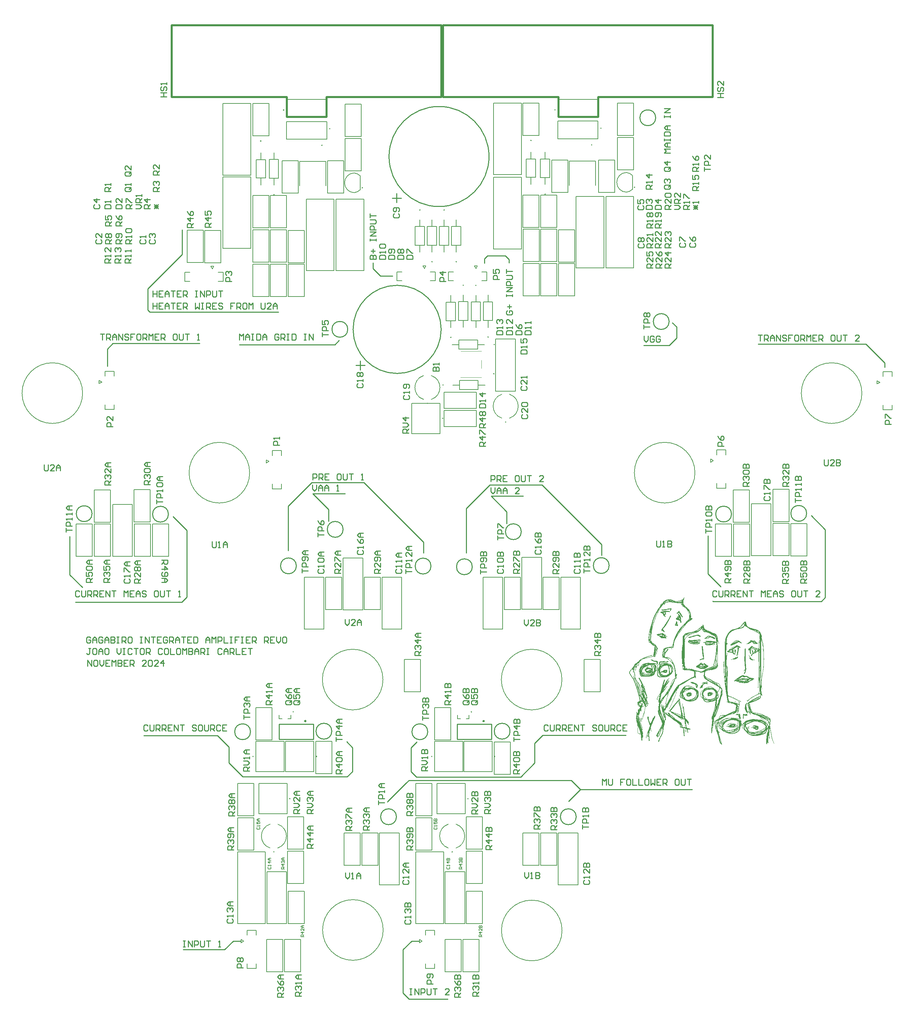
<source format=gto>
G04*
G04 #@! TF.GenerationSoftware,Altium Limited,Altium Designer,24.5.2 (23)*
G04*
G04 Layer_Color=65535*
%FSLAX44Y44*%
%MOMM*%
G71*
G04*
G04 #@! TF.SameCoordinates,D553E347-6E3C-48DD-9562-C4322221CC57*
G04*
G04*
G04 #@! TF.FilePolarity,Positive*
G04*
G01*
G75*
%ADD10C,0.1270*%
%ADD11C,0.2000*%
%ADD12C,0.2540*%
%ADD13C,0.5080*%
%ADD14C,0.1000*%
%ADD15C,0.1524*%
G36*
X2949168Y1246497D02*
X2949341Y1246394D01*
X2949409Y1246256D01*
X2949478Y1246049D01*
X2949409Y1245567D01*
X2949134Y1244947D01*
X2949065Y1244672D01*
X2948893Y1244224D01*
X2948549Y1243260D01*
X2948307Y1242674D01*
X2948583Y1242054D01*
X2948652Y1241778D01*
X2948583Y1241227D01*
X2948273Y1240849D01*
X2948101Y1240676D01*
X2948032Y1240539D01*
X2947825Y1240056D01*
X2947550Y1239574D01*
X2947412Y1239436D01*
X2947309Y1238989D01*
X2947240Y1237887D01*
X2947171Y1237473D01*
X2947102Y1237129D01*
X2947033Y1236853D01*
X2946964Y1236509D01*
X2946895Y1236233D01*
X2946826Y1235889D01*
X2946758Y1235475D01*
X2946689Y1234855D01*
X2946654Y1233925D01*
X2946723Y1233719D01*
X2946792Y1232754D01*
X2946861Y1232548D01*
X2947033Y1231824D01*
X2947240Y1230998D01*
X2947309Y1230584D01*
X2947446Y1230240D01*
X2947619Y1229999D01*
X2947756Y1229861D01*
X2947894Y1229517D01*
X2948170Y1229035D01*
X2948307Y1228897D01*
X2948376Y1228759D01*
X2948514Y1228621D01*
X2948859Y1228001D01*
X2949203Y1227657D01*
X2949272Y1227519D01*
X2949513Y1227209D01*
X2949651Y1227140D01*
X2949961Y1226830D01*
X2950030Y1226693D01*
X2950271Y1226451D01*
X2950409Y1226383D01*
X2950512Y1226279D01*
X2950581Y1226141D01*
X2950959Y1225762D01*
X2951097Y1225694D01*
X2951201Y1225590D01*
X2951270Y1225452D01*
X2951580Y1225143D01*
X2951717Y1225074D01*
X2951890Y1224901D01*
X2951958Y1224764D01*
X2952200Y1224523D01*
X2952337Y1224454D01*
X2952957Y1223834D01*
X2953095Y1223765D01*
X2953336Y1223524D01*
X2953405Y1223386D01*
X2953818Y1223110D01*
X2954335Y1222594D01*
X2954473Y1222525D01*
X2954679Y1222318D01*
X2954817Y1222249D01*
X2955299Y1221767D01*
X2955437Y1221698D01*
X2955919Y1221216D01*
X2956057Y1221147D01*
X2956436Y1220837D01*
X2956608Y1220596D01*
X2956746Y1220527D01*
X2957125Y1220217D01*
X2957435Y1219907D01*
X2957573Y1219838D01*
X2958193Y1219218D01*
X2958330Y1219149D01*
X2958882Y1218598D01*
X2959019Y1218530D01*
X2959570Y1217978D01*
X2959708Y1217909D01*
X2960500Y1217117D01*
X2960569Y1216980D01*
X2960879Y1216601D01*
X2961120Y1216360D01*
X2961189Y1216222D01*
X2961499Y1215843D01*
X2961740Y1215602D01*
X2961809Y1215326D01*
X2962085Y1214844D01*
X2962222Y1214706D01*
X2962291Y1214568D01*
X2962429Y1214224D01*
X2962532Y1213776D01*
X2962946Y1213087D01*
X2963187Y1212295D01*
X2963359Y1211848D01*
X2963531Y1211675D01*
X2963738Y1211193D01*
X2963910Y1210470D01*
X2964289Y1209746D01*
X2964427Y1209195D01*
X2964599Y1208472D01*
X2964702Y1208369D01*
X2965047Y1207611D01*
X2965219Y1206543D01*
X2965288Y1206268D01*
X2965426Y1205923D01*
X2965598Y1205338D01*
X2965735Y1204373D01*
X2965839Y1202548D01*
X2965908Y1201721D01*
X2965977Y1201377D01*
X2966149Y1200791D01*
X2966183Y1198208D01*
X2966115Y1197037D01*
X2966046Y1196761D01*
X2965942Y1196451D01*
X2965873Y1195969D01*
X2965804Y1195005D01*
X2965667Y1194660D01*
X2965735Y1194178D01*
X2966046Y1194075D01*
X2966390Y1194144D01*
X2966562Y1194316D01*
X2966803Y1194764D01*
X2966941Y1194833D01*
X2967561Y1195108D01*
X2967837Y1195039D01*
X2967940Y1194936D01*
X2968078Y1194592D01*
X2968250Y1194282D01*
X2968594Y1194144D01*
X2969421Y1194075D01*
X2969662Y1193903D01*
X2969800Y1193558D01*
X2969731Y1192594D01*
X2969525Y1192249D01*
X2969352Y1192077D01*
X2969214Y1192008D01*
X2968870Y1191595D01*
X2968388Y1191320D01*
X2968250Y1191182D01*
X2968147Y1191147D01*
X2968112Y1191044D01*
X2967975Y1190975D01*
X2967837Y1190837D01*
X2967354Y1190562D01*
X2967010Y1190217D01*
X2966872Y1190148D01*
X2966494Y1189838D01*
X2966252Y1189597D01*
X2965770Y1189391D01*
X2965426Y1189184D01*
X2965219Y1188977D01*
X2964461Y1188564D01*
X2964186Y1188288D01*
X2964048Y1188220D01*
X2963566Y1187944D01*
X2963394Y1187841D01*
X2963359Y1187737D01*
X2963221Y1187669D01*
X2963083Y1187531D01*
X2962463Y1187186D01*
X2962188Y1186911D01*
X2961706Y1186773D01*
X2961361Y1186566D01*
X2961086Y1186291D01*
X2960466Y1185946D01*
X2960121Y1185602D01*
X2959364Y1185189D01*
X2959088Y1184913D01*
X2958951Y1184844D01*
X2958571Y1184534D01*
X2958434Y1184396D01*
X2958365Y1184259D01*
X2958124Y1184086D01*
X2957814Y1183845D01*
X2957745Y1183708D01*
X2957263Y1183225D01*
X2957194Y1183088D01*
X2956884Y1182709D01*
X2956746Y1182640D01*
X2956574Y1182399D01*
X2956471Y1182226D01*
X2956333Y1182158D01*
X2956023Y1181848D01*
X2955747Y1181366D01*
X2955644Y1181262D01*
X2955506Y1181193D01*
X2955334Y1181021D01*
X2955265Y1180883D01*
X2955127Y1180745D01*
X2955058Y1180608D01*
X2954783Y1180332D01*
X2954714Y1180194D01*
X2954197Y1179471D01*
X2954094Y1179437D01*
X2954025Y1179299D01*
X2953715Y1178920D01*
X2953508Y1178713D01*
X2953371Y1178644D01*
X2953267Y1178541D01*
X2953199Y1178403D01*
X2952957Y1178162D01*
X2952820Y1178093D01*
X2952716Y1177990D01*
X2952441Y1177508D01*
X2952200Y1177336D01*
X2952027Y1177163D01*
X2951958Y1177026D01*
X2951648Y1176647D01*
X2951097Y1175958D01*
X2950650Y1175510D01*
X2950581Y1175372D01*
X2950271Y1174994D01*
X2950099Y1174821D01*
X2950030Y1174684D01*
X2949720Y1174305D01*
X2949513Y1174098D01*
X2949409Y1174063D01*
X2949341Y1173926D01*
X2948859Y1173306D01*
X2948721Y1173168D01*
X2948445Y1172686D01*
X2948204Y1172514D01*
X2948101Y1172410D01*
X2948032Y1172272D01*
X2947894Y1172135D01*
X2947825Y1171997D01*
X2947550Y1171721D01*
X2947481Y1171584D01*
X2947033Y1170929D01*
X2946723Y1170688D01*
X2946447Y1170206D01*
X2946172Y1169930D01*
X2946103Y1169793D01*
X2945793Y1169414D01*
X2945552Y1169173D01*
X2945483Y1169035D01*
X2945345Y1168897D01*
X2945276Y1168759D01*
X2945139Y1168622D01*
X2945070Y1168484D01*
X2944932Y1168346D01*
X2944863Y1168208D01*
X2944725Y1168070D01*
X2944450Y1167588D01*
X2944278Y1167416D01*
X2944174Y1167382D01*
X2944106Y1167244D01*
X2943554Y1166693D01*
X2943141Y1165935D01*
X2942728Y1165522D01*
X2942452Y1165040D01*
X2942245Y1164833D01*
X2942177Y1164695D01*
X2941832Y1164213D01*
X2941763Y1164075D01*
X2941419Y1163731D01*
X2941350Y1163593D01*
X2940868Y1162973D01*
X2940592Y1162560D01*
X2940523Y1162422D01*
X2940248Y1162146D01*
X2940179Y1162008D01*
X2939972Y1161802D01*
X2939903Y1161664D01*
X2939559Y1161320D01*
X2939214Y1160700D01*
X2938939Y1160424D01*
X2938870Y1160286D01*
X2938285Y1159425D01*
X2938181Y1159322D01*
X2937906Y1158840D01*
X2937561Y1158495D01*
X2937286Y1158013D01*
X2936976Y1157634D01*
X2936804Y1157462D01*
X2936666Y1157117D01*
X2936390Y1156635D01*
X2936115Y1156222D01*
X2935908Y1155878D01*
X2935564Y1155533D01*
X2935495Y1155395D01*
X2935047Y1154741D01*
X2934875Y1154569D01*
X2934530Y1153949D01*
X2934255Y1153673D01*
X2934186Y1153536D01*
X2933910Y1153122D01*
X2933841Y1152984D01*
X2933635Y1152778D01*
X2933221Y1152020D01*
X2932808Y1151607D01*
X2932636Y1151159D01*
X2932464Y1150918D01*
X2932326Y1150780D01*
X2932257Y1150642D01*
X2932119Y1150298D01*
X2931844Y1149816D01*
X2931499Y1149609D01*
X2931361Y1149265D01*
X2931293Y1148989D01*
X2930983Y1148610D01*
X2930466Y1147680D01*
X2930121Y1147336D01*
X2929984Y1146991D01*
X2929915Y1146853D01*
X2929433Y1146096D01*
X2929330Y1145717D01*
X2929054Y1145304D01*
X2928813Y1145062D01*
X2928640Y1144615D01*
X2928537Y1144374D01*
X2928193Y1143823D01*
X2928055Y1143478D01*
X2927986Y1143203D01*
X2927642Y1142720D01*
X2927573Y1142583D01*
X2927159Y1141825D01*
X2927022Y1141687D01*
X2926884Y1141343D01*
X2926815Y1141067D01*
X2926712Y1140619D01*
X2926574Y1140275D01*
X2926299Y1139862D01*
X2926195Y1139758D01*
X2926023Y1139311D01*
X2925506Y1138174D01*
X2925437Y1137898D01*
X2925196Y1137244D01*
X2924818Y1136383D01*
X2924714Y1135935D01*
X2924576Y1135591D01*
X2924404Y1135350D01*
X2924128Y1134730D01*
X2924025Y1133937D01*
X2923887Y1133386D01*
X2923509Y1132525D01*
X2923440Y1131630D01*
X2923336Y1130355D01*
X2923268Y1128013D01*
X2923199Y1125947D01*
X2923130Y1125671D01*
X2923061Y1125327D01*
X2922992Y1125051D01*
X2922923Y1124707D01*
X2922785Y1123880D01*
X2922716Y1123260D01*
X2922647Y1122984D01*
X2922510Y1122640D01*
X2922200Y1122123D01*
X2922131Y1121848D01*
X2921924Y1121503D01*
X2921201Y1120780D01*
X2920719Y1120642D01*
X2920064Y1120539D01*
X2919651Y1120470D01*
X2919375Y1120401D01*
X2919031Y1120264D01*
X2918480Y1119919D01*
X2918342Y1119781D01*
X2918204Y1118817D01*
X2918135Y1118541D01*
X2918032Y1117680D01*
X2917756Y1117267D01*
X2917584Y1117095D01*
X2917653Y1116475D01*
X2917963Y1116096D01*
X2918135Y1115855D01*
X2918273Y1115510D01*
X2918204Y1115235D01*
X2918101Y1115063D01*
X2917825Y1114994D01*
X2917688Y1115063D01*
X2917378Y1115373D01*
X2917309Y1115510D01*
X2917171Y1115648D01*
X2917033Y1115993D01*
X2916964Y1116268D01*
X2917033Y1117301D01*
X2917102Y1117508D01*
X2917171Y1118886D01*
X2917309Y1119230D01*
X2917378Y1119506D01*
X2917309Y1119850D01*
X2917206Y1119954D01*
X2916723Y1120022D01*
X2916517Y1119954D01*
X2915001Y1119885D01*
X2914037Y1119816D01*
X2913830Y1119747D01*
X2913141Y1119678D01*
X2911488Y1119609D01*
X2911281Y1119540D01*
X2910420Y1119437D01*
X2909800Y1119368D01*
X2908836Y1119299D01*
X2908285Y1119230D01*
X2907871Y1119161D01*
X2907596Y1119092D01*
X2907251Y1118955D01*
X2906804Y1118782D01*
X2906528Y1118714D01*
X2906115Y1118645D01*
X2905908Y1118576D01*
X2905461Y1118404D01*
X2905357Y1118300D01*
X2904875Y1118094D01*
X2904220Y1117852D01*
X2903807Y1117577D01*
X2903497Y1117474D01*
X2903222Y1117405D01*
X2902602Y1117267D01*
X2902292Y1116957D01*
X2901878Y1116061D01*
X2901775Y1115614D01*
X2901706Y1115200D01*
X2901637Y1114029D01*
X2901568Y1113685D01*
X2901465Y1113444D01*
X2901052Y1112824D01*
X2900914Y1112342D01*
X2900811Y1111894D01*
X2900673Y1111136D01*
X2900466Y1110585D01*
X2900397Y1110241D01*
X2900259Y1109345D01*
X2900225Y1107451D01*
X2900397Y1107141D01*
X2900673Y1107210D01*
X2900845Y1107382D01*
X2901155Y1108243D01*
X2901534Y1108760D01*
X2901740Y1109311D01*
X2902050Y1109689D01*
X2902567Y1110619D01*
X2902774Y1110826D01*
X2902843Y1110964D01*
X2903187Y1111584D01*
X2903463Y1111859D01*
X2903600Y1112204D01*
X2903876Y1112686D01*
X2904152Y1112962D01*
X2904324Y1113409D01*
X2904668Y1113823D01*
X2904771Y1113926D01*
X2905185Y1114684D01*
X2905529Y1115028D01*
X2905874Y1115648D01*
X2906011Y1115717D01*
X2906080Y1115855D01*
X2906218Y1115993D01*
X2906494Y1116475D01*
X2906597Y1116578D01*
X2906735Y1116647D01*
X2906976Y1116888D01*
X2907045Y1117026D01*
X2907286Y1117267D01*
X2907424Y1117336D01*
X2908319Y1117749D01*
X2908664Y1117680D01*
X2908801Y1117542D01*
X2908939Y1117474D01*
X2909249Y1117164D01*
X2909318Y1116888D01*
X2909249Y1116406D01*
X2909042Y1115924D01*
X2908801Y1115269D01*
X2908629Y1115028D01*
X2908423Y1114821D01*
X2908354Y1114684D01*
X2908078Y1114202D01*
X2907975Y1114029D01*
X2907837Y1113960D01*
X2907733Y1113857D01*
X2907389Y1113237D01*
X2907045Y1112893D01*
X2906976Y1112755D01*
X2906631Y1112273D01*
X2906287Y1111928D01*
X2906080Y1111584D01*
X2905736Y1111239D01*
X2905667Y1111102D01*
X2905357Y1110585D01*
X2905219Y1110516D01*
X2904909Y1110068D01*
X2904634Y1109586D01*
X2904496Y1109517D01*
X2904427Y1109380D01*
X2904289Y1109242D01*
X2904083Y1108897D01*
X2903669Y1108484D01*
X2903394Y1108002D01*
X2903049Y1107657D01*
X2902877Y1107210D01*
X2902636Y1106831D01*
X2902498Y1106693D01*
X2902429Y1106555D01*
X2902223Y1106073D01*
X2901947Y1105591D01*
X2901671Y1105178D01*
X2901568Y1104661D01*
X2901499Y1104385D01*
X2901362Y1104041D01*
X2901258Y1103938D01*
X2901052Y1103455D01*
X2900983Y1103180D01*
X2900880Y1102594D01*
X2900811Y1102250D01*
X2900742Y1101974D01*
X2900638Y1101595D01*
X2900500Y1101044D01*
X2900363Y1099873D01*
X2900294Y1099184D01*
X2900191Y1098254D01*
X2900156Y1098013D01*
X2900432Y1097531D01*
X2900673Y1097359D01*
X2901086Y1096946D01*
X2901706Y1096601D01*
X2901982Y1096326D01*
X2902464Y1096188D01*
X2903979Y1096257D01*
X2904186Y1096326D01*
X2905874Y1096429D01*
X2906873Y1096463D01*
X2907079Y1096395D01*
X2907975Y1096326D01*
X2908733Y1096257D01*
X2908939Y1096188D01*
X2909387Y1096016D01*
X2909731Y1095878D01*
X2910489Y1095533D01*
X2911040Y1095327D01*
X2911454Y1095051D01*
X2911832Y1094810D01*
X2912211Y1094500D01*
X2912521Y1094190D01*
X2913004Y1093915D01*
X2913623Y1093432D01*
X2913899Y1093157D01*
X2914037Y1093088D01*
X2914243Y1092881D01*
X2914381Y1092812D01*
X2914726Y1092468D01*
X2914863Y1092399D01*
X2915070Y1092193D01*
X2915208Y1092123D01*
X2915449Y1091882D01*
X2915518Y1091745D01*
X2916689Y1090574D01*
X2916758Y1090436D01*
X2916895Y1090298D01*
X2916964Y1090160D01*
X2917102Y1090023D01*
X2917171Y1089885D01*
X2917309Y1089747D01*
X2917584Y1089265D01*
X2918135Y1088714D01*
X2918204Y1088576D01*
X2918480Y1088094D01*
X2918824Y1087543D01*
X2919100Y1087060D01*
X2919375Y1086785D01*
X2919582Y1086303D01*
X2920202Y1085132D01*
X2920650Y1084477D01*
X2920960Y1083960D01*
X2921855Y1082238D01*
X2922062Y1081894D01*
X2922337Y1081274D01*
X2922406Y1081136D01*
X2922751Y1080378D01*
X2922820Y1080103D01*
X2922923Y1079724D01*
X2923371Y1078932D01*
X2923509Y1078381D01*
X2923681Y1077933D01*
X2923784Y1077830D01*
X2923853Y1077692D01*
X2924059Y1077210D01*
X2924163Y1076624D01*
X2924266Y1076383D01*
X2924576Y1076004D01*
X2924749Y1075419D01*
X2924852Y1074833D01*
X2924990Y1074489D01*
X2925093Y1074385D01*
X2925299Y1073903D01*
X2925437Y1072939D01*
X2925540Y1072353D01*
X2925851Y1071354D01*
X2925988Y1070803D01*
X2926057Y1070114D01*
X2926126Y1069632D01*
X2926230Y1069047D01*
X2926333Y1068668D01*
X2926471Y1068323D01*
X2926540Y1068048D01*
X2926643Y1067600D01*
X2926712Y1067049D01*
X2926781Y1066429D01*
X2926849Y1065878D01*
X2926987Y1065189D01*
X2927194Y1064362D01*
X2927263Y1063949D01*
X2927366Y1063019D01*
X2927435Y1062744D01*
X2927538Y1061400D01*
X2927607Y1060987D01*
X2927745Y1060229D01*
X2927814Y1059885D01*
X2927883Y1059472D01*
X2927952Y1058921D01*
X2928021Y1058163D01*
X2928089Y1056509D01*
X2928158Y1055338D01*
X2928227Y1054650D01*
X2928365Y1053754D01*
X2928434Y1053410D01*
X2928571Y1053203D01*
X2928847Y1053272D01*
X2929226Y1053582D01*
X2930018Y1054374D01*
X2930363Y1054443D01*
X2930742Y1054133D01*
X2930948Y1053651D01*
X2931017Y1053375D01*
X2930914Y1052927D01*
X2930811Y1052549D01*
X2930569Y1051481D01*
X2930466Y1051240D01*
X2930121Y1050482D01*
X2929949Y1049759D01*
X2929811Y1049414D01*
X2929433Y1048553D01*
X2929364Y1047864D01*
X2929433Y1047658D01*
X2929502Y1045867D01*
X2929639Y1045522D01*
X2929777Y1045040D01*
X2929984Y1044213D01*
X2930053Y1043524D01*
X2930121Y1043249D01*
X2930053Y1042836D01*
X2929949Y1042663D01*
X2929674Y1042595D01*
X2929433Y1042698D01*
X2929295Y1043042D01*
X2929364Y1043662D01*
X2929157Y1044007D01*
X2929054Y1044110D01*
X2928365Y1044041D01*
X2927814Y1043490D01*
X2927676Y1043421D01*
X2927504Y1043249D01*
X2927366Y1042905D01*
X2927297Y1042491D01*
X2926884Y1041871D01*
X2926746Y1041320D01*
X2926574Y1040872D01*
X2926299Y1040459D01*
X2926126Y1040011D01*
X2925988Y1039391D01*
X2925506Y1038633D01*
X2925403Y1038117D01*
X2925196Y1037566D01*
X2925093Y1037462D01*
X2925024Y1037325D01*
X2924818Y1036842D01*
X2924680Y1036291D01*
X2924404Y1035809D01*
X2924128Y1035189D01*
X2924059Y1034914D01*
X2923887Y1034466D01*
X2923715Y1034294D01*
X2923646Y1034156D01*
X2923509Y1033811D01*
X2923440Y1033536D01*
X2923233Y1032985D01*
X2922957Y1032571D01*
X2922820Y1032227D01*
X2922716Y1031779D01*
X2922578Y1031435D01*
X2922406Y1031263D01*
X2922337Y1031125D01*
X2922131Y1030643D01*
X2922027Y1030195D01*
X2921683Y1029644D01*
X2921511Y1029265D01*
X2921407Y1028817D01*
X2921063Y1028266D01*
X2920960Y1028163D01*
X2920822Y1027681D01*
X2920650Y1027233D01*
X2920271Y1026716D01*
X2920202Y1026441D01*
X2919961Y1025786D01*
X2919857Y1025683D01*
X2919789Y1025545D01*
X2919651Y1025407D01*
X2919513Y1025063D01*
X2919410Y1024684D01*
X2919272Y1024340D01*
X2919031Y1024099D01*
X2918893Y1023754D01*
X2918755Y1023272D01*
X2918480Y1022790D01*
X2918342Y1022652D01*
X2918204Y1022308D01*
X2918135Y1022032D01*
X2917860Y1021550D01*
X2917653Y1021343D01*
X2917309Y1020379D01*
X2917102Y1020172D01*
X2917033Y1020034D01*
X2916826Y1019552D01*
X2916654Y1019104D01*
X2916344Y1018794D01*
X2916207Y1018450D01*
X2916138Y1018174D01*
X2915690Y1017520D01*
X2915518Y1017141D01*
X2915449Y1016865D01*
X2915139Y1016487D01*
X2914898Y1016039D01*
X2914726Y1015591D01*
X2914553Y1015350D01*
X2914347Y1015143D01*
X2914209Y1014799D01*
X2914037Y1014351D01*
X2913658Y1013972D01*
X2913417Y1013318D01*
X2913072Y1012905D01*
X2912900Y1012526D01*
X2912590Y1011940D01*
X2912487Y1011906D01*
X2912418Y1011768D01*
X2912280Y1011630D01*
X2912211Y1011355D01*
X2911936Y1010872D01*
X2911660Y1010597D01*
X2911522Y1010253D01*
X2911316Y1009908D01*
X2911109Y1009701D01*
X2911040Y1009564D01*
X2910558Y1008668D01*
X2910351Y1008461D01*
X2910214Y1007979D01*
X2910110Y1007532D01*
X2909973Y1007187D01*
X2909731Y1006739D01*
X2909662Y1006257D01*
X2909559Y1005603D01*
X2909456Y1005224D01*
X2909318Y1004879D01*
X2909111Y1004397D01*
X2909008Y1003949D01*
X2908870Y1003260D01*
X2908698Y1002675D01*
X2908560Y1002193D01*
X2908285Y1001297D01*
X2908181Y1000712D01*
X2908112Y1000436D01*
X2907802Y999713D01*
X2907733Y999437D01*
X2907596Y998611D01*
X2907527Y998335D01*
X2907424Y997956D01*
X2907286Y997612D01*
X2907114Y997026D01*
X2907045Y996751D01*
X2906804Y995683D01*
X2906425Y995029D01*
X2906356Y994753D01*
X2906287Y994064D01*
X2906115Y993341D01*
X2905977Y992997D01*
X2905874Y992687D01*
X2905805Y992411D01*
X2905736Y991929D01*
X2905667Y991653D01*
X2905564Y991137D01*
X2905219Y990379D01*
X2905047Y989931D01*
X2904978Y989449D01*
X2904875Y988863D01*
X2904806Y988519D01*
X2904702Y988140D01*
X2904496Y987451D01*
X2904427Y986969D01*
X2904358Y986693D01*
X2904255Y985970D01*
X2904186Y985695D01*
X2904014Y985109D01*
X2903876Y984765D01*
X2903669Y984076D01*
X2903600Y983387D01*
X2903531Y981596D01*
X2903463Y981389D01*
X2903531Y979116D01*
X2903600Y978909D01*
X2903704Y978186D01*
X2903807Y977945D01*
X2904117Y977566D01*
X2904220Y977463D01*
X2904393Y977015D01*
X2904526Y976815D01*
X2904573Y976933D01*
X2904814Y977588D01*
X2904986Y977760D01*
X2905055Y977898D01*
X2905262Y978380D01*
X2905434Y978828D01*
X2905710Y979241D01*
X2905882Y979620D01*
X2905985Y979999D01*
X2906330Y980550D01*
X2906433Y980653D01*
X2906571Y981135D01*
X2906812Y981790D01*
X2906915Y981893D01*
X2906984Y982031D01*
X2907191Y982513D01*
X2907328Y982995D01*
X2907604Y983478D01*
X2907742Y983615D01*
X2907879Y983960D01*
X2908120Y984614D01*
X2908362Y984855D01*
X2908568Y985338D01*
X2908672Y985716D01*
X2908947Y986130D01*
X2909119Y986302D01*
X2909257Y986784D01*
X2909533Y987266D01*
X2909808Y987680D01*
X2910049Y988334D01*
X2910394Y988747D01*
X2910566Y989126D01*
X2910738Y989574D01*
X2910979Y989815D01*
X2911048Y989953D01*
X2911324Y990642D01*
X2911393Y990780D01*
X2911599Y990986D01*
X2911668Y991124D01*
X2911944Y991744D01*
X2912219Y992226D01*
X2912426Y992433D01*
X2912564Y992915D01*
X2912839Y993397D01*
X2912977Y993535D01*
X2913046Y993673D01*
X2913253Y994155D01*
X2913322Y994430D01*
X2913631Y994809D01*
X2913872Y995395D01*
X2914010Y995739D01*
X2914320Y996118D01*
X2914561Y996704D01*
X2914837Y997186D01*
X2915044Y997393D01*
X2915181Y997737D01*
X2915353Y998185D01*
X2915594Y998426D01*
X2915663Y998564D01*
X2915870Y999046D01*
X2916180Y999563D01*
X2916284Y999597D01*
X2916353Y999735D01*
X2916559Y1000217D01*
X2916835Y1000699D01*
X2917041Y1000906D01*
X2917179Y1001250D01*
X2917351Y1001698D01*
X2917730Y1002077D01*
X2917971Y1002731D01*
X2918419Y1003386D01*
X2918591Y1003833D01*
X2918867Y1004247D01*
X2919039Y1004419D01*
X2919280Y1005073D01*
X2919452Y1005314D01*
X2919590Y1005452D01*
X2919659Y1005590D01*
X2919865Y1006072D01*
X2920072Y1006417D01*
X2920279Y1006623D01*
X2920348Y1006761D01*
X2920486Y1007106D01*
X2920830Y1007726D01*
X2921037Y1007932D01*
X2921278Y1008587D01*
X2921450Y1008828D01*
X2921588Y1008966D01*
X2921794Y1009448D01*
X2921932Y1009792D01*
X2922242Y1010171D01*
X2922346Y1010274D01*
X2922518Y1010722D01*
X2922621Y1010963D01*
X2922931Y1011342D01*
X2923344Y1012169D01*
X2923586Y1012410D01*
X2923654Y1012548D01*
X2923792Y1012892D01*
X2924068Y1013374D01*
X2924343Y1013650D01*
X2924481Y1013994D01*
X2924688Y1014339D01*
X2924963Y1014614D01*
X2925170Y1015096D01*
X2925376Y1015441D01*
X2925583Y1015647D01*
X2926065Y1016543D01*
X2926272Y1016750D01*
X2926341Y1016887D01*
X2926685Y1017507D01*
X2926961Y1017783D01*
X2927374Y1018541D01*
X2927581Y1018747D01*
X2927650Y1018885D01*
X2928132Y1019505D01*
X2928407Y1019781D01*
X2928614Y1020125D01*
X2929096Y1020607D01*
X2929200Y1021468D01*
X2929579Y1021847D01*
X2929648Y1021985D01*
X2930026Y1022364D01*
X2930164Y1022433D01*
X2930715Y1022984D01*
X2931198Y1023259D01*
X2931404Y1023466D01*
X2931542Y1023535D01*
X2932403Y1024396D01*
X2932472Y1024671D01*
X2932541Y1025705D01*
X2933057Y1026221D01*
X2933677Y1026566D01*
X2933953Y1026841D01*
X2935020Y1027220D01*
X2935882Y1027599D01*
X2936398Y1027702D01*
X2936949Y1027909D01*
X2937053Y1028012D01*
X2937397Y1028150D01*
X2937673Y1028219D01*
X2938051Y1028323D01*
X2938293Y1028495D01*
X2938465Y1028667D01*
X2938534Y1028805D01*
X2938706Y1028977D01*
X2938844Y1029046D01*
X2939257Y1029459D01*
X2939395Y1029528D01*
X2939774Y1029838D01*
X2940015Y1030010D01*
X2940910Y1030492D01*
X2941771Y1031147D01*
X2942012Y1031388D01*
X2942150Y1031457D01*
X2942632Y1031663D01*
X2942977Y1031801D01*
X2943390Y1032077D01*
X2943838Y1032249D01*
X2944079Y1032352D01*
X2944458Y1032662D01*
X2944630Y1032834D01*
X2945491Y1033145D01*
X2945939Y1033385D01*
X2946283Y1033523D01*
X2946834Y1033730D01*
X2947317Y1034074D01*
X2947455Y1034143D01*
X2948901Y1034832D01*
X2949349Y1035004D01*
X2949452Y1035108D01*
X2949590Y1035177D01*
X2949796Y1035383D01*
X2949934Y1035452D01*
X2950554Y1035797D01*
X2951036Y1036141D01*
X2951312Y1036210D01*
X2951967Y1036451D01*
X2952483Y1036761D01*
X2952827Y1036899D01*
X2953310Y1037174D01*
X2953517Y1037381D01*
X2953654Y1037450D01*
X2954412Y1037863D01*
X2955032Y1038139D01*
X2955652Y1038483D01*
X2955927Y1038759D01*
X2956685Y1039172D01*
X2957098Y1039448D01*
X2957546Y1039551D01*
X2957891Y1039689D01*
X2958338Y1040136D01*
X2958993Y1040378D01*
X2959096Y1040481D01*
X2959234Y1040550D01*
X2959372Y1040687D01*
X2959716Y1040825D01*
X2959992Y1040894D01*
X2960474Y1041239D01*
X2960818Y1041445D01*
X2961266Y1041617D01*
X2961714Y1042065D01*
X2962368Y1042306D01*
X2962609Y1042478D01*
X2962816Y1042685D01*
X2963160Y1042823D01*
X2963436Y1042892D01*
X2963815Y1043202D01*
X2963918Y1043305D01*
X2964056Y1043374D01*
X2964538Y1043581D01*
X2964676Y1043650D01*
X2965055Y1043960D01*
X2965158Y1044063D01*
X2965537Y1044166D01*
X2965881Y1044304D01*
X2965985Y1044407D01*
X2966123Y1044476D01*
X2966329Y1044683D01*
X2966984Y1044924D01*
X2967362Y1045165D01*
X2967500Y1045303D01*
X2967845Y1045441D01*
X2968293Y1045544D01*
X2968568Y1045613D01*
X2968947Y1045854D01*
X2969429Y1046061D01*
X2969705Y1046130D01*
X2970221Y1046233D01*
X2970772Y1046577D01*
X2971151Y1046749D01*
X2971874Y1046853D01*
X2972115Y1046956D01*
X2972495Y1047266D01*
X2973597Y1047817D01*
X2973700Y1047921D01*
X2974354Y1048162D01*
X2974561Y1048299D01*
X2974630Y1048575D01*
X2974561Y1048919D01*
X2974251Y1049298D01*
X2973872Y1049677D01*
X2973734Y1050022D01*
X2973665Y1050297D01*
X2973769Y1050952D01*
X2973941Y1051537D01*
X2974010Y1057737D01*
X2974079Y1057943D01*
X2974010Y1060148D01*
X2973769Y1060596D01*
X2973631Y1060665D01*
X2972736Y1061078D01*
X2972460Y1061147D01*
X2971771Y1061216D01*
X2970600Y1061353D01*
X2970049Y1061491D01*
X2969567Y1061698D01*
X2968878Y1061904D01*
X2968602Y1061973D01*
X2967638Y1062111D01*
X2967190Y1062283D01*
X2966812Y1062456D01*
X2966260Y1062593D01*
X2965778Y1062662D01*
X2965503Y1062731D01*
X2964883Y1062800D01*
X2964400Y1063007D01*
X2964125Y1063075D01*
X2963677Y1063179D01*
X2963401Y1063248D01*
X2962851Y1063317D01*
X2962093Y1063385D01*
X2961335Y1063523D01*
X2960991Y1063661D01*
X2960543Y1063833D01*
X2960061Y1063902D01*
X2959372Y1063971D01*
X2957753Y1063937D01*
X2957167Y1063971D01*
X2956961Y1063902D01*
X2956823Y1063833D01*
X2956341Y1063489D01*
X2955858Y1063351D01*
X2954963Y1063420D01*
X2954481Y1063764D01*
X2954205Y1063833D01*
X2953723Y1063902D01*
X2952208Y1063833D01*
X2951656Y1063764D01*
X2951484Y1063592D01*
X2951312Y1063282D01*
X2951140Y1063317D01*
X2951071Y1063454D01*
X2950899Y1063627D01*
X2950761Y1063695D01*
X2950141Y1063971D01*
X2949624Y1064074D01*
X2949039Y1064109D01*
X2948832Y1064040D01*
X2948419Y1064109D01*
X2948315Y1064212D01*
X2948178Y1064694D01*
X2948109Y1066623D01*
X2948040Y1066830D01*
X2947971Y1068552D01*
X2947764Y1069034D01*
X2947696Y1069310D01*
X2947627Y1069792D01*
X2947558Y1071101D01*
X2947489Y1071790D01*
X2946800Y1072754D01*
X2946662Y1073098D01*
X2946593Y1073718D01*
X2946456Y1074063D01*
X2946387Y1074338D01*
X2946318Y1075027D01*
X2946249Y1075303D01*
X2946180Y1075992D01*
X2946077Y1077748D01*
X2945870Y1078575D01*
X2945801Y1078988D01*
X2945698Y1079918D01*
X2945594Y1081192D01*
X2945457Y1081950D01*
X2945112Y1082915D01*
X2945009Y1083294D01*
X2944940Y1083776D01*
X2944871Y1084465D01*
X2944699Y1084637D01*
X2944561Y1084568D01*
X2944389Y1084396D01*
X2944320Y1083913D01*
X2944389Y1082811D01*
X2944492Y1082157D01*
X2944561Y1081881D01*
X2944630Y1081468D01*
X2944699Y1079470D01*
X2944768Y1079195D01*
X2944871Y1078816D01*
X2944940Y1077714D01*
X2945009Y1075647D01*
X2945078Y1075441D01*
X2945216Y1074614D01*
X2945284Y1073581D01*
X2945491Y1073098D01*
X2945560Y1072823D01*
X2945629Y1071927D01*
X2945698Y1071652D01*
X2945767Y1070343D01*
X2945836Y1069447D01*
X2946111Y1068828D01*
X2946180Y1068001D01*
X2946283Y1067897D01*
X2946628Y1067760D01*
X2947076Y1067588D01*
X2947110Y1067415D01*
X2947041Y1067140D01*
X2946834Y1066589D01*
X2946318Y1065659D01*
X2946146Y1065487D01*
X2945732Y1065555D01*
X2945560Y1065934D01*
X2945422Y1066485D01*
X2945353Y1066967D01*
X2945422Y1067174D01*
X2945560Y1067725D01*
X2945216Y1068276D01*
X2945078Y1068828D01*
X2944871Y1070274D01*
X2944802Y1071790D01*
X2944699Y1073064D01*
X2944630Y1073339D01*
X2944561Y1073684D01*
X2944492Y1074235D01*
X2944424Y1074579D01*
X2944355Y1074993D01*
X2944286Y1076991D01*
X2944217Y1077886D01*
X2944148Y1078712D01*
X2944113Y1079091D01*
X2944182Y1079298D01*
X2944079Y1079746D01*
X2943769Y1080469D01*
X2943700Y1080951D01*
X2943597Y1084292D01*
X2943528Y1088426D01*
X2943459Y1090354D01*
X2943390Y1091043D01*
X2943356Y1091422D01*
X2943425Y1091629D01*
X2943356Y1091904D01*
X2943287Y1092731D01*
X2943218Y1092938D01*
X2943149Y1093626D01*
X2943011Y1093971D01*
X2942943Y1096520D01*
X2942908Y1099447D01*
X2942977Y1100756D01*
X2943011Y1103270D01*
X2942943Y1103477D01*
X2942874Y1106026D01*
X2942805Y1106233D01*
X2942908Y1107507D01*
X2943046Y1111433D01*
X2943115Y1112191D01*
X2943218Y1113121D01*
X2943287Y1113810D01*
X2943356Y1114774D01*
X2943425Y1114981D01*
X2943494Y1115670D01*
X2943562Y1119803D01*
X2943631Y1120010D01*
X2943700Y1121319D01*
X2944044Y1121939D01*
X2944182Y1122076D01*
X2944251Y1122214D01*
X2944389Y1122559D01*
X2944458Y1122834D01*
X2944527Y1124212D01*
X2944596Y1124418D01*
X2944665Y1125590D01*
X2944733Y1125796D01*
X2944871Y1126623D01*
X2944940Y1127105D01*
X2945043Y1127759D01*
X2945216Y1129172D01*
X2945284Y1130274D01*
X2945216Y1131169D01*
X2945112Y1135957D01*
X2945078Y1143569D01*
X2945147Y1143775D01*
X2945216Y1145566D01*
X2945284Y1145773D01*
X2945353Y1146462D01*
X2945422Y1146738D01*
X2945526Y1147874D01*
X2945663Y1149252D01*
X2945732Y1149528D01*
X2945974Y1149906D01*
X2946318Y1150526D01*
X2946421Y1150630D01*
X2946697Y1150698D01*
X2947213Y1150802D01*
X2947455Y1150974D01*
X2947833Y1151560D01*
X2947971Y1151697D01*
X2948040Y1151835D01*
X2948522Y1152731D01*
X2948729Y1152937D01*
X2948798Y1153075D01*
X2949142Y1153695D01*
X2949555Y1154108D01*
X2949624Y1154246D01*
X2949934Y1154556D01*
X2950072Y1154625D01*
X2950623Y1155176D01*
X2951243Y1155520D01*
X2951450Y1155727D01*
X2951794Y1155865D01*
X2952173Y1155968D01*
X2952414Y1156072D01*
X2952965Y1156416D01*
X2953448Y1156554D01*
X2954171Y1156726D01*
X2955032Y1157105D01*
X2955307Y1157174D01*
X2955789Y1157243D01*
X2956065Y1157312D01*
X2956926Y1157484D01*
X2957477Y1157622D01*
X2957856Y1157725D01*
X2958442Y1157828D01*
X2959751Y1158035D01*
X2960026Y1158104D01*
X2960612Y1158276D01*
X2960887Y1158345D01*
X2961852Y1158483D01*
X2962541Y1158551D01*
X2963712Y1158689D01*
X2963918Y1158758D01*
X2964607Y1158965D01*
X2965089Y1159103D01*
X2966054Y1159240D01*
X2967121Y1159413D01*
X2967397Y1159482D01*
X2967982Y1159654D01*
X2968258Y1159723D01*
X2968947Y1159791D01*
X2969222Y1159860D01*
X2970531Y1159929D01*
X2970876Y1160067D01*
X2971013Y1160136D01*
X2971427Y1160411D01*
X2971978Y1160549D01*
X2972460Y1160687D01*
X2973356Y1161100D01*
X2973631Y1161169D01*
X2974079Y1161341D01*
X2974492Y1161617D01*
X2975215Y1161927D01*
X2976387Y1162478D01*
X2976834Y1162650D01*
X2977695Y1163098D01*
X2978040Y1163236D01*
X2979211Y1163787D01*
X2979486Y1163856D01*
X2979969Y1164200D01*
X2980175Y1164407D01*
X2980623Y1164579D01*
X2981002Y1164820D01*
X2981415Y1165096D01*
X2981863Y1165268D01*
X2981966Y1165371D01*
X2982104Y1165440D01*
X2982311Y1165647D01*
X2982449Y1165716D01*
X2983103Y1166163D01*
X2983275Y1166336D01*
X2984033Y1166749D01*
X2984240Y1166956D01*
X2984377Y1167025D01*
X2984997Y1167507D01*
X2985273Y1167782D01*
X2985411Y1167851D01*
X2985548Y1167989D01*
X2985686Y1168058D01*
X2986031Y1168402D01*
X2986169Y1168471D01*
X2986547Y1168781D01*
X2986685Y1168919D01*
X2986719Y1169022D01*
X2986857Y1169091D01*
X2988097Y1170055D01*
X2988200Y1170159D01*
X2988235Y1170262D01*
X2988373Y1170331D01*
X2988510Y1170469D01*
X2988648Y1170538D01*
X2988855Y1170744D01*
X2988993Y1170813D01*
X2989200Y1171020D01*
X2989337Y1171089D01*
X2990715Y1172467D01*
X2990853Y1172535D01*
X2991094Y1172776D01*
X2991163Y1172914D01*
X2991438Y1173397D01*
X2991610Y1173569D01*
X2991645Y1173603D01*
X2991714Y1173741D01*
X2991989Y1174016D01*
X2992058Y1174154D01*
X2992540Y1174637D01*
X2992609Y1174774D01*
X2992850Y1175015D01*
X2993539Y1174946D01*
X2993884Y1174809D01*
X2994021Y1174740D01*
X2994125Y1174637D01*
X2994056Y1173879D01*
X2994228Y1173844D01*
X2994331Y1173948D01*
X2994400Y1174223D01*
X2994435Y1174671D01*
X2994572Y1174740D01*
X2995055Y1175084D01*
X2995158Y1175188D01*
X2995227Y1175876D01*
X2995330Y1176806D01*
X2995399Y1177082D01*
X2995744Y1177633D01*
X2995950Y1177840D01*
X2996088Y1177908D01*
X2996226Y1178046D01*
X2996536Y1178081D01*
X2996880Y1177943D01*
X2997121Y1177771D01*
X2997293Y1177599D01*
X2997776Y1176565D01*
X2997845Y1176083D01*
X2997948Y1175429D01*
X2998017Y1175153D01*
X2998292Y1174395D01*
X2998396Y1174016D01*
X2998465Y1173741D01*
X2998533Y1173259D01*
X2998637Y1172880D01*
X2998706Y1172604D01*
X2998843Y1172260D01*
X2999084Y1171674D01*
X2999257Y1170882D01*
X2999395Y1170538D01*
X2999773Y1169814D01*
X2999877Y1169367D01*
X2999980Y1169126D01*
X3000290Y1168747D01*
X3000634Y1168058D01*
X3000910Y1167782D01*
X3001048Y1167713D01*
X3001599Y1167162D01*
X3001737Y1167093D01*
X3001874Y1166956D01*
X3002012Y1166887D01*
X3002288Y1166611D01*
X3002736Y1166439D01*
X3003149Y1166095D01*
X3003321Y1165922D01*
X3003803Y1165647D01*
X3004079Y1165371D01*
X3004423Y1165234D01*
X3004871Y1165061D01*
X3005112Y1164958D01*
X3005526Y1164682D01*
X3005973Y1164510D01*
X3006352Y1164269D01*
X3006490Y1164131D01*
X3006628Y1164062D01*
X3006765Y1163925D01*
X3007248Y1163856D01*
X3007867Y1163718D01*
X3008557Y1163443D01*
X3009004Y1163270D01*
X3009762Y1162995D01*
X3009865Y1162891D01*
X3010003Y1162822D01*
X3010898Y1162409D01*
X3011036Y1162340D01*
X3011794Y1161996D01*
X3012242Y1161824D01*
X3012793Y1161479D01*
X3012896Y1161376D01*
X3013378Y1161169D01*
X3013757Y1161066D01*
X3014102Y1160928D01*
X3014481Y1160756D01*
X3014963Y1160618D01*
X3015617Y1160377D01*
X3015858Y1160205D01*
X3017167Y1159516D01*
X3018200Y1158965D01*
X3018476Y1158689D01*
X3018614Y1158620D01*
X3019096Y1158276D01*
X3019234Y1158138D01*
X3019716Y1157932D01*
X3020439Y1157828D01*
X3020715Y1157759D01*
X3021059Y1157622D01*
X3021438Y1157449D01*
X3021920Y1157312D01*
X3022402Y1157243D01*
X3022678Y1157174D01*
X3023057Y1157070D01*
X3023918Y1156692D01*
X3025055Y1156451D01*
X3025778Y1156072D01*
X3026605Y1155865D01*
X3027052Y1155693D01*
X3027224Y1155520D01*
X3027707Y1155314D01*
X3028155Y1155142D01*
X3028602Y1154694D01*
X3028740Y1154625D01*
X3029119Y1154315D01*
X3029670Y1153764D01*
X3029739Y1153626D01*
X3030152Y1153213D01*
X3030221Y1153075D01*
X3030497Y1152593D01*
X3030841Y1152248D01*
X3031082Y1151594D01*
X3031358Y1151181D01*
X3031530Y1150802D01*
X3031667Y1150320D01*
X3032150Y1149286D01*
X3032219Y1149011D01*
X3032322Y1148563D01*
X3032598Y1147805D01*
X3032667Y1147530D01*
X3032770Y1147151D01*
X3032839Y1146875D01*
X3032908Y1146393D01*
X3033011Y1145257D01*
X3033390Y1142398D01*
X3033459Y1141089D01*
X3033631Y1139401D01*
X3033700Y1139126D01*
X3033838Y1138781D01*
X3033941Y1138678D01*
X3034010Y1138540D01*
X3034216Y1138058D01*
X3034389Y1137610D01*
X3034699Y1137025D01*
X3034836Y1136680D01*
X3035112Y1135785D01*
X3035422Y1134924D01*
X3035766Y1134166D01*
X3035939Y1133994D01*
X3036145Y1133512D01*
X3036352Y1132823D01*
X3036903Y1131652D01*
X3036834Y1131100D01*
X3036662Y1130928D01*
X3036317Y1130997D01*
X3035732Y1131583D01*
X3035663Y1131720D01*
X3035388Y1132340D01*
X3035215Y1132788D01*
X3035043Y1133167D01*
X3034905Y1133512D01*
X3034148Y1135096D01*
X3034079Y1135371D01*
X3033838Y1136026D01*
X3033665Y1136405D01*
X3033355Y1137266D01*
X3033217Y1137473D01*
X3032942Y1137541D01*
X3032735Y1137473D01*
X3032253Y1137197D01*
X3032184Y1136921D01*
X3032150Y1136887D01*
X3032219Y1136680D01*
X3032288Y1135785D01*
X3032357Y1133787D01*
X3032426Y1133580D01*
X3032632Y1131720D01*
X3032701Y1131445D01*
X3032770Y1130343D01*
X3032839Y1129861D01*
X3032942Y1127140D01*
X3033011Y1125624D01*
X3033080Y1124453D01*
X3033148Y1123144D01*
X3033217Y1121973D01*
X3033286Y1120733D01*
X3033355Y1119149D01*
X3033424Y1116462D01*
X3033493Y1111571D01*
X3033562Y1097036D01*
X3033596Y1091629D01*
X3033528Y1091422D01*
X3033459Y1080607D01*
X3033390Y1080400D01*
X3033321Y1077645D01*
X3033252Y1077438D01*
X3033217Y1076164D01*
X3033355Y1076026D01*
X3033631Y1075957D01*
X3034079Y1075785D01*
X3034216Y1075647D01*
X3034285Y1075165D01*
X3034216Y1074132D01*
X3033975Y1073891D01*
X3033838Y1073822D01*
X3033459Y1073512D01*
X3033217Y1073271D01*
X3033080Y1073202D01*
X3032976Y1073098D01*
X3032908Y1072823D01*
X3032804Y1072100D01*
X3032529Y1071686D01*
X3032426Y1071583D01*
X3032288Y1071238D01*
X3031943Y1070619D01*
X3031667Y1070343D01*
X3031599Y1070205D01*
X3030600Y1069206D01*
X3030462Y1069137D01*
X3030359Y1069034D01*
X3030290Y1068896D01*
X3029911Y1068518D01*
X3029773Y1068449D01*
X3029429Y1068104D01*
X3029084Y1067966D01*
X3028636Y1067794D01*
X3028327Y1067484D01*
X3027707Y1067140D01*
X3027431Y1066726D01*
X3027087Y1066589D01*
X3026122Y1066520D01*
X3025984Y1066382D01*
X3025847Y1066313D01*
X3025502Y1066106D01*
X3025020Y1065969D01*
X3024745Y1065900D01*
X3023780Y1065831D01*
X3023367Y1065555D01*
X3023022Y1065418D01*
X3022747Y1065349D01*
X3022127Y1065211D01*
X3021094Y1064729D01*
X3020405Y1064660D01*
X3019406Y1064488D01*
X3019062Y1064350D01*
X3018683Y1064178D01*
X3017994Y1064109D01*
X3017443Y1064178D01*
X3017202Y1064350D01*
X3017133Y1064488D01*
X3016788Y1064970D01*
X3016685Y1065073D01*
X3016444Y1065108D01*
X3016100Y1064970D01*
X3015789Y1064798D01*
X3015307Y1064660D01*
X3014584Y1064488D01*
X3013723Y1064109D01*
X3012758Y1063971D01*
X3010967Y1064040D01*
X3010761Y1064109D01*
X3010313Y1064005D01*
X3009762Y1063799D01*
X3009521Y1063627D01*
X3008901Y1063351D01*
X3008522Y1063248D01*
X3008143Y1063007D01*
X3008005Y1062869D01*
X3007661Y1062731D01*
X3007110Y1062593D01*
X3006076Y1062111D01*
X3005526Y1061973D01*
X3005146Y1061870D01*
X3004733Y1061594D01*
X3004286Y1061422D01*
X3003838Y1061319D01*
X3003562Y1061250D01*
X3003011Y1060906D01*
X3002839Y1060733D01*
X3002736Y1060699D01*
X3002667Y1060561D01*
X3002391Y1060079D01*
X3002047Y1059734D01*
X3001978Y1059597D01*
X3001840Y1059252D01*
X3001771Y1058977D01*
X3001633Y1058012D01*
X3001564Y1057255D01*
X3001495Y1057048D01*
X3001427Y1056772D01*
X3001323Y1056049D01*
X3001254Y1052742D01*
X3001220Y1049539D01*
X3001564Y1049057D01*
X3002667Y1048506D01*
X3002839Y1048334D01*
X3002977Y1048265D01*
X3003183Y1048058D01*
X3003321Y1047989D01*
X3003769Y1047679D01*
X3003838Y1047404D01*
X3003769Y1047197D01*
X3003872Y1046681D01*
X3004044Y1046440D01*
X3004217Y1046267D01*
X3004664Y1046095D01*
X3005078Y1045819D01*
X3005146Y1045682D01*
X3005663Y1045372D01*
X3005939Y1045303D01*
X3006352Y1045027D01*
X3007110Y1044614D01*
X3007454Y1044270D01*
X3007798Y1044132D01*
X3008350Y1043925D01*
X3008763Y1043650D01*
X3009107Y1043512D01*
X3009555Y1043409D01*
X3010106Y1043064D01*
X3010829Y1042754D01*
X3011277Y1042582D01*
X3012138Y1042203D01*
X3012483Y1042065D01*
X3012965Y1041790D01*
X3013585Y1041514D01*
X3014136Y1041308D01*
X3014549Y1041032D01*
X3015445Y1040550D01*
X3015583Y1040412D01*
X3016478Y1039930D01*
X3016685Y1039723D01*
X3016823Y1039654D01*
X3017856Y1039103D01*
X3018752Y1038621D01*
X3019096Y1038277D01*
X3019991Y1037794D01*
X3020680Y1037519D01*
X3020818Y1037450D01*
X3020956Y1037312D01*
X3021094Y1037243D01*
X3021300Y1037037D01*
X3022058Y1036623D01*
X3022471Y1036348D01*
X3023367Y1035865D01*
X3023780Y1035590D01*
X3024538Y1035177D01*
X3026260Y1034281D01*
X3026742Y1033937D01*
X3026880Y1033868D01*
X3027018Y1033730D01*
X3028464Y1033041D01*
X3028912Y1032869D01*
X3029463Y1032524D01*
X3029567Y1032421D01*
X3029842Y1032352D01*
X3030807Y1032421D01*
X3031013Y1032490D01*
X3031358Y1032421D01*
X3031530Y1032249D01*
X3031736Y1031905D01*
X3031909Y1031732D01*
X3032391Y1031663D01*
X3032942Y1031595D01*
X3033148Y1031526D01*
X3033838Y1031457D01*
X3034320Y1031181D01*
X3035078Y1030768D01*
X3035629Y1030423D01*
X3035973Y1030286D01*
X3036593Y1029941D01*
X3037144Y1029390D01*
X3037282Y1029321D01*
X3037385Y1029218D01*
X3037454Y1029080D01*
X3037867Y1028667D01*
X3037936Y1028529D01*
X3038556Y1027358D01*
X3038901Y1026807D01*
X3039004Y1026428D01*
X3039383Y1025567D01*
X3039659Y1024671D01*
X3039831Y1023879D01*
X3040003Y1023432D01*
X3040072Y1023156D01*
X3040175Y1022502D01*
X3040244Y1022157D01*
X3040313Y1021744D01*
X3040382Y1021468D01*
X3040554Y1021227D01*
X3040657Y1021124D01*
X3040795Y1021055D01*
X3041759Y1020366D01*
X3042104Y1020160D01*
X3042379Y1019884D01*
X3042517Y1019815D01*
X3042965Y1019367D01*
X3043034Y1019230D01*
X3043275Y1019057D01*
X3043654Y1018747D01*
X3043723Y1018609D01*
X3044136Y1018196D01*
X3044274Y1017852D01*
X3044343Y1017714D01*
X3044618Y1017301D01*
X3044687Y1016818D01*
X3044756Y1015923D01*
X3044825Y1015647D01*
X3044997Y1014166D01*
X3045031Y1011514D01*
X3044962Y1011308D01*
X3044859Y1009758D01*
X3044791Y1008931D01*
X3044653Y1008173D01*
X3044515Y1007829D01*
X3044412Y1007726D01*
X3044343Y1007588D01*
X3044205Y1007243D01*
X3043964Y1006589D01*
X3043826Y1006451D01*
X3043688Y1006382D01*
X3043309Y1006072D01*
X3043034Y1005590D01*
X3042965Y1005108D01*
X3042862Y1004453D01*
X3042827Y1003730D01*
X3043068Y1003282D01*
X3043275Y1003351D01*
X3043447Y1003523D01*
X3043688Y1004178D01*
X3044136Y1005039D01*
X3044825Y1006486D01*
X3044894Y1006761D01*
X3045066Y1007209D01*
X3045273Y1007415D01*
X3045548Y1007347D01*
X3045652Y1007243D01*
X3045721Y1006761D01*
X3045652Y1004970D01*
X3045583Y1004763D01*
X3045514Y1004074D01*
X3045410Y1003420D01*
X3045341Y1003076D01*
X3045204Y1002731D01*
X3045100Y1002628D01*
X3044894Y1002146D01*
X3044791Y1001767D01*
X3044584Y1001216D01*
X3044205Y1000424D01*
X3044136Y1000148D01*
X3043585Y998977D01*
X3043482Y998460D01*
X3043240Y997944D01*
X3042965Y997530D01*
X3042586Y996463D01*
X3042448Y996118D01*
X3042276Y995670D01*
X3042173Y995223D01*
X3041863Y994362D01*
X3041518Y993604D01*
X3041415Y992536D01*
X3041277Y991985D01*
X3041140Y991641D01*
X3040967Y991055D01*
X3040898Y990780D01*
X3040829Y989884D01*
X3040760Y989609D01*
X3040657Y989092D01*
X3040588Y988816D01*
X3040416Y988231D01*
X3040278Y987680D01*
X3040141Y986715D01*
X3040037Y986267D01*
X3039693Y985303D01*
X3039624Y985027D01*
X3039555Y984683D01*
X3039486Y984132D01*
X3039417Y983788D01*
X3039142Y983030D01*
X3038970Y982444D01*
X3038901Y982169D01*
X3038797Y981445D01*
X3038591Y980894D01*
X3038350Y980309D01*
X3038281Y980033D01*
X3038212Y979551D01*
X3038143Y979276D01*
X3038040Y978828D01*
X3037764Y978139D01*
X3037661Y977760D01*
X3037592Y977485D01*
X3037523Y977002D01*
X3037420Y976486D01*
X3037351Y976210D01*
X3036972Y975349D01*
X3036903Y974867D01*
X3036834Y974591D01*
X3036765Y974178D01*
X3036421Y973420D01*
X3036283Y972938D01*
X3036214Y972456D01*
X3036145Y972180D01*
X3035904Y971526D01*
X3035732Y971147D01*
X3035594Y970596D01*
X3035491Y970010D01*
X3035284Y969459D01*
X3035112Y969080D01*
X3034974Y968736D01*
X3034905Y968254D01*
X3034836Y967978D01*
X3034733Y967531D01*
X3034354Y966738D01*
X3034285Y966463D01*
X3034216Y965981D01*
X3034148Y965705D01*
X3033975Y965257D01*
X3033665Y964534D01*
X3033596Y964052D01*
X3033528Y963776D01*
X3033424Y963397D01*
X3033045Y962605D01*
X3032942Y962157D01*
X3032804Y961469D01*
X3032357Y960608D01*
X3032115Y959540D01*
X3032012Y959299D01*
X3031667Y958541D01*
X3031461Y957576D01*
X3031185Y957094D01*
X3030979Y956612D01*
X3030876Y956027D01*
X3030669Y955475D01*
X3030359Y954959D01*
X3030255Y954373D01*
X3030186Y954098D01*
X3029842Y953547D01*
X3029670Y953099D01*
X3029532Y952548D01*
X3029257Y952066D01*
X3028981Y951446D01*
X3028912Y951170D01*
X3028705Y950619D01*
X3028499Y950412D01*
X3028361Y950068D01*
X3028292Y949792D01*
X3028120Y949345D01*
X3027879Y948966D01*
X3027672Y948484D01*
X3027466Y947932D01*
X3027155Y947553D01*
X3026983Y947175D01*
X3026708Y946693D01*
X3026364Y946348D01*
X3026295Y946210D01*
X3025984Y945831D01*
X3025847Y945694D01*
X3025502Y945556D01*
X3025227Y945487D01*
X3025020Y945556D01*
X3024710Y945590D01*
X3024503Y945521D01*
X3024366Y945039D01*
X3024262Y943007D01*
X3024193Y941767D01*
X3024124Y941423D01*
X3024056Y941147D01*
X3023883Y940562D01*
X3023815Y940079D01*
X3023746Y939804D01*
X3023642Y939012D01*
X3023539Y937599D01*
X3023470Y937393D01*
X3023229Y936325D01*
X3023160Y936049D01*
X3023057Y935671D01*
X3022953Y934121D01*
X3022816Y933432D01*
X3022747Y932605D01*
X3022712Y931606D01*
X3022781Y931400D01*
X3022712Y930573D01*
X3022506Y930091D01*
X3022437Y929609D01*
X3022368Y929058D01*
X3022299Y928851D01*
X3022230Y928575D01*
X3022161Y927680D01*
X3022093Y926578D01*
X3022024Y924442D01*
X3021955Y921687D01*
X3021886Y921480D01*
X3021817Y920654D01*
X3021886Y920447D01*
X3021817Y919965D01*
X3021541Y919482D01*
X3021369Y919310D01*
X3020887Y919035D01*
X3020508Y918725D01*
X3020336Y918552D01*
X3019854Y918277D01*
X3019750Y917967D01*
X3019681Y917485D01*
X3019613Y911561D01*
X3019544Y911354D01*
X3019475Y909907D01*
X3019406Y909701D01*
X3019303Y908908D01*
X3019234Y908495D01*
X3019096Y907393D01*
X3019027Y906773D01*
X3018958Y906360D01*
X3018889Y906084D01*
X3018614Y905671D01*
X3018441Y905430D01*
X3018200Y905189D01*
X3017718Y905051D01*
X3017339Y905154D01*
X3017064Y905430D01*
X3016926Y905981D01*
X3016995Y909150D01*
X3017064Y909632D01*
X3017133Y911767D01*
X3017202Y911974D01*
X3017305Y913042D01*
X3017374Y913386D01*
X3017512Y914764D01*
X3017580Y915659D01*
X3017615Y916176D01*
X3017546Y916383D01*
X3017408Y916934D01*
X3017615Y917760D01*
X3017684Y919276D01*
X3017753Y919965D01*
X3017856Y920895D01*
X3017925Y921170D01*
X3018063Y921997D01*
X3018200Y923099D01*
X3018269Y923857D01*
X3018338Y925028D01*
X3018407Y926405D01*
X3018476Y927232D01*
X3018545Y927921D01*
X3018614Y928541D01*
X3018752Y929436D01*
X3018820Y929988D01*
X3018889Y930608D01*
X3018958Y931503D01*
X3019027Y932881D01*
X3019096Y933707D01*
X3019165Y934465D01*
X3019234Y935085D01*
X3019372Y935981D01*
X3019544Y937393D01*
X3019613Y937875D01*
X3019681Y939597D01*
X3019613Y940079D01*
X3019440Y940252D01*
X3018683Y940183D01*
X3018373Y940424D01*
X3018235Y940906D01*
X3018166Y941319D01*
X3017821Y942077D01*
X3017890Y944281D01*
X3018097Y944764D01*
X3018235Y945315D01*
X3018304Y945797D01*
X3018373Y946072D01*
X3018545Y946520D01*
X3018924Y947243D01*
X3018993Y947726D01*
X3019096Y948174D01*
X3019234Y948518D01*
X3019544Y949035D01*
X3019647Y949482D01*
X3019785Y949827D01*
X3020129Y950378D01*
X3020302Y950757D01*
X3020370Y951239D01*
X3020439Y951515D01*
X3020543Y951893D01*
X3020852Y952617D01*
X3020990Y953168D01*
X3021094Y953547D01*
X3021231Y953891D01*
X3021541Y954408D01*
X3021679Y954959D01*
X3021783Y955544D01*
X3021852Y955820D01*
X3022093Y956405D01*
X3022161Y956888D01*
X3022230Y957163D01*
X3022299Y957645D01*
X3022368Y957921D01*
X3022540Y958369D01*
X3022850Y958954D01*
X3022919Y959436D01*
X3022988Y959712D01*
X3023057Y960125D01*
X3023470Y961021D01*
X3023539Y961710D01*
X3023642Y962295D01*
X3023711Y962640D01*
X3024159Y963639D01*
X3024297Y964190D01*
X3024538Y965326D01*
X3024607Y965602D01*
X3024848Y966187D01*
X3024917Y966669D01*
X3024986Y967496D01*
X3025055Y967703D01*
X3025158Y968288D01*
X3025227Y968701D01*
X3025330Y969080D01*
X3025468Y969563D01*
X3025606Y970114D01*
X3025743Y971078D01*
X3025916Y971870D01*
X3026088Y972318D01*
X3026191Y973317D01*
X3026260Y973592D01*
X3026398Y974281D01*
X3026467Y974833D01*
X3026570Y975487D01*
X3026639Y975694D01*
X3026777Y976520D01*
X3026880Y977175D01*
X3026949Y977450D01*
X3027018Y977863D01*
X3027087Y978759D01*
X3027224Y979103D01*
X3027328Y979207D01*
X3027466Y979551D01*
X3027534Y980447D01*
X3027638Y981101D01*
X3027707Y982548D01*
X3027776Y982823D01*
X3027845Y983168D01*
X3027913Y983788D01*
X3027982Y984201D01*
X3028051Y984821D01*
X3028120Y985234D01*
X3028189Y986199D01*
X3028327Y987025D01*
X3028395Y987783D01*
X3028464Y988196D01*
X3028499Y988231D01*
X3028395Y988472D01*
X3027845Y988403D01*
X3027569Y988127D01*
X3027431Y988059D01*
X3026673Y987645D01*
X3026467Y987439D01*
X3025984Y987232D01*
X3025606Y987129D01*
X3025502Y987025D01*
X3025364Y986956D01*
X3024951Y986681D01*
X3024366Y986578D01*
X3024090Y986509D01*
X3023746Y986371D01*
X3023298Y986130D01*
X3022747Y985992D01*
X3022161Y985889D01*
X3021817Y985751D01*
X3020956Y985372D01*
X3019613Y985200D01*
X3019337Y985131D01*
X3018993Y984993D01*
X3018407Y984752D01*
X3018131Y984683D01*
X3017649Y984614D01*
X3016995Y984511D01*
X3016650Y984442D01*
X3016375Y984373D01*
X3015996Y984270D01*
X3015514Y984132D01*
X3015032Y984063D01*
X3014756Y983994D01*
X3013757Y983891D01*
X3013413Y983822D01*
X3012586Y983615D01*
X3012242Y983547D01*
X3011312Y983443D01*
X3010829Y983374D01*
X3009314Y983305D01*
X3005457Y983374D01*
X3005250Y983443D01*
X3004458Y983547D01*
X3004044Y983615D01*
X3003769Y983684D01*
X3003424Y983753D01*
X3003149Y983822D01*
X3002460Y983960D01*
X3002184Y984029D01*
X3001943Y984201D01*
X3001737Y984408D01*
X3001599Y984476D01*
X3001461Y984614D01*
X3001323Y984683D01*
X3001151Y984855D01*
X3001082Y984993D01*
X3000841Y985234D01*
X3000703Y985303D01*
X3000531Y985475D01*
X3000462Y985613D01*
X2999911Y986164D01*
X2999842Y986302D01*
X2999532Y986681D01*
X2999222Y986991D01*
X2999016Y987335D01*
X2998602Y987748D01*
X2998533Y987886D01*
X2998189Y988369D01*
X2997982Y988575D01*
X2997845Y988920D01*
X2997569Y989402D01*
X2997431Y989540D01*
X2997362Y989677D01*
X2996949Y990435D01*
X2996742Y990642D01*
X2996674Y990780D01*
X2996398Y991468D01*
X2996088Y991847D01*
X2995778Y992157D01*
X2995709Y992295D01*
X2995606Y992398D01*
X2995468Y992467D01*
X2994848Y992949D01*
X2994469Y993259D01*
X2994400Y993397D01*
X2993470Y994327D01*
X2993333Y994396D01*
X2993229Y994499D01*
X2993160Y994637D01*
X2992885Y994913D01*
X2992816Y995051D01*
X2992609Y995257D01*
X2992403Y995602D01*
X2992093Y995981D01*
X2991989Y996084D01*
X2991920Y996221D01*
X2991507Y996979D01*
X2991231Y997599D01*
X2990818Y998357D01*
X2990612Y998701D01*
X2990405Y999390D01*
X2990129Y1000079D01*
X2990060Y1000768D01*
X2989923Y1001595D01*
X2989854Y1002283D01*
X2989819Y1003627D01*
X2989888Y1005556D01*
X2989957Y1005969D01*
X2990026Y1006313D01*
X2990095Y1006589D01*
X2990405Y1007312D01*
X2990474Y1007588D01*
X2990577Y1008104D01*
X2990818Y1008483D01*
X2991094Y1008897D01*
X2991197Y1009276D01*
X2991438Y1009654D01*
X2991783Y1010136D01*
X2991852Y1010274D01*
X2992024Y1010515D01*
X2992162Y1010584D01*
X2992299Y1010722D01*
X2992437Y1010791D01*
X2992540Y1010894D01*
X2992816Y1011376D01*
X2992919Y1011480D01*
X2993057Y1011549D01*
X2993195Y1011686D01*
X2993333Y1011755D01*
X2993643Y1011997D01*
X2993712Y1012134D01*
X2994090Y1012513D01*
X2994986Y1012926D01*
X2995261Y1012995D01*
X2995434Y1012823D01*
X2994848Y1011686D01*
X2994297Y1011549D01*
X2993953Y1011480D01*
X2993298Y1011032D01*
X2992953Y1010688D01*
X2992885Y1010550D01*
X2992747Y1010412D01*
X2992678Y1010136D01*
X2992403Y1009654D01*
X2992196Y1009448D01*
X2992058Y1009103D01*
X2991955Y1008724D01*
X2991714Y1008345D01*
X2991507Y1008139D01*
X2991438Y1007657D01*
X2991369Y1007381D01*
X2991197Y1006933D01*
X2990922Y1006520D01*
X2990749Y1006141D01*
X2990681Y1005866D01*
X2990715Y1002938D01*
X2990681Y1002490D01*
X2990749Y1002283D01*
X2990818Y1001595D01*
X2991025Y1001113D01*
X2991163Y1000630D01*
X2991231Y1000355D01*
X2991335Y999769D01*
X2991404Y999494D01*
X2991852Y998426D01*
X2992024Y997978D01*
X2992127Y997875D01*
X2992196Y997737D01*
X2992403Y997530D01*
X2992472Y997393D01*
X2993091Y996221D01*
X2993401Y995843D01*
X2993608Y995636D01*
X2993746Y995567D01*
X2993918Y995395D01*
X2993987Y995257D01*
X2994125Y995119D01*
X2994331Y994775D01*
X2994469Y994637D01*
X2994538Y994499D01*
X2994710Y994327D01*
X2994848Y994258D01*
X2995193Y994120D01*
X2995434Y994155D01*
X2995365Y995119D01*
X2995296Y995326D01*
X2995227Y996015D01*
X2995158Y997393D01*
X2994607Y998564D01*
X2994538Y998839D01*
X2994469Y999321D01*
X2994194Y1000424D01*
X2994056Y1001388D01*
X2993987Y1002077D01*
X2994021Y1006107D01*
X2993987Y1007037D01*
X2994056Y1007243D01*
X2994125Y1007794D01*
X2994262Y1008139D01*
X2994469Y1008828D01*
X2994572Y1009276D01*
X2994710Y1009620D01*
X2994883Y1009861D01*
X2995020Y1009999D01*
X2995089Y1010136D01*
X2995503Y1010894D01*
X2995640Y1011032D01*
X2995709Y1011170D01*
X2996053Y1011790D01*
X2996398Y1012272D01*
X2996467Y1012548D01*
X2996501Y1012926D01*
X2996467Y1013305D01*
X2996674Y1013650D01*
X2996880Y1013856D01*
X2996949Y1013994D01*
X2997225Y1014614D01*
X2997293Y1014890D01*
X2997741Y1015544D01*
X2998051Y1016130D01*
X2998292Y1016371D01*
X2998430Y1016440D01*
X2998602Y1016681D01*
X2998912Y1016991D01*
X2999395Y1017266D01*
X2999877Y1017611D01*
X3000152Y1017680D01*
X3000600Y1017783D01*
X3000945Y1017921D01*
X3001805Y1018299D01*
X3002391Y1018403D01*
X3002667Y1018472D01*
X3002908Y1018644D01*
X3003183Y1018920D01*
X3003321Y1018988D01*
X3003769Y1019298D01*
X3003838Y1019436D01*
X3004010Y1019608D01*
X3004148Y1019677D01*
X3004767Y1020022D01*
X3006214Y1020779D01*
X3007110Y1021262D01*
X3007523Y1021537D01*
X3008005Y1021606D01*
X3008591Y1021709D01*
X3009142Y1021916D01*
X3009452Y1022019D01*
X3009727Y1022088D01*
X3010451Y1022192D01*
X3010795Y1022260D01*
X3011725Y1022364D01*
X3014687Y1022295D01*
X3014894Y1022226D01*
X3015376Y1022157D01*
X3016272Y1022088D01*
X3016960Y1022019D01*
X3017305Y1021882D01*
X3017580Y1021813D01*
X3018063Y1021744D01*
X3018338Y1021675D01*
X3018786Y1021572D01*
X3019130Y1021434D01*
X3019991Y1020986D01*
X3020611Y1020642D01*
X3021920Y1019953D01*
X3022299Y1019643D01*
X3022609Y1019333D01*
X3022747Y1019264D01*
X3022953Y1019057D01*
X3023091Y1018988D01*
X3023574Y1018506D01*
X3023711Y1018437D01*
X3023849Y1018299D01*
X3023987Y1018231D01*
X3024090Y1018127D01*
X3024159Y1017990D01*
X3024607Y1017542D01*
X3024745Y1017473D01*
X3025296Y1016922D01*
X3025433Y1016853D01*
X3025537Y1016750D01*
X3025571Y1016646D01*
X3025709Y1016577D01*
X3025847Y1016440D01*
X3026122Y1016371D01*
X3026570Y1016199D01*
X3026673Y1016095D01*
X3026811Y1016026D01*
X3026949Y1015889D01*
X3027603Y1015647D01*
X3027982Y1015406D01*
X3028327Y1015062D01*
X3028464Y1014993D01*
X3028843Y1014683D01*
X3029291Y1014235D01*
X3029395Y1014201D01*
X3029463Y1014063D01*
X3029911Y1013615D01*
X3030049Y1013546D01*
X3030152Y1013443D01*
X3030221Y1013305D01*
X3030565Y1012823D01*
X3031048Y1012134D01*
X3031117Y1011997D01*
X3031530Y1011583D01*
X3031805Y1011101D01*
X3032081Y1010825D01*
X3032219Y1010481D01*
X3032391Y1010033D01*
X3032529Y1009895D01*
X3032804Y1009827D01*
X3033217Y1009895D01*
X3033459Y1010136D01*
X3033528Y1010274D01*
X3033838Y1010653D01*
X3033941Y1010757D01*
X3034285Y1011376D01*
X3034561Y1011652D01*
X3034630Y1011790D01*
X3034767Y1011928D01*
X3035181Y1012685D01*
X3035456Y1013305D01*
X3035629Y1013753D01*
X3035801Y1013994D01*
X3035939Y1014132D01*
X3036007Y1014270D01*
X3036214Y1014752D01*
X3036696Y1015785D01*
X3036903Y1016612D01*
X3037179Y1017094D01*
X3037523Y1017852D01*
X3037661Y1018403D01*
X3037592Y1019092D01*
X3037454Y1019436D01*
X3037351Y1019815D01*
X3036869Y1020779D01*
X3036662Y1020986D01*
X3036317Y1021193D01*
X3035904Y1021606D01*
X3035456Y1021778D01*
X3035353Y1021882D01*
X3035215Y1021951D01*
X3034940Y1022226D01*
X3034285Y1022467D01*
X3034182Y1022570D01*
X3034044Y1022639D01*
X3033838Y1022846D01*
X3033493Y1022984D01*
X3033045Y1023156D01*
X3032735Y1023466D01*
X3032598Y1023535D01*
X3031840Y1023948D01*
X3031564Y1024224D01*
X3031185Y1024327D01*
X3030841Y1024465D01*
X3030738Y1024568D01*
X3030600Y1024637D01*
X3030393Y1024844D01*
X3030049Y1024982D01*
X3029704Y1025188D01*
X3029360Y1025533D01*
X3028809Y1025670D01*
X3028430Y1025774D01*
X3028120Y1026084D01*
X3027982Y1026152D01*
X3027293Y1026428D01*
X3026811Y1026910D01*
X3026157Y1027151D01*
X3025916Y1027393D01*
X3025778Y1027461D01*
X3025296Y1027668D01*
X3025158Y1027737D01*
X3024676Y1028219D01*
X3024400Y1028288D01*
X3023918Y1028564D01*
X3023711Y1028770D01*
X3023367Y1028908D01*
X3022919Y1029080D01*
X3022678Y1029252D01*
X3022540Y1029390D01*
X3022402Y1029459D01*
X3022058Y1029597D01*
X3021610Y1029769D01*
X3021300Y1030079D01*
X3020818Y1030286D01*
X3020474Y1030492D01*
X3020198Y1030768D01*
X3019854Y1030906D01*
X3019372Y1031181D01*
X3018889Y1031526D01*
X3018235Y1031767D01*
X3018063Y1031939D01*
X3017925Y1032008D01*
X3017787Y1032146D01*
X3017133Y1032387D01*
X3016823Y1032628D01*
X3016685Y1032697D01*
X3016065Y1032972D01*
X3015583Y1033248D01*
X3015376Y1033454D01*
X3014722Y1033696D01*
X3014481Y1033868D01*
X3014274Y1034074D01*
X3013929Y1034212D01*
X3013310Y1034557D01*
X3013172Y1034694D01*
X3013034Y1034763D01*
X3012690Y1034901D01*
X3012207Y1035177D01*
X3012001Y1035383D01*
X3011863Y1035452D01*
X3011105Y1035865D01*
X3010898Y1036072D01*
X3010554Y1036210D01*
X3009934Y1036554D01*
X3009521Y1036830D01*
X3009107Y1036899D01*
X3008212Y1037519D01*
X3007936Y1037588D01*
X3007041Y1038208D01*
X3006696Y1038345D01*
X3006318Y1038655D01*
X3006214Y1038759D01*
X3005560Y1039000D01*
X3005146Y1039344D01*
X3004458Y1039758D01*
X3004320Y1039895D01*
X3004286Y1039999D01*
X3004148Y1040068D01*
X3003390Y1040481D01*
X3003252Y1040619D01*
X3003114Y1040687D01*
X3002495Y1041032D01*
X3002150Y1041376D01*
X3002012Y1041445D01*
X3001874Y1041583D01*
X3001737Y1041652D01*
X3001117Y1042272D01*
X3000979Y1042341D01*
X3000600Y1042720D01*
X3000531Y1042857D01*
X3000049Y1043477D01*
X2999773Y1044097D01*
X2999705Y1044235D01*
X2999395Y1044614D01*
X2999222Y1044993D01*
X2999119Y1045441D01*
X2998809Y1046440D01*
X2998740Y1046715D01*
X2998809Y1047473D01*
X2999016Y1047955D01*
X2998947Y1048506D01*
X2998775Y1048678D01*
X2998637Y1048747D01*
X2998017Y1049229D01*
X2997879Y1049367D01*
X2997741Y1049436D01*
X2997431Y1049746D01*
X2997293Y1050090D01*
X2997362Y1050504D01*
X2997466Y1050607D01*
X2997741Y1050676D01*
X2998086Y1050607D01*
X2998465Y1050297D01*
X2998637Y1050125D01*
X2998912Y1050056D01*
X2999084Y1050228D01*
X2999016Y1051193D01*
X2998947Y1051399D01*
X2999016Y1051813D01*
X2998947Y1052019D01*
X2999016Y1053121D01*
X2999084Y1053328D01*
X2999153Y1058632D01*
X2999222Y1058839D01*
X2999050Y1059287D01*
X2998775Y1059356D01*
X2998292Y1059287D01*
X2997397Y1058873D01*
X2996846Y1058736D01*
X2995675Y1058598D01*
X2995468Y1058529D01*
X2995124Y1058391D01*
X2994435Y1058185D01*
X2994159Y1058116D01*
X2992850Y1058047D01*
X2992575Y1057978D01*
X2992196Y1057875D01*
X2991817Y1057702D01*
X2990887Y1057737D01*
X2990646Y1057634D01*
X2989613Y1057151D01*
X2989131Y1057082D01*
X2989027Y1057186D01*
X2989096Y1057599D01*
X2989406Y1057978D01*
X2989509Y1058081D01*
X2989578Y1058219D01*
X2989647Y1058426D01*
X2989578Y1058563D01*
X2989200Y1058667D01*
X2988579Y1058804D01*
X2987891Y1059287D01*
X2987064Y1059425D01*
X2986169Y1059562D01*
X2985548Y1059838D01*
X2984653Y1059907D01*
X2984446Y1059976D01*
X2983379Y1060079D01*
X2983000Y1060182D01*
X2982724Y1060251D01*
X2981932Y1060423D01*
X2981208Y1060458D01*
X2980520Y1060044D01*
X2980244Y1059976D01*
X2979418Y1060044D01*
X2979211Y1060113D01*
X2978763Y1060286D01*
X2978040Y1060596D01*
X2977764Y1060665D01*
X2977282Y1060733D01*
X2976938Y1060527D01*
X2976903Y1060079D01*
X2977041Y1059941D01*
X2977110Y1059803D01*
X2977248Y1059666D01*
X2977385Y1059321D01*
X2977730Y1058701D01*
X2978005Y1058081D01*
X2978074Y1057806D01*
X2978143Y1056290D01*
X2978212Y1054568D01*
X2978281Y1054361D01*
X2978350Y1051330D01*
X2978419Y1051124D01*
X2978488Y1048782D01*
X2978419Y1047473D01*
X2978350Y1047266D01*
X2978246Y1045785D01*
X2978143Y1045406D01*
X2978212Y1045131D01*
X2978522Y1044821D01*
X2978625Y1044786D01*
X2978763Y1044442D01*
X2978453Y1044063D01*
X2978109Y1043925D01*
X2977627Y1043787D01*
X2977213Y1043856D01*
X2976903Y1044097D01*
X2976765Y1044442D01*
X2976834Y1045062D01*
X2976972Y1045406D01*
X2977110Y1045957D01*
X2977179Y1046646D01*
X2977248Y1047473D01*
X2977317Y1047679D01*
X2977385Y1048299D01*
X2977317Y1048506D01*
X2977248Y1048644D01*
X2977144Y1048747D01*
X2976938Y1048678D01*
X2976834Y1048575D01*
X2976765Y1048299D01*
X2976834Y1046922D01*
X2976903Y1046715D01*
X2976834Y1046440D01*
X2976593Y1045992D01*
X2976318Y1045923D01*
X2975560Y1045992D01*
X2975319Y1046233D01*
X2975112Y1046577D01*
X2974940Y1046612D01*
X2974837Y1046302D01*
X2974906Y1046095D01*
X2974837Y1045682D01*
X2974492Y1045062D01*
X2974389Y1044958D01*
X2974044Y1044821D01*
X2972942Y1044545D01*
X2972460Y1044407D01*
X2971909Y1044270D01*
X2971427Y1044201D01*
X2970876Y1044063D01*
X2970497Y1043753D01*
X2970118Y1043581D01*
X2969843Y1043512D01*
X2969395Y1043409D01*
X2969016Y1043167D01*
X2968878Y1043030D01*
X2968396Y1042823D01*
X2967948Y1042720D01*
X2967569Y1042478D01*
X2967431Y1042341D01*
X2967087Y1042203D01*
X2966812Y1042134D01*
X2966364Y1041962D01*
X2966260Y1041859D01*
X2966123Y1041790D01*
X2965985Y1041652D01*
X2965124Y1041342D01*
X2964883Y1041101D01*
X2964745Y1041032D01*
X2964263Y1040825D01*
X2963884Y1040722D01*
X2963470Y1040378D01*
X2963092Y1040205D01*
X2962713Y1040102D01*
X2962472Y1039930D01*
X2962265Y1039723D01*
X2962127Y1039654D01*
X2961369Y1039241D01*
X2961232Y1039034D01*
X2960750Y1038828D01*
X2960267Y1038552D01*
X2959992Y1038277D01*
X2959372Y1037932D01*
X2959165Y1037725D01*
X2958270Y1037243D01*
X2957994Y1036968D01*
X2957374Y1036623D01*
X2957098Y1036348D01*
X2956341Y1035934D01*
X2956065Y1035659D01*
X2955583Y1035383D01*
X2955239Y1035039D01*
X2954756Y1034832D01*
X2954619Y1034763D01*
X2954377Y1034591D01*
X2954308Y1034453D01*
X2953792Y1034143D01*
X2953654Y1034074D01*
X2953482Y1033971D01*
X2953413Y1033833D01*
X2952896Y1033523D01*
X2952690Y1033454D01*
X2952311Y1033145D01*
X2952139Y1032972D01*
X2951863Y1032903D01*
X2951381Y1032559D01*
X2951243Y1032421D01*
X2950761Y1032215D01*
X2950417Y1032008D01*
X2950141Y1031732D01*
X2949796Y1031595D01*
X2949314Y1031319D01*
X2949039Y1031043D01*
X2948315Y1030665D01*
X2948246Y1030527D01*
X2947730Y1030217D01*
X2947523Y1030148D01*
X2947144Y1029838D01*
X2946834Y1029666D01*
X2946559Y1029597D01*
X2945939Y1029252D01*
X2945801Y1029115D01*
X2945457Y1028977D01*
X2945181Y1028908D01*
X2944699Y1028632D01*
X2944492Y1028426D01*
X2944148Y1028288D01*
X2943872Y1028219D01*
X2943390Y1027944D01*
X2943252Y1027806D01*
X2942908Y1027668D01*
X2942288Y1027530D01*
X2941944Y1027324D01*
X2941530Y1027048D01*
X2941082Y1026945D01*
X2940531Y1026600D01*
X2940084Y1026359D01*
X2939705Y1026256D01*
X2939257Y1026084D01*
X2938844Y1025808D01*
X2938155Y1025601D01*
X2937707Y1025429D01*
X2937604Y1025326D01*
X2937466Y1025257D01*
X2937053Y1024982D01*
X2936708Y1024775D01*
X2936605Y1024671D01*
X2936467Y1024189D01*
X2936398Y1023776D01*
X2936260Y1023432D01*
X2936191Y1023156D01*
X2935778Y1022192D01*
X2935675Y1021813D01*
X2935572Y1021572D01*
X2935227Y1021089D01*
X2935089Y1020745D01*
X2934917Y1020297D01*
X2934642Y1019884D01*
X2934469Y1019436D01*
X2934401Y1019161D01*
X2934297Y1018713D01*
X2934125Y1018265D01*
X2934194Y1017921D01*
X2934435Y1017680D01*
X2934917Y1017542D01*
X2935296Y1017439D01*
X2935365Y1017232D01*
X2935262Y1017060D01*
X2935124Y1016991D01*
X2934986Y1016853D01*
X2934642Y1016715D01*
X2934366Y1016646D01*
X2933987Y1016750D01*
X2933884Y1016853D01*
X2933746Y1016922D01*
X2933298Y1017232D01*
X2933229Y1017370D01*
X2933092Y1017714D01*
X2933023Y1018885D01*
X2932920Y1018988D01*
X2932644Y1018920D01*
X2932541Y1018816D01*
X2932403Y1018472D01*
X2932299Y1018024D01*
X2931955Y1017473D01*
X2931783Y1017094D01*
X2931645Y1016612D01*
X2931507Y1016061D01*
X2931404Y1015338D01*
X2931094Y1014614D01*
X2931025Y1012892D01*
X2930681Y1012410D01*
X2930474Y1012203D01*
X2930371Y1011824D01*
X2930302Y1010378D01*
X2929923Y1009654D01*
X2929854Y1009172D01*
X2929785Y1008414D01*
X2929648Y1008070D01*
X2929475Y1007622D01*
X2929165Y1006899D01*
X2929027Y1006348D01*
X2928924Y1005969D01*
X2928683Y1005590D01*
X2928545Y1005246D01*
X2928476Y1004763D01*
X2928407Y1004006D01*
X2928132Y1003523D01*
X2927994Y1003386D01*
X2927856Y1003041D01*
X2927787Y1002766D01*
X2927684Y1002111D01*
X2927546Y1001767D01*
X2927236Y1001250D01*
X2927064Y1000251D01*
X2926926Y999907D01*
X2926823Y999804D01*
X2926754Y999666D01*
X2926548Y999184D01*
X2926444Y998667D01*
X2926203Y998288D01*
X2925927Y998013D01*
X2925859Y997737D01*
X2925755Y996945D01*
X2925618Y996600D01*
X2925514Y996497D01*
X2925445Y996359D01*
X2925308Y996015D01*
X2925170Y995533D01*
X2924825Y994913D01*
X2924688Y994775D01*
X2924550Y994430D01*
X2924446Y993845D01*
X2924309Y993501D01*
X2923999Y992984D01*
X2923895Y992536D01*
X2923827Y992261D01*
X2923586Y991882D01*
X2923379Y991675D01*
X2923310Y991537D01*
X2923172Y991193D01*
X2923069Y990538D01*
X2922931Y990194D01*
X2922621Y989677D01*
X2922518Y989230D01*
X2922380Y988885D01*
X2922277Y988782D01*
X2922208Y988644D01*
X2921932Y988369D01*
X2921829Y987921D01*
X2921760Y987645D01*
X2921415Y987094D01*
X2921312Y986715D01*
X2921243Y986440D01*
X2921174Y986026D01*
X2920899Y985544D01*
X2920761Y985406D01*
X2920692Y985269D01*
X2920555Y984924D01*
X2920486Y984649D01*
X2920313Y984201D01*
X2920141Y983960D01*
X2919934Y983478D01*
X2919797Y982927D01*
X2919521Y982444D01*
X2919315Y981962D01*
X2919246Y981687D01*
X2919039Y981135D01*
X2918729Y980757D01*
X2918625Y980653D01*
X2918419Y979827D01*
X2918075Y979276D01*
X2917937Y978931D01*
X2917834Y978483D01*
X2917489Y977932D01*
X2917317Y977760D01*
X2917110Y976933D01*
X2917041Y976796D01*
X2916766Y976382D01*
X2916628Y976038D01*
X2916525Y975659D01*
X2916387Y975315D01*
X2916284Y975211D01*
X2916215Y975073D01*
X2916008Y974867D01*
X2915870Y974385D01*
X2915319Y973214D01*
X2915250Y972938D01*
X2915112Y972594D01*
X2914630Y971905D01*
X2914527Y971526D01*
X2914389Y971181D01*
X2914113Y970768D01*
X2913941Y970320D01*
X2913838Y969941D01*
X2913494Y969390D01*
X2913011Y968426D01*
X2912839Y968254D01*
X2912632Y967772D01*
X2912495Y967427D01*
X2912426Y967289D01*
X2912150Y966876D01*
X2912047Y966497D01*
X2911909Y965946D01*
X2911737Y965705D01*
X2911358Y965602D01*
X2911048Y965774D01*
X2910979Y966049D01*
X2911048Y966256D01*
X2911117Y966532D01*
X2911324Y967083D01*
X2911634Y967462D01*
X2911737Y967565D01*
X2911909Y968013D01*
X2912150Y968392D01*
X2912357Y968736D01*
X2912495Y969218D01*
X2912736Y969873D01*
X2913046Y970389D01*
X2913390Y971009D01*
X2913528Y971147D01*
X2913597Y971285D01*
X2913804Y971767D01*
X2914045Y972421D01*
X2914148Y972525D01*
X2914355Y973007D01*
X2914492Y973351D01*
X2914561Y973489D01*
X2914872Y973868D01*
X2914975Y973971D01*
X2915112Y974316D01*
X2915181Y974591D01*
X2915285Y974970D01*
X2915732Y975969D01*
X2915905Y976417D01*
X2916421Y977140D01*
X2916525Y977588D01*
X2916662Y977932D01*
X2916972Y978449D01*
X2917076Y978897D01*
X2917282Y979448D01*
X2917592Y979758D01*
X2917799Y980240D01*
X2917971Y980688D01*
X2918350Y981411D01*
X2918453Y981997D01*
X2918522Y982272D01*
X2918798Y982685D01*
X2919039Y982927D01*
X2919142Y983305D01*
X2919211Y983581D01*
X2919349Y983925D01*
X2919452Y984029D01*
X2919521Y984166D01*
X2919728Y984649D01*
X2919900Y985372D01*
X2920348Y986233D01*
X2920451Y986612D01*
X2920623Y987060D01*
X2920933Y987439D01*
X2921037Y987748D01*
X2921106Y988024D01*
X2921174Y988437D01*
X2921588Y989057D01*
X2921656Y989333D01*
X2921898Y989987D01*
X2922001Y990091D01*
X2922070Y990228D01*
X2922208Y990366D01*
X2922346Y990711D01*
X2922483Y991262D01*
X2922587Y991641D01*
X2922896Y992157D01*
X2923000Y992605D01*
X2923069Y992880D01*
X2923206Y993225D01*
X2923586Y993604D01*
X2923723Y993948D01*
X2923895Y994672D01*
X2924274Y995533D01*
X2924378Y995981D01*
X2924446Y996256D01*
X2924688Y996635D01*
X2924963Y996910D01*
X2925101Y997393D01*
X2925170Y997668D01*
X2925308Y998013D01*
X2925445Y998150D01*
X2925514Y998288D01*
X2925652Y998633D01*
X2925755Y999287D01*
X2925824Y999563D01*
X2925927Y999666D01*
X2925996Y999804D01*
X2926272Y1000079D01*
X2926410Y1000561D01*
X2926513Y1001078D01*
X2926961Y1001939D01*
X2927064Y1002869D01*
X2927133Y1003145D01*
X2927271Y1003489D01*
X2927546Y1003902D01*
X2927650Y1004281D01*
X2927719Y1004557D01*
X2927822Y1005005D01*
X2928063Y1005383D01*
X2928339Y1005659D01*
X2928407Y1005935D01*
X2928476Y1007381D01*
X2928890Y1008277D01*
X2928958Y1008552D01*
X2929131Y1009344D01*
X2929268Y1009689D01*
X2929510Y1009930D01*
X2929648Y1010274D01*
X2929716Y1011170D01*
X2929785Y1011376D01*
X2929854Y1011652D01*
X2929957Y1012100D01*
X2930267Y1013099D01*
X2930336Y1013374D01*
X2930267Y1014063D01*
X2930164Y1014166D01*
X2929957Y1014097D01*
X2929854Y1013994D01*
X2929613Y1013340D01*
X2929096Y1012823D01*
X2928339Y1011376D01*
X2927994Y1011032D01*
X2927925Y1010894D01*
X2927581Y1010274D01*
X2927236Y1009792D01*
X2926823Y1009034D01*
X2926685Y1008897D01*
X2926617Y1008759D01*
X2926341Y1008277D01*
X2926031Y1007898D01*
X2925927Y1007794D01*
X2925859Y1007657D01*
X2925652Y1007175D01*
X2925583Y1007037D01*
X2925239Y1006554D01*
X2925067Y1006107D01*
X2924791Y1005762D01*
X2924653Y1005693D01*
X2924550Y1005590D01*
X2923586Y1003799D01*
X2923241Y1003455D01*
X2923069Y1003007D01*
X2922931Y1002662D01*
X2922828Y1002559D01*
X2922759Y1002421D01*
X2922208Y1001388D01*
X2921863Y1001043D01*
X2921691Y1000596D01*
X2920864Y999218D01*
X2920761Y999115D01*
X2920692Y998977D01*
X2920279Y998219D01*
X2920003Y997944D01*
X2919452Y996910D01*
X2919315Y996773D01*
X2918763Y995739D01*
X2918419Y994982D01*
X2918316Y994534D01*
X2917971Y993983D01*
X2917868Y993879D01*
X2917799Y993742D01*
X2917248Y993191D01*
X2916938Y992329D01*
X2916766Y992088D01*
X2916628Y991744D01*
X2916662Y991365D01*
X2916869Y991434D01*
X2916972Y991537D01*
X2917144Y991985D01*
X2917282Y992123D01*
X2917558Y992192D01*
X2917971Y992123D01*
X2918075Y992020D01*
X2918006Y991400D01*
X2917696Y991021D01*
X2917558Y990883D01*
X2917420Y990814D01*
X2917317Y990711D01*
X2917179Y990366D01*
X2916903Y989884D01*
X2916559Y989402D01*
X2916490Y989126D01*
X2915870Y988506D01*
X2915526Y987886D01*
X2915250Y987473D01*
X2915112Y987129D01*
X2914492Y986233D01*
X2914424Y986095D01*
X2913941Y985406D01*
X2913872Y985131D01*
X2913425Y984476D01*
X2913011Y983788D01*
X2912770Y983478D01*
X2912701Y983340D01*
X2912564Y982995D01*
X2912391Y982548D01*
X2912150Y982169D01*
X2911875Y981755D01*
X2911599Y981273D01*
X2911393Y981067D01*
X2911255Y980722D01*
X2911082Y980274D01*
X2910910Y980033D01*
X2910635Y979620D01*
X2910463Y979172D01*
X2910291Y978931D01*
X2910084Y978725D01*
X2910015Y978587D01*
X2909533Y977691D01*
X2908913Y976520D01*
X2908775Y976176D01*
X2908706Y975487D01*
X2908568Y975349D01*
X2908499Y975211D01*
X2908258Y974970D01*
X2908120Y974901D01*
X2907810Y974385D01*
X2907535Y973902D01*
X2907191Y973351D01*
X2907122Y973076D01*
X2906984Y972731D01*
X2907053Y972456D01*
X2907363Y972353D01*
X2907845Y972421D01*
X2907983Y972559D01*
X2908120Y972628D01*
X2908603Y972972D01*
X2908741Y973041D01*
X2909223Y973386D01*
X2909636Y973455D01*
X2909808Y973282D01*
X2909739Y973007D01*
X2909636Y972835D01*
X2909498Y972766D01*
X2909326Y972594D01*
X2909257Y972456D01*
X2909119Y972318D01*
X2909050Y972180D01*
X2908741Y972008D01*
X2908293Y971836D01*
X2908189Y971732D01*
X2908051Y971664D01*
X2907914Y971526D01*
X2907569Y971388D01*
X2906949Y971250D01*
X2906398Y970699D01*
X2906192Y970768D01*
X2905985Y971319D01*
X2905882Y971560D01*
X2905710Y971802D01*
X2905434Y971732D01*
X2905262Y971285D01*
X2905193Y970734D01*
X2904711Y969976D01*
X2904607Y969528D01*
X2904470Y969184D01*
X2904125Y968633D01*
X2903953Y968047D01*
X2903781Y967599D01*
X2903402Y967083D01*
X2903092Y966222D01*
X2902851Y965912D01*
X2902644Y965429D01*
X2902541Y965051D01*
X2902299Y964672D01*
X2902024Y964258D01*
X2901921Y963879D01*
X2901680Y963501D01*
X2901542Y963363D01*
X2901473Y963225D01*
X2901129Y962743D01*
X2900991Y962605D01*
X2900922Y962467D01*
X2900818Y962364D01*
X2900681Y962295D01*
X2900336Y962157D01*
X2899648Y962226D01*
X2899406Y962467D01*
X2899337Y962950D01*
X2899406Y965085D01*
X2899820Y965981D01*
X2899958Y966532D01*
X2900061Y966979D01*
X2900199Y967324D01*
X2900440Y967772D01*
X2900577Y968116D01*
X2900750Y968839D01*
X2900991Y969218D01*
X2901266Y969838D01*
X2901335Y970114D01*
X2901508Y970562D01*
X2901611Y970665D01*
X2901680Y970803D01*
X2901955Y971423D01*
X2902058Y971802D01*
X2902299Y972180D01*
X2902506Y972525D01*
X2902644Y973007D01*
X2902816Y973455D01*
X2903057Y973696D01*
X2903264Y974178D01*
X2903333Y974454D01*
X2903470Y974798D01*
X2903815Y975280D01*
X2903953Y975762D01*
X2904040Y975990D01*
X2903738Y976292D01*
X2903669Y976429D01*
X2903394Y977049D01*
X2903325Y977325D01*
X2902980Y977876D01*
X2902877Y978462D01*
X2902808Y978806D01*
X2902567Y979598D01*
X2902498Y980080D01*
X2902602Y981217D01*
X2902739Y981768D01*
X2902808Y982113D01*
X2902877Y983077D01*
X2903015Y984317D01*
X2903084Y985006D01*
X2903153Y985350D01*
X2903222Y985626D01*
X2903325Y985936D01*
X2903394Y986211D01*
X2903463Y986693D01*
X2903600Y987865D01*
X2904152Y989036D01*
X2904220Y989518D01*
X2904289Y989793D01*
X2904393Y990448D01*
X2904461Y990792D01*
X2904599Y991137D01*
X2904702Y991447D01*
X2904840Y991998D01*
X2904944Y992790D01*
X2905150Y993341D01*
X2905323Y993720D01*
X2905461Y994202D01*
X2905598Y994753D01*
X2905667Y995166D01*
X2905805Y995511D01*
X2906011Y995993D01*
X2906080Y996682D01*
X2906149Y996957D01*
X2906252Y997543D01*
X2906459Y998094D01*
X2906562Y998197D01*
X2906769Y998680D01*
X2906838Y999369D01*
X2906907Y999644D01*
X2907010Y1000092D01*
X2907251Y1000677D01*
X2907320Y1000953D01*
X2907389Y1001435D01*
X2907458Y1001711D01*
X2907527Y1002193D01*
X2907596Y1002468D01*
X2907768Y1002916D01*
X2908009Y1003364D01*
X2908078Y1003639D01*
X2908181Y1004156D01*
X2908285Y1004535D01*
X2908423Y1005017D01*
X2908595Y1005465D01*
X2908698Y1005775D01*
X2908629Y1006050D01*
X2908457Y1006085D01*
X2908285Y1005913D01*
X2908112Y1005603D01*
X2907975Y1005534D01*
X2907596Y1005224D01*
X2907527Y1005086D01*
X2907389Y1004948D01*
X2907320Y1004810D01*
X2907045Y1004535D01*
X2906976Y1004397D01*
X2906287Y1003708D01*
X2906218Y1003570D01*
X2904909Y1002262D01*
X2904840Y1002124D01*
X2903600Y1000884D01*
X2903531Y1000746D01*
X2903359Y1000505D01*
X2903222Y1000436D01*
X2902912Y1000126D01*
X2902843Y999988D01*
X2902223Y999369D01*
X2902016Y999024D01*
X2901671Y998680D01*
X2901396Y998197D01*
X2901121Y997922D01*
X2901052Y997784D01*
X2900776Y997371D01*
X2900569Y997026D01*
X2900156Y996269D01*
X2899881Y995993D01*
X2899812Y995855D01*
X2899674Y995717D01*
X2899398Y995235D01*
X2899054Y994753D01*
X2898709Y994133D01*
X2898399Y993754D01*
X2898090Y993169D01*
X2897745Y992824D01*
X2897469Y992135D01*
X2897160Y991757D01*
X2896781Y991171D01*
X2896436Y990827D01*
X2896264Y990379D01*
X2896126Y990034D01*
X2896023Y989931D01*
X2895954Y989793D01*
X2895747Y989311D01*
X2895678Y989036D01*
X2895506Y988794D01*
X2895369Y988726D01*
X2895231Y988588D01*
X2895127Y988553D01*
X2895059Y988416D01*
X2894576Y987796D01*
X2894370Y987313D01*
X2894232Y986762D01*
X2894129Y986590D01*
X2893991Y986521D01*
X2893612Y986211D01*
X2893268Y985867D01*
X2893199Y985729D01*
X2892716Y985109D01*
X2892579Y985040D01*
X2892510Y984902D01*
X2892372Y984765D01*
X2892097Y984282D01*
X2891959Y984145D01*
X2891821Y983662D01*
X2892062Y983421D01*
X2892200Y983353D01*
X2892303Y983249D01*
X2892234Y982560D01*
X2891752Y982078D01*
X2891683Y981940D01*
X2891442Y981699D01*
X2891098Y981768D01*
X2890753Y981906D01*
X2890547Y981837D01*
X2890443Y981734D01*
X2890237Y981045D01*
X2890340Y980873D01*
X2890443Y980838D01*
X2890512Y980700D01*
X2890581Y980494D01*
X2890512Y980080D01*
X2890374Y979943D01*
X2890305Y979805D01*
X2889754Y979460D01*
X2889548Y979254D01*
X2889410Y978358D01*
X2888859Y977325D01*
X2888755Y977222D01*
X2888618Y977153D01*
X2888514Y977049D01*
X2888376Y976705D01*
X2888445Y976154D01*
X2888549Y975982D01*
X2888824Y975913D01*
X2889444Y975844D01*
X2889685Y975603D01*
X2889754Y974707D01*
X2889651Y973708D01*
X2889582Y973433D01*
X2889479Y973192D01*
X2889203Y972778D01*
X2889100Y972400D01*
X2889031Y971986D01*
X2888824Y971435D01*
X2888514Y970919D01*
X2888411Y970540D01*
X2888342Y970195D01*
X2888204Y969851D01*
X2887963Y969403D01*
X2887894Y969128D01*
X2887963Y968301D01*
X2888239Y967681D01*
X2888376Y966854D01*
X2888618Y965787D01*
X2888790Y965339D01*
X2888928Y964994D01*
X2889031Y964409D01*
X2889169Y963582D01*
X2889376Y963031D01*
X2889548Y962652D01*
X2889616Y962377D01*
X2889754Y961550D01*
X2889823Y961274D01*
X2889995Y960827D01*
X2890133Y960482D01*
X2890305Y959897D01*
X2890374Y959415D01*
X2890443Y959139D01*
X2890547Y958760D01*
X2890925Y957968D01*
X2890994Y957692D01*
X2891063Y957210D01*
X2891132Y956935D01*
X2891304Y956487D01*
X2891614Y955764D01*
X2891855Y954696D01*
X2892234Y953904D01*
X2892338Y953456D01*
X2892407Y953111D01*
X2892475Y952836D01*
X2892613Y952492D01*
X2892716Y952388D01*
X2892785Y952250D01*
X2892923Y951906D01*
X2892992Y951630D01*
X2893095Y951183D01*
X2893268Y950735D01*
X2893543Y950322D01*
X2893681Y949771D01*
X2893784Y949323D01*
X2894060Y948910D01*
X2894163Y948806D01*
X2894301Y948324D01*
X2894404Y947876D01*
X2894507Y947635D01*
X2894818Y947256D01*
X2894921Y947153D01*
X2894990Y946671D01*
X2895059Y946395D01*
X2895127Y946257D01*
X2895541Y945844D01*
X2895851Y944983D01*
X2896092Y944742D01*
X2896161Y944604D01*
X2896367Y944122D01*
X2896712Y943502D01*
X2896850Y943364D01*
X2896987Y943020D01*
X2897263Y942400D01*
X2897332Y942124D01*
X2897401Y940402D01*
X2897469Y940195D01*
X2897538Y939713D01*
X2897607Y939438D01*
X2897711Y938714D01*
X2897986Y937956D01*
X2898193Y937612D01*
X2898537Y937474D01*
X2899157Y937199D01*
X2899433Y937268D01*
X2899605Y937440D01*
X2899674Y937578D01*
X2900018Y938335D01*
X2900156Y938818D01*
X2900225Y939093D01*
X2900191Y940230D01*
X2900259Y943261D01*
X2900294Y944604D01*
X2900225Y944811D01*
X2900156Y946051D01*
X2900018Y946395D01*
X2899812Y947222D01*
X2899708Y947670D01*
X2899640Y948014D01*
X2899571Y948289D01*
X2899433Y948634D01*
X2899261Y949220D01*
X2899054Y950046D01*
X2898882Y950838D01*
X2898813Y951114D01*
X2898675Y951458D01*
X2898572Y951768D01*
X2898296Y952733D01*
X2898158Y953284D01*
X2898055Y953800D01*
X2897986Y954076D01*
X2897745Y954868D01*
X2897607Y955695D01*
X2897538Y955970D01*
X2897228Y956831D01*
X2897160Y957107D01*
X2897056Y957486D01*
X2896953Y957934D01*
X2896746Y958485D01*
X2896505Y959277D01*
X2896436Y959552D01*
X2896264Y960620D01*
X2896126Y961171D01*
X2895988Y961516D01*
X2895816Y961895D01*
X2895678Y962377D01*
X2895575Y962824D01*
X2895438Y963169D01*
X2895162Y963444D01*
X2895024Y963513D01*
X2894921Y963617D01*
X2894852Y964237D01*
X2894749Y964340D01*
X2894611Y964271D01*
X2894576Y963961D01*
X2894852Y963410D01*
X2894783Y963203D01*
X2894852Y962928D01*
X2894955Y961722D01*
X2895093Y960896D01*
X2895300Y959862D01*
X2895369Y959449D01*
X2895438Y959105D01*
X2895506Y958829D01*
X2895678Y958381D01*
X2895782Y958002D01*
X2896092Y957004D01*
X2896195Y956556D01*
X2896402Y955247D01*
X2896471Y954834D01*
X2896609Y954283D01*
X2896850Y953490D01*
X2896953Y952974D01*
X2897228Y952560D01*
X2897401Y952113D01*
X2897469Y951148D01*
X2897538Y950942D01*
X2897642Y950494D01*
X2897780Y949805D01*
X2897849Y949185D01*
X2897952Y948944D01*
X2898778Y948117D01*
X2898916Y947773D01*
X2898951Y947118D01*
X2898916Y946671D01*
X2898985Y946464D01*
X2899054Y946189D01*
X2899261Y945982D01*
X2899330Y945637D01*
X2898882Y944776D01*
X2898537Y944639D01*
X2898262Y944707D01*
X2898124Y944845D01*
X2898021Y944880D01*
X2897952Y945017D01*
X2897745Y945500D01*
X2897676Y945775D01*
X2897573Y946154D01*
X2897366Y946705D01*
X2897194Y947084D01*
X2897056Y947566D01*
X2896987Y947842D01*
X2896884Y948496D01*
X2896678Y949047D01*
X2896540Y949392D01*
X2896471Y949667D01*
X2896402Y950012D01*
X2896333Y950563D01*
X2896195Y951320D01*
X2896126Y951596D01*
X2895954Y952044D01*
X2895747Y952733D01*
X2895678Y953008D01*
X2895575Y953800D01*
X2895506Y954076D01*
X2895403Y954455D01*
X2895265Y955006D01*
X2895127Y955488D01*
X2895059Y955764D01*
X2894990Y956452D01*
X2894886Y957107D01*
X2894783Y957486D01*
X2894714Y957761D01*
X2894542Y958553D01*
X2894370Y959001D01*
X2894232Y959897D01*
X2894094Y960241D01*
X2893991Y960689D01*
X2893922Y961033D01*
X2893750Y961619D01*
X2893647Y962824D01*
X2893578Y963720D01*
X2893440Y964271D01*
X2893371Y964615D01*
X2893233Y965373D01*
X2893164Y965718D01*
X2893095Y965993D01*
X2892992Y966923D01*
X2892888Y967509D01*
X2892820Y967853D01*
X2892682Y968198D01*
X2892441Y968990D01*
X2892372Y969679D01*
X2892303Y970161D01*
X2892200Y970953D01*
X2892028Y971538D01*
X2891959Y971814D01*
X2891890Y972296D01*
X2891821Y973812D01*
X2891752Y974018D01*
X2891683Y975603D01*
X2892028Y976085D01*
X2892303Y976361D01*
X2892372Y976843D01*
X2892269Y977290D01*
X2892062Y977842D01*
X2891821Y978634D01*
X2891890Y979391D01*
X2891993Y979495D01*
X2892338Y979426D01*
X2892647Y979116D01*
X2892716Y978978D01*
X2892854Y978840D01*
X2892992Y978496D01*
X2893130Y977669D01*
X2893302Y976877D01*
X2893543Y976085D01*
X2893681Y975121D01*
X2893784Y974673D01*
X2893922Y974328D01*
X2894232Y973605D01*
X2894370Y973054D01*
X2894473Y972606D01*
X2894921Y971607D01*
X2895024Y970953D01*
X2895093Y970677D01*
X2895472Y969747D01*
X2895541Y969472D01*
X2895644Y969024D01*
X2895713Y968749D01*
X2895851Y968404D01*
X2896023Y968163D01*
X2896230Y967819D01*
X2896299Y967543D01*
X2896230Y966717D01*
X2896126Y966544D01*
X2895988Y966475D01*
X2895747Y966303D01*
X2895678Y966028D01*
X2895782Y965029D01*
X2895919Y964684D01*
X2896092Y964512D01*
X2896230Y964168D01*
X2896333Y963513D01*
X2896402Y963238D01*
X2896505Y962859D01*
X2896746Y962205D01*
X2896919Y961619D01*
X2897056Y961068D01*
X2897228Y960620D01*
X2897366Y960413D01*
X2897538Y960379D01*
X2897607Y960586D01*
X2897676Y960861D01*
X2897607Y961826D01*
X2897263Y962446D01*
X2897056Y962928D01*
X2896987Y963617D01*
X2896884Y964064D01*
X2896781Y964305D01*
X2896505Y964581D01*
X2896367Y965063D01*
X2896436Y965890D01*
X2896678Y966200D01*
X2896815Y966269D01*
X2896919Y966372D01*
X2896850Y968439D01*
X2896712Y968783D01*
X2896643Y969265D01*
X2896574Y969954D01*
X2896505Y970230D01*
X2896609Y970884D01*
X2896678Y971160D01*
X2896712Y971745D01*
X2896574Y972090D01*
X2896436Y972641D01*
X2896367Y973743D01*
X2896471Y974673D01*
X2896712Y975052D01*
X2896884Y975224D01*
X2897160Y975293D01*
X2897504Y975224D01*
X2897676Y975052D01*
X2897952Y974432D01*
X2898090Y973881D01*
X2898158Y971538D01*
X2898227Y970987D01*
X2898537Y970609D01*
X2898778Y970368D01*
X2898709Y969954D01*
X2898434Y969679D01*
X2898365Y969403D01*
X2898296Y969196D01*
X2898365Y968990D01*
X2898434Y968439D01*
X2898503Y968232D01*
X2898434Y967405D01*
X2898503Y967199D01*
X2898572Y966923D01*
X2898641Y966028D01*
X2898709Y965339D01*
X2898778Y964374D01*
X2898847Y964168D01*
X2898985Y963617D01*
X2899054Y961343D01*
X2899123Y961137D01*
X2899398Y960241D01*
X2899467Y959759D01*
X2899571Y958829D01*
X2899708Y958140D01*
X2899777Y957865D01*
X2899846Y957520D01*
X2900122Y956831D01*
X2900225Y956452D01*
X2900294Y955970D01*
X2900363Y955144D01*
X2900432Y954937D01*
X2900535Y954489D01*
X2900604Y954214D01*
X2900845Y953421D01*
X2900914Y953146D01*
X2900983Y952664D01*
X2901052Y952113D01*
X2901327Y951493D01*
X2901465Y951010D01*
X2901603Y950459D01*
X2901706Y949874D01*
X2901775Y949461D01*
X2901844Y949116D01*
X2901913Y948841D01*
X2902085Y948255D01*
X2902223Y947773D01*
X2902326Y947187D01*
X2902395Y946912D01*
X2902774Y946189D01*
X2902912Y945706D01*
X2902980Y945224D01*
X2902912Y944053D01*
X2902843Y943846D01*
X2902498Y943089D01*
X2902567Y942744D01*
X2903187Y941849D01*
X2903290Y941470D01*
X2903359Y941194D01*
X2903394Y940195D01*
X2903325Y939989D01*
X2903256Y938818D01*
X2903015Y938439D01*
X2902739Y938370D01*
X2902464Y938439D01*
X2902361Y938542D01*
X2902223Y938886D01*
X2901809Y940264D01*
X2901740Y940540D01*
X2901637Y940988D01*
X2901499Y941332D01*
X2901362Y941470D01*
X2901052Y941298D01*
X2900914Y940815D01*
X2900983Y940058D01*
X2901396Y939162D01*
X2901327Y938473D01*
X2900983Y937716D01*
X2900845Y937371D01*
X2900776Y936889D01*
X2900707Y935580D01*
X2900638Y935098D01*
X2900500Y934271D01*
X2900397Y933272D01*
X2900328Y932652D01*
X2900191Y931826D01*
X2900053Y931275D01*
X2899984Y930655D01*
X2899915Y930379D01*
X2899674Y929931D01*
X2899605Y929656D01*
X2899502Y927761D01*
X2899433Y927486D01*
X2899088Y926935D01*
X2898985Y926556D01*
X2899019Y925970D01*
X2898951Y925557D01*
X2898847Y925178D01*
X2898709Y924834D01*
X2898434Y924214D01*
X2898296Y923663D01*
X2898124Y922939D01*
X2897745Y922078D01*
X2897676Y921596D01*
X2897607Y921321D01*
X2897469Y920976D01*
X2897332Y920838D01*
X2897263Y920701D01*
X2897125Y920563D01*
X2896987Y920012D01*
X2896919Y918359D01*
X2896850Y918152D01*
X2896781Y915190D01*
X2896712Y914983D01*
X2896643Y913468D01*
X2896574Y913261D01*
X2896471Y911986D01*
X2896402Y911091D01*
X2896333Y910127D01*
X2896264Y909300D01*
X2896126Y908473D01*
X2895747Y907268D01*
X2895678Y906992D01*
X2895575Y906269D01*
X2895438Y905925D01*
X2895059Y905063D01*
X2894886Y904340D01*
X2894645Y903961D01*
X2894370Y903341D01*
X2894301Y903066D01*
X2894025Y902583D01*
X2893888Y902446D01*
X2893819Y902308D01*
X2893750Y902101D01*
X2893509Y901447D01*
X2893405Y901344D01*
X2893336Y901206D01*
X2893199Y901068D01*
X2893061Y900724D01*
X2892854Y900173D01*
X2892647Y899966D01*
X2892579Y899828D01*
X2892303Y899208D01*
X2892097Y898864D01*
X2891752Y898382D01*
X2891649Y898003D01*
X2891407Y897624D01*
X2891270Y897486D01*
X2891201Y897348D01*
X2890994Y896866D01*
X2890857Y896522D01*
X2890581Y896246D01*
X2890305Y895557D01*
X2890030Y895075D01*
X2889892Y894937D01*
X2889754Y894593D01*
X2889582Y894145D01*
X2889410Y893904D01*
X2889203Y893697D01*
X2889066Y893353D01*
X2888652Y892595D01*
X2888445Y892113D01*
X2888273Y891390D01*
X2887929Y890838D01*
X2887757Y890391D01*
X2887653Y889805D01*
X2887585Y889530D01*
X2887343Y888944D01*
X2887137Y888255D01*
X2886964Y887119D01*
X2886689Y886361D01*
X2886448Y885569D01*
X2886379Y885155D01*
X2886035Y884535D01*
X2885656Y883950D01*
X2885518Y883881D01*
X2885173Y883743D01*
X2884898Y883674D01*
X2884140Y884088D01*
X2884037Y884191D01*
X2883899Y884535D01*
X2883968Y885500D01*
X2884037Y885706D01*
X2884106Y885982D01*
X2884278Y886430D01*
X2884347Y886705D01*
X2884485Y887394D01*
X2884554Y887670D01*
X2884691Y888014D01*
X2884795Y888118D01*
X2885070Y888737D01*
X2885139Y889151D01*
X2885414Y889633D01*
X2885690Y890253D01*
X2885759Y890528D01*
X2885931Y890976D01*
X2886310Y891700D01*
X2886448Y892182D01*
X2886517Y892457D01*
X2886999Y893215D01*
X2887102Y893732D01*
X2887447Y894283D01*
X2887550Y894386D01*
X2887688Y894731D01*
X2887791Y895109D01*
X2888032Y895488D01*
X2888170Y895626D01*
X2888239Y895764D01*
X2888514Y896453D01*
X2888824Y896832D01*
X2889066Y897417D01*
X2889341Y897899D01*
X2889548Y898106D01*
X2889685Y898450D01*
X2889754Y898726D01*
X2889961Y899070D01*
X2890168Y899277D01*
X2890237Y899415D01*
X2890374Y899759D01*
X2890443Y900035D01*
X2890788Y900517D01*
X2891063Y901137D01*
X2891235Y901585D01*
X2891476Y901826D01*
X2891545Y901964D01*
X2891683Y902308D01*
X2891786Y902687D01*
X2892028Y903066D01*
X2892234Y903410D01*
X2892372Y903892D01*
X2892544Y904340D01*
X2892785Y904650D01*
X2892992Y905132D01*
X2893164Y905856D01*
X2893474Y906441D01*
X2893612Y906923D01*
X2893681Y907199D01*
X2893750Y907888D01*
X2894025Y908577D01*
X2894163Y909059D01*
X2894232Y909541D01*
X2894301Y909817D01*
X2894473Y911918D01*
X2894680Y913777D01*
X2894749Y914466D01*
X2894818Y915431D01*
X2894886Y916877D01*
X2894921Y918910D01*
X2894680Y919633D01*
X2894404Y919564D01*
X2894266Y919426D01*
X2894129Y919357D01*
X2893888Y919116D01*
X2893750Y918772D01*
X2893647Y918324D01*
X2893578Y917980D01*
X2893302Y917222D01*
X2893130Y916843D01*
X2892957Y916395D01*
X2892441Y915396D01*
X2892338Y915017D01*
X2892200Y914466D01*
X2891821Y913605D01*
X2891752Y913330D01*
X2891580Y912882D01*
X2891235Y912331D01*
X2891063Y911883D01*
X2890994Y911608D01*
X2890822Y910815D01*
X2890684Y910471D01*
X2890581Y910368D01*
X2890478Y909989D01*
X2890340Y909438D01*
X2890237Y909197D01*
X2889892Y908646D01*
X2889754Y908301D01*
X2889685Y908026D01*
X2889548Y907681D01*
X2889100Y906407D01*
X2888893Y905856D01*
X2888376Y904719D01*
X2888101Y904030D01*
X2887963Y903548D01*
X2887791Y903100D01*
X2887653Y902756D01*
X2887309Y902342D01*
X2887068Y901895D01*
X2886930Y901344D01*
X2886758Y900552D01*
X2886620Y900207D01*
X2886276Y899243D01*
X2886172Y899139D01*
X2886103Y899001D01*
X2885966Y898864D01*
X2885897Y898726D01*
X2885587Y898416D01*
X2885449Y898347D01*
X2885104Y898209D01*
X2884829Y898140D01*
X2884450Y897830D01*
X2884174Y897555D01*
X2884106Y897417D01*
X2883899Y897210D01*
X2883830Y897073D01*
X2883520Y896900D01*
X2883038Y897107D01*
X2882556Y897176D01*
X2882108Y897348D01*
X2881970Y897486D01*
X2881832Y897968D01*
X2881901Y899553D01*
X2882315Y900448D01*
X2882246Y901137D01*
X2882073Y901171D01*
X2881901Y900792D01*
X2881832Y900517D01*
X2881660Y900069D01*
X2881488Y899828D01*
X2881281Y899346D01*
X2881143Y898795D01*
X2881040Y898140D01*
X2880971Y897727D01*
X2880937Y897210D01*
X2881006Y897004D01*
X2881419Y896246D01*
X2881798Y896074D01*
X2882487Y896143D01*
X2883382Y896763D01*
X2883623Y896728D01*
X2883761Y896384D01*
X2883692Y896039D01*
X2883520Y895867D01*
X2883038Y895592D01*
X2882659Y895282D01*
X2882073Y895109D01*
X2881247Y895178D01*
X2880627Y895660D01*
X2880248Y896039D01*
X2880042Y896522D01*
X2879973Y897073D01*
X2880042Y897279D01*
X2880110Y898519D01*
X2880317Y899001D01*
X2880524Y899828D01*
X2880937Y900724D01*
X2881006Y900999D01*
X2881178Y901447D01*
X2881316Y901791D01*
X2881419Y901895D01*
X2881695Y902515D01*
X2882108Y903272D01*
X2882315Y903479D01*
X2882693Y904547D01*
X2882866Y904719D01*
X2883486Y905890D01*
X2883623Y906028D01*
X2883692Y906166D01*
X2884106Y906923D01*
X2884312Y907130D01*
X2884519Y907612D01*
X2884588Y907750D01*
X2884829Y908060D01*
X2884932Y908094D01*
X2885001Y908232D01*
X2885208Y908715D01*
X2885277Y908990D01*
X2885414Y909128D01*
X2885483Y909266D01*
X2885690Y909472D01*
X2885793Y909851D01*
X2885862Y910127D01*
X2885966Y910230D01*
X2886035Y910368D01*
X2886448Y910712D01*
X2886620Y911160D01*
X2886861Y911539D01*
X2887068Y911883D01*
X2887343Y912365D01*
X2887688Y912710D01*
X2887826Y913054D01*
X2887929Y913502D01*
X2888273Y914053D01*
X2888445Y914432D01*
X2888721Y914914D01*
X2888859Y915052D01*
X2888928Y915190D01*
X2889066Y915328D01*
X2889823Y916912D01*
X2890099Y917394D01*
X2890237Y917532D01*
X2890512Y918152D01*
X2890719Y918496D01*
X2890994Y918910D01*
X2891098Y919288D01*
X2891270Y919736D01*
X2891614Y920218D01*
X2891752Y920563D01*
X2891821Y920838D01*
X2891993Y921286D01*
X2892372Y922009D01*
X2892613Y922664D01*
X2892888Y923077D01*
X2893405Y924076D01*
X2893543Y924420D01*
X2893681Y924903D01*
X2893750Y925178D01*
X2893819Y926005D01*
X2894232Y926418D01*
X2894301Y926900D01*
X2894232Y927383D01*
X2894129Y927486D01*
X2893922Y927555D01*
X2893750Y927383D01*
X2893681Y926280D01*
X2893440Y926039D01*
X2893302Y925970D01*
X2893130Y925660D01*
X2892957Y924937D01*
X2892751Y924593D01*
X2892613Y924524D01*
X2892510Y924420D01*
X2892372Y924076D01*
X2892234Y923249D01*
X2891821Y922629D01*
X2891580Y921975D01*
X2891132Y921527D01*
X2890994Y920976D01*
X2890822Y920528D01*
X2890512Y920012D01*
X2890409Y919633D01*
X2890271Y919288D01*
X2890099Y919116D01*
X2890030Y918978D01*
X2889892Y918841D01*
X2889754Y918496D01*
X2889410Y917876D01*
X2888997Y916981D01*
X2888928Y916843D01*
X2888652Y916568D01*
X2888583Y916430D01*
X2888376Y915947D01*
X2888204Y915500D01*
X2887894Y914983D01*
X2887757Y914639D01*
X2887481Y914156D01*
X2887137Y913812D01*
X2886999Y913468D01*
X2886448Y912297D01*
X2886379Y912159D01*
X2886069Y911780D01*
X2885828Y911539D01*
X2885587Y910884D01*
X2885483Y910781D01*
X2885414Y910643D01*
X2885277Y910505D01*
X2884967Y909644D01*
X2884519Y909197D01*
X2884381Y908852D01*
X2884106Y908370D01*
X2883830Y907957D01*
X2883623Y907406D01*
X2883279Y907061D01*
X2883210Y906923D01*
X2882935Y906510D01*
X2882866Y906372D01*
X2882659Y906166D01*
X2882521Y905821D01*
X2882315Y905270D01*
X2882005Y904891D01*
X2881695Y904375D01*
X2881626Y904237D01*
X2881281Y903755D01*
X2881143Y903410D01*
X2880868Y902928D01*
X2880593Y902515D01*
X2880455Y902170D01*
X2879835Y900861D01*
X2879628Y900173D01*
X2879490Y899622D01*
X2879559Y898864D01*
X2879387Y898691D01*
X2878836Y898760D01*
X2878733Y898864D01*
X2878595Y899208D01*
X2878664Y899966D01*
X2878801Y900104D01*
X2879008Y900586D01*
X2879077Y900861D01*
X2879180Y901447D01*
X2879456Y901860D01*
X2879559Y901964D01*
X2879869Y902825D01*
X2879973Y902928D01*
X2880042Y903066D01*
X2880179Y903204D01*
X2880248Y903341D01*
X2880386Y903686D01*
X2880730Y904306D01*
X2880937Y904512D01*
X2881075Y904857D01*
X2881281Y905201D01*
X2881488Y905408D01*
X2881557Y905546D01*
X2881970Y906303D01*
X2882315Y906648D01*
X2882556Y907302D01*
X2882831Y907716D01*
X2883210Y908301D01*
X2883382Y908473D01*
X2883520Y908542D01*
X2883623Y908646D01*
X2883727Y909093D01*
X2883933Y909644D01*
X2884037Y909748D01*
X2884106Y909885D01*
X2884622Y910884D01*
X2884760Y910953D01*
X2884863Y911057D01*
X2885001Y911401D01*
X2885345Y912021D01*
X2885621Y912641D01*
X2885897Y913123D01*
X2886138Y913295D01*
X2886241Y913399D01*
X2886379Y913743D01*
X2886448Y914019D01*
X2886861Y914639D01*
X2887102Y915293D01*
X2887309Y915569D01*
X2887447Y915637D01*
X2887550Y915741D01*
X2887688Y916085D01*
X2887791Y916464D01*
X2888032Y916843D01*
X2888308Y917463D01*
X2888480Y917911D01*
X2888928Y918359D01*
X2889169Y919013D01*
X2889410Y919323D01*
X2889548Y919667D01*
X2889616Y919943D01*
X2889789Y920391D01*
X2890133Y920804D01*
X2890237Y920907D01*
X2890374Y921252D01*
X2890478Y921630D01*
X2890857Y922147D01*
X2891029Y922870D01*
X2891132Y923112D01*
X2891270Y923249D01*
X2891339Y923387D01*
X2891545Y923594D01*
X2891855Y924455D01*
X2892166Y925040D01*
X2892234Y925316D01*
X2892372Y925936D01*
X2892716Y926418D01*
X2892854Y926556D01*
X2892992Y927107D01*
X2893164Y927555D01*
X2893336Y927796D01*
X2893474Y927934D01*
X2893612Y928416D01*
X2893681Y929105D01*
X2893750Y929380D01*
X2893681Y930551D01*
X2893612Y930758D01*
X2893509Y931137D01*
X2893371Y931481D01*
X2893199Y931860D01*
X2893061Y932411D01*
X2892957Y932997D01*
X2892888Y933272D01*
X2892751Y933617D01*
X2892441Y934340D01*
X2892372Y934616D01*
X2892200Y935339D01*
X2891752Y936338D01*
X2891683Y936613D01*
X2891580Y936992D01*
X2891235Y937543D01*
X2891063Y938129D01*
X2890925Y938680D01*
X2890719Y939024D01*
X2890443Y939644D01*
X2890374Y939920D01*
X2890271Y940299D01*
X2889823Y941160D01*
X2889685Y941711D01*
X2889479Y942262D01*
X2889341Y942400D01*
X2889135Y942882D01*
X2889066Y943157D01*
X2888962Y943536D01*
X2888721Y943915D01*
X2888445Y944535D01*
X2888308Y945086D01*
X2887963Y945706D01*
X2887757Y946189D01*
X2887653Y946636D01*
X2887516Y946981D01*
X2887412Y947084D01*
X2887343Y947222D01*
X2887137Y947704D01*
X2886999Y948255D01*
X2886654Y948875D01*
X2886448Y949357D01*
X2886344Y949805D01*
X2886207Y950149D01*
X2886035Y950390D01*
X2885828Y950873D01*
X2885759Y951148D01*
X2885656Y951596D01*
X2885518Y951940D01*
X2884829Y953111D01*
X2884519Y953421D01*
X2884450Y953697D01*
X2884416Y954145D01*
X2884450Y954730D01*
X2884381Y954937D01*
X2884312Y955419D01*
X2883899Y956315D01*
X2883761Y957141D01*
X2883658Y957727D01*
X2883279Y958932D01*
X2883210Y959415D01*
X2883141Y959690D01*
X2883072Y960999D01*
X2883141Y961757D01*
X2883623Y962239D01*
X2883692Y962377D01*
X2883796Y962480D01*
X2883933Y962549D01*
X2884278Y962756D01*
X2884450Y962928D01*
X2884381Y967750D01*
X2884312Y967956D01*
X2884243Y971470D01*
X2884174Y971676D01*
X2883899Y972572D01*
X2883968Y972985D01*
X2884140Y973226D01*
X2884278Y973295D01*
X2884898Y973777D01*
X2885070Y973950D01*
X2885208Y974432D01*
X2885277Y975121D01*
X2885483Y975603D01*
X2885621Y976154D01*
X2885656Y977773D01*
X2885587Y978324D01*
X2885656Y978668D01*
X2885793Y979013D01*
X2886103Y979529D01*
X2886241Y979874D01*
X2886379Y980700D01*
X2886413Y988243D01*
X2886276Y989897D01*
X2886207Y990241D01*
X2886138Y990379D01*
X2885862Y990310D01*
X2885759Y990207D01*
X2885656Y989277D01*
X2885587Y989001D01*
X2885518Y988657D01*
X2885449Y988381D01*
X2885345Y987451D01*
X2885414Y981734D01*
X2885483Y981527D01*
X2885414Y981252D01*
X2885380Y981148D01*
X2885277Y981252D01*
X2885208Y981734D01*
X2885070Y982285D01*
X2884932Y982767D01*
X2884863Y983043D01*
X2884795Y984351D01*
X2884657Y984696D01*
X2884588Y985385D01*
X2884519Y985660D01*
X2884588Y988347D01*
X2884795Y988829D01*
X2884932Y989380D01*
X2885001Y990069D01*
X2884932Y991516D01*
X2885070Y991860D01*
X2885139Y992135D01*
X2885242Y992721D01*
X2885380Y993065D01*
X2885621Y993444D01*
X2885793Y993616D01*
X2886413Y993548D01*
X2886689Y993272D01*
X2886827Y993341D01*
X2886896Y993616D01*
X2887068Y995029D01*
X2886999Y997715D01*
X2886827Y997956D01*
X2886620Y997887D01*
X2886517Y997784D01*
X2886413Y997336D01*
X2886276Y996992D01*
X2885897Y996475D01*
X2885552Y995855D01*
X2885173Y995683D01*
X2885070Y995786D01*
X2885139Y996751D01*
X2885277Y996889D01*
X2885345Y997026D01*
X2885483Y997164D01*
X2885793Y998025D01*
X2886069Y998301D01*
X2886207Y998370D01*
X2886310Y998473D01*
X2886551Y999127D01*
X2886723Y999369D01*
X2887068Y1000126D01*
X2887240Y1000574D01*
X2887619Y1001435D01*
X2887688Y1001711D01*
X2887757Y1002193D01*
X2887826Y1002882D01*
X2887722Y1003123D01*
X2887516Y1003192D01*
X2887206Y1003019D01*
X2886999Y1002537D01*
X2886310Y1001228D01*
X2885897Y1000815D01*
X2885759Y1000471D01*
X2885690Y1000333D01*
X2885345Y999851D01*
X2885277Y999575D01*
X2884863Y998817D01*
X2884657Y998611D01*
X2884588Y998473D01*
X2884174Y997715D01*
X2883899Y997302D01*
X2883796Y996923D01*
X2883348Y996338D01*
X2883210Y995993D01*
X2882866Y995373D01*
X2882452Y994478D01*
X2882246Y994133D01*
X2881970Y993720D01*
X2881832Y993375D01*
X2881660Y992928D01*
X2881488Y992687D01*
X2881281Y992342D01*
X2881212Y992066D01*
X2881143Y991584D01*
X2881212Y991447D01*
X2881316Y991343D01*
X2881660Y991412D01*
X2882142Y991894D01*
X2882280Y991963D01*
X2882383Y992066D01*
X2882452Y992204D01*
X2882693Y992583D01*
X2882935Y992549D01*
X2883004Y992273D01*
X2882935Y991791D01*
X2882797Y991653D01*
X2882728Y991516D01*
X2882452Y991033D01*
X2881798Y990379D01*
X2880902Y989966D01*
X2880730Y989931D01*
X2880455Y990000D01*
X2880110Y990344D01*
X2879973Y990689D01*
X2880042Y991102D01*
X2880386Y991860D01*
X2880489Y992376D01*
X2880937Y993238D01*
X2881075Y993789D01*
X2881419Y994409D01*
X2881557Y994547D01*
X2881695Y995029D01*
X2881867Y995476D01*
X2881970Y995580D01*
X2882039Y995717D01*
X2882246Y996062D01*
X2883141Y997784D01*
X2883451Y998163D01*
X2883555Y998266D01*
X2884519Y1000126D01*
X2884863Y1000471D01*
X2884932Y1000608D01*
X2885208Y1001091D01*
X2885552Y1001573D01*
X2885621Y1001848D01*
X2885897Y1002331D01*
X2886241Y1002675D01*
X2886586Y1003295D01*
X2886930Y1003777D01*
X2886999Y1004053D01*
X2887309Y1004432D01*
X2887619Y1004742D01*
X2887757Y1005086D01*
X2888032Y1005568D01*
X2888239Y1005775D01*
X2888652Y1006533D01*
X2888928Y1006808D01*
X2889066Y1007290D01*
X2889169Y1007876D01*
X2889410Y1008255D01*
X2889685Y1008875D01*
X2889789Y1009874D01*
X2889858Y1010149D01*
X2890168Y1010872D01*
X2890305Y1011423D01*
X2890443Y1012388D01*
X2890512Y1012663D01*
X2890650Y1013008D01*
X2890822Y1013456D01*
X2890925Y1013835D01*
X2891063Y1014661D01*
X2891166Y1015109D01*
X2891235Y1015385D01*
X2891511Y1016073D01*
X2891614Y1016452D01*
X2891683Y1016934D01*
X2891752Y1017210D01*
X2891821Y1017623D01*
X2892097Y1018243D01*
X2892234Y1018726D01*
X2892303Y1019001D01*
X2892372Y1019483D01*
X2892544Y1020207D01*
X2892751Y1020758D01*
X2892854Y1021068D01*
X2892992Y1021619D01*
X2893095Y1022273D01*
X2893164Y1022549D01*
X2893302Y1022893D01*
X2893474Y1023272D01*
X2893612Y1023616D01*
X2893715Y1024271D01*
X2893784Y1024684D01*
X2893991Y1025235D01*
X2894163Y1025683D01*
X2894301Y1026234D01*
X2894404Y1026889D01*
X2894473Y1027164D01*
X2894611Y1027508D01*
X2894921Y1028232D01*
X2894990Y1028507D01*
X2895093Y1029162D01*
X2895300Y1029713D01*
X2895438Y1030057D01*
X2895610Y1030643D01*
X2895678Y1031125D01*
X2895782Y1031573D01*
X2895988Y1032124D01*
X2896092Y1032227D01*
X2896299Y1032985D01*
X2896402Y1033502D01*
X2896609Y1034053D01*
X2896712Y1034156D01*
X2896781Y1034432D01*
X2896919Y1034776D01*
X2897022Y1035361D01*
X2897160Y1035912D01*
X2897469Y1036429D01*
X2897607Y1036911D01*
X2897711Y1037359D01*
X2897814Y1037600D01*
X2898158Y1038083D01*
X2898365Y1038909D01*
X2898572Y1039253D01*
X2898778Y1039460D01*
X2898847Y1039598D01*
X2899192Y1040080D01*
X2899433Y1040321D01*
X2899571Y1040390D01*
X2899777Y1040459D01*
X2900122Y1040390D01*
X2900432Y1039667D01*
X2900569Y1039185D01*
X2900500Y1038565D01*
X2900363Y1038220D01*
X2900259Y1037359D01*
X2900191Y1037015D01*
X2899984Y1036464D01*
X2899812Y1036085D01*
X2899674Y1035534D01*
X2899571Y1034879D01*
X2899364Y1034328D01*
X2899192Y1033949D01*
X2899054Y1033467D01*
X2898985Y1033192D01*
X2898882Y1032537D01*
X2898813Y1032262D01*
X2898572Y1031676D01*
X2898434Y1031332D01*
X2898296Y1030505D01*
X2898193Y1030057D01*
X2898055Y1029713D01*
X2897883Y1029334D01*
X2897676Y1028645D01*
X2897573Y1028059D01*
X2897504Y1027784D01*
X2897366Y1027440D01*
X2897194Y1026992D01*
X2897056Y1026510D01*
X2896884Y1025717D01*
X2896815Y1025442D01*
X2896540Y1024684D01*
X2896367Y1024305D01*
X2896299Y1023823D01*
X2896367Y1023272D01*
X2896678Y1023238D01*
X2896919Y1023410D01*
X2897056Y1023892D01*
X2897125Y1024167D01*
X2897435Y1024546D01*
X2897538Y1024650D01*
X2897676Y1024994D01*
X2897745Y1025270D01*
X2898227Y1026027D01*
X2898434Y1026579D01*
X2898778Y1026923D01*
X2899054Y1027612D01*
X2899123Y1027749D01*
X2899433Y1028128D01*
X2899536Y1028232D01*
X2899777Y1028886D01*
X2900122Y1029299D01*
X2900294Y1029678D01*
X2900397Y1030057D01*
X2900673Y1030471D01*
X2900845Y1030643D01*
X2900948Y1031022D01*
X2901189Y1031401D01*
X2901465Y1031676D01*
X2901603Y1032020D01*
X2901706Y1032399D01*
X2901878Y1032640D01*
X2902085Y1032847D01*
X2902154Y1032985D01*
X2902292Y1033329D01*
X2902361Y1033605D01*
X2902670Y1033984D01*
X2902774Y1034087D01*
X2902843Y1034225D01*
X2903531Y1035671D01*
X2903807Y1036154D01*
X2904152Y1036498D01*
X2904220Y1036636D01*
X2904496Y1037118D01*
X2904702Y1037325D01*
X2904909Y1037876D01*
X2905081Y1038117D01*
X2905219Y1038186D01*
X2905529Y1038496D01*
X2905598Y1038633D01*
X2905770Y1038806D01*
X2905908Y1038875D01*
X2906011Y1038978D01*
X2906080Y1039116D01*
X2906528Y1039564D01*
X2906666Y1039632D01*
X2907079Y1040046D01*
X2907217Y1040115D01*
X2907596Y1040493D01*
X2907630Y1040597D01*
X2907768Y1040666D01*
X2907906Y1040803D01*
X2908044Y1040872D01*
X2908457Y1041286D01*
X2908595Y1041355D01*
X2909077Y1041699D01*
X2909180Y1041802D01*
X2909249Y1041940D01*
X2909456Y1042147D01*
X2909594Y1042491D01*
X2909869Y1042973D01*
X2910041Y1043146D01*
X2910179Y1043214D01*
X2910317Y1043352D01*
X2910868Y1043490D01*
X2911350Y1043214D01*
X2911385Y1042836D01*
X2910764Y1042216D01*
X2910696Y1042078D01*
X2910592Y1041974D01*
X2910455Y1041906D01*
X2910317Y1041768D01*
X2910179Y1041699D01*
X2909628Y1041355D01*
X2909180Y1041113D01*
X2909111Y1040976D01*
X2908733Y1040459D01*
X2908595Y1040390D01*
X2908354Y1040149D01*
X2908285Y1040011D01*
X2908181Y1039908D01*
X2908044Y1039839D01*
X2907837Y1039632D01*
X2907699Y1039564D01*
X2907355Y1039219D01*
X2907217Y1039150D01*
X2906873Y1038737D01*
X2906735Y1038599D01*
X2906597Y1038530D01*
X2906321Y1038255D01*
X2906184Y1038186D01*
X2906046Y1038048D01*
X2905908Y1037979D01*
X2905805Y1037876D01*
X2905874Y1037462D01*
X2906184Y1037359D01*
X2907251Y1037325D01*
X2907802Y1038358D01*
X2908078Y1038633D01*
X2908147Y1038771D01*
X2908457Y1039150D01*
X2908733Y1039219D01*
X2909008Y1039150D01*
X2909111Y1038840D01*
X2909042Y1038427D01*
X2908767Y1037945D01*
X2908285Y1037256D01*
X2908078Y1036911D01*
X2907665Y1036498D01*
X2907527Y1036154D01*
X2907320Y1035809D01*
X2907045Y1035396D01*
X2906804Y1034742D01*
X2906562Y1034363D01*
X2906425Y1034225D01*
X2905942Y1033329D01*
X2905667Y1033054D01*
X2905323Y1032434D01*
X2905116Y1032227D01*
X2905047Y1032089D01*
X2904840Y1031607D01*
X2904565Y1031125D01*
X2904358Y1030918D01*
X2904117Y1030264D01*
X2903669Y1029816D01*
X2903531Y1029334D01*
X2903463Y1029058D01*
X2903049Y1028645D01*
X2902912Y1028163D01*
X2902843Y1027956D01*
X2902602Y1027715D01*
X2902464Y1027646D01*
X2902361Y1027543D01*
X2902292Y1027061D01*
X2902223Y1026785D01*
X2902154Y1026579D01*
X2901913Y1026475D01*
X2901740Y1026303D01*
X2901809Y1025683D01*
X2901913Y1025648D01*
X2902085Y1025752D01*
X2902223Y1026096D01*
X2902292Y1026510D01*
X2902395Y1026613D01*
X2902739Y1026751D01*
X2902912Y1026923D01*
X2903049Y1027474D01*
X2903118Y1027681D01*
X2903359Y1027922D01*
X2903463Y1027956D01*
X2903531Y1028094D01*
X2903842Y1028748D01*
X2903979Y1028817D01*
X2904289Y1029127D01*
X2904427Y1029472D01*
X2904496Y1029609D01*
X2904806Y1029988D01*
X2904909Y1030092D01*
X2905323Y1030849D01*
X2905667Y1031332D01*
X2905942Y1031814D01*
X2906287Y1032365D01*
X2906562Y1032847D01*
X2906666Y1033019D01*
X2906804Y1033088D01*
X2906907Y1033192D01*
X2906976Y1033329D01*
X2907114Y1033467D01*
X2907183Y1033605D01*
X2908629Y1035051D01*
X2908767Y1035534D01*
X2908836Y1035809D01*
X2908939Y1036257D01*
X2909283Y1036808D01*
X2909456Y1037049D01*
X2909559Y1037152D01*
X2909697Y1037221D01*
X2910007Y1037531D01*
X2910076Y1037669D01*
X2910317Y1037979D01*
X2910661Y1038117D01*
X2911109Y1037876D01*
X2911040Y1037256D01*
X2910902Y1037118D01*
X2910833Y1036980D01*
X2910627Y1036498D01*
X2910696Y1036223D01*
X2910868Y1036050D01*
X2911316Y1035809D01*
X2911385Y1035534D01*
X2910902Y1034914D01*
X2910730Y1034673D01*
X2910592Y1034604D01*
X2910282Y1034294D01*
X2910214Y1034156D01*
X2909869Y1033674D01*
X2909731Y1033329D01*
X2909456Y1032847D01*
X2909283Y1032675D01*
X2909146Y1032606D01*
X2908836Y1032296D01*
X2908767Y1032158D01*
X2908354Y1031745D01*
X2908285Y1031607D01*
X2908147Y1031469D01*
X2908078Y1031332D01*
X2907733Y1030987D01*
X2907320Y1030229D01*
X2907183Y1030092D01*
X2907114Y1029954D01*
X2906631Y1029058D01*
X2906425Y1028852D01*
X2906356Y1028714D01*
X2906011Y1028094D01*
X2905805Y1027887D01*
X2905736Y1027749D01*
X2905495Y1027508D01*
X2905013Y1027233D01*
X2904702Y1026647D01*
X2904358Y1026165D01*
X2904289Y1026027D01*
X2903945Y1025545D01*
X2903807Y1025476D01*
X2903738Y1025339D01*
X2903394Y1024718D01*
X2903049Y1024236D01*
X2902705Y1023616D01*
X2902361Y1023272D01*
X2902223Y1022927D01*
X2901947Y1022445D01*
X2901465Y1021550D01*
X2901052Y1021136D01*
X2900707Y1020517D01*
X2900432Y1020103D01*
X2900328Y1019724D01*
X2900191Y1019380D01*
X2899743Y1018932D01*
X2898985Y1017348D01*
X2898778Y1017003D01*
X2898365Y1016590D01*
X2898193Y1016142D01*
X2898021Y1015901D01*
X2897883Y1015763D01*
X2897745Y1015419D01*
X2897573Y1014971D01*
X2897228Y1014558D01*
X2897056Y1014179D01*
X2896884Y1013731D01*
X2896609Y1013318D01*
X2896505Y1013215D01*
X2896367Y1012870D01*
X2896299Y1012595D01*
X2895988Y1012216D01*
X2895747Y1011975D01*
X2895403Y1011355D01*
X2895196Y1010872D01*
X2895127Y1010597D01*
X2895162Y1010356D01*
X2895369Y1010425D01*
X2896367Y1011423D01*
X2896643Y1011906D01*
X2897056Y1012319D01*
X2897125Y1012457D01*
X2897435Y1012836D01*
X2897814Y1013215D01*
X2897883Y1013352D01*
X2898021Y1013490D01*
X2898090Y1013628D01*
X2898365Y1014248D01*
X2898641Y1014730D01*
X2898916Y1015006D01*
X2898985Y1015143D01*
X2899295Y1015522D01*
X2899398Y1015626D01*
X2899467Y1015763D01*
X2899915Y1016418D01*
X2900156Y1016659D01*
X2900225Y1016797D01*
X2900500Y1017279D01*
X2901052Y1017830D01*
X2901121Y1017968D01*
X2901224Y1018071D01*
X2901362Y1018140D01*
X2901603Y1018381D01*
X2901878Y1018863D01*
X2902223Y1019345D01*
X2902567Y1019965D01*
X2903256Y1020517D01*
X2903325Y1020654D01*
X2903669Y1021274D01*
X2903979Y1021653D01*
X2904220Y1021963D01*
X2904289Y1022101D01*
X2904427Y1022239D01*
X2904496Y1022376D01*
X2904634Y1022514D01*
X2904702Y1022652D01*
X2905219Y1023169D01*
X2905702Y1023306D01*
X2905908Y1023238D01*
X2906011Y1023134D01*
X2906080Y1022859D01*
X2905736Y1022239D01*
X2905426Y1021860D01*
X2904978Y1021412D01*
X2904634Y1020792D01*
X2904358Y1020379D01*
X2904289Y1020241D01*
X2903979Y1019862D01*
X2903807Y1019621D01*
X2903600Y1019414D01*
X2903531Y1019277D01*
X2903187Y1018519D01*
X2903118Y1018037D01*
X2903049Y1017761D01*
X2902774Y1017279D01*
X2901671Y1016177D01*
X2901465Y1015832D01*
X2901293Y1015591D01*
X2901155Y1015522D01*
X2901052Y1015419D01*
X2900983Y1015281D01*
X2900673Y1014902D01*
X2900500Y1014730D01*
X2900432Y1014592D01*
X2899984Y1013938D01*
X2899330Y1013283D01*
X2899261Y1013146D01*
X2899123Y1013008D01*
X2898778Y1012388D01*
X2898675Y1012285D01*
X2898537Y1012216D01*
X2898296Y1011975D01*
X2898227Y1011837D01*
X2897745Y1011355D01*
X2897676Y1011217D01*
X2896987Y1010253D01*
X2896712Y1009770D01*
X2896505Y1009564D01*
X2896436Y1009426D01*
X2896299Y1009288D01*
X2896230Y1009150D01*
X2896126Y1009047D01*
X2895988Y1008978D01*
X2895851Y1008840D01*
X2895713Y1008771D01*
X2895541Y1008530D01*
X2895369Y1008358D01*
X2895231Y1008289D01*
X2894818Y1007876D01*
X2894680Y1007807D01*
X2894301Y1007428D01*
X2894232Y1007290D01*
X2894060Y1007049D01*
X2893922Y1006980D01*
X2893681Y1006739D01*
X2893474Y1006395D01*
X2893130Y1006050D01*
X2893061Y1005913D01*
X2892854Y1005706D01*
X2892820Y1005603D01*
X2892682Y1005534D01*
X2892372Y1005224D01*
X2892200Y1004776D01*
X2891890Y1004259D01*
X2891821Y1003984D01*
X2891752Y1003019D01*
X2891683Y1002813D01*
X2891511Y1002365D01*
X2891201Y1001642D01*
X2891132Y1001366D01*
X2891029Y1000229D01*
X2890960Y999816D01*
X2890857Y999437D01*
X2890788Y999162D01*
X2890684Y998714D01*
X2890581Y998335D01*
X2890512Y998060D01*
X2890409Y997130D01*
X2890305Y996751D01*
X2890237Y996475D01*
X2890168Y996062D01*
X2889823Y995580D01*
X2889754Y995304D01*
X2889651Y994168D01*
X2889582Y993272D01*
X2889479Y992893D01*
X2889410Y992618D01*
X2889341Y991929D01*
X2889203Y991584D01*
X2889135Y990895D01*
X2889066Y990000D01*
X2889031Y987554D01*
X2889169Y987279D01*
X2889513Y987348D01*
X2889685Y987520D01*
X2889789Y987899D01*
X2889926Y988243D01*
X2890099Y988416D01*
X2890168Y988553D01*
X2890581Y989311D01*
X2890925Y989656D01*
X2891270Y990275D01*
X2891476Y990482D01*
X2891545Y990620D01*
X2891821Y991102D01*
X2892166Y991447D01*
X2892234Y991584D01*
X2892510Y992066D01*
X2892682Y992308D01*
X2892820Y992376D01*
X2893199Y992962D01*
X2893612Y993375D01*
X2893888Y993858D01*
X2894163Y994133D01*
X2894232Y994271D01*
X2894714Y994891D01*
X2895059Y995235D01*
X2895127Y995373D01*
X2895747Y995993D01*
X2895816Y996131D01*
X2896057Y996372D01*
X2896195Y996441D01*
X2896299Y996544D01*
X2896367Y996682D01*
X2897056Y997371D01*
X2897125Y997509D01*
X2897228Y997612D01*
X2897366Y997681D01*
X2897745Y998060D01*
X2897814Y998197D01*
X2897917Y998301D01*
X2898055Y998370D01*
X2898813Y999127D01*
X2898916Y999162D01*
X2898985Y999300D01*
X2899295Y999610D01*
X2899433Y999678D01*
X2899674Y999920D01*
X2899743Y1000057D01*
X2899915Y1000229D01*
X2900053Y1000298D01*
X2900294Y1000539D01*
X2900569Y1001022D01*
X2900776Y1001160D01*
X2900845Y1001297D01*
X2901258Y1002055D01*
X2901465Y1002262D01*
X2901603Y1002606D01*
X2901775Y1003054D01*
X2902085Y1003570D01*
X2902223Y1003915D01*
X2902292Y1004053D01*
X2902602Y1004432D01*
X2902774Y1004604D01*
X2902946Y1005052D01*
X2903290Y1005603D01*
X2903876Y1006670D01*
X2904152Y1006946D01*
X2905047Y1008668D01*
X2905323Y1008944D01*
X2905392Y1009081D01*
X2905736Y1009632D01*
X2905805Y1009770D01*
X2905942Y1009908D01*
X2906011Y1010046D01*
X2906494Y1010941D01*
X2906631Y1011079D01*
X2906700Y1011217D01*
X2906976Y1011630D01*
X2907045Y1011768D01*
X2907389Y1012250D01*
X2907802Y1013008D01*
X2908009Y1013215D01*
X2908078Y1013352D01*
X2908423Y1013972D01*
X2908767Y1014317D01*
X2909111Y1014937D01*
X2909249Y1015074D01*
X2909318Y1015212D01*
X2909594Y1015626D01*
X2909662Y1015901D01*
X2909800Y1016039D01*
X2909869Y1016177D01*
X2910076Y1016383D01*
X2910420Y1017003D01*
X2910558Y1017141D01*
X2910627Y1017279D01*
X2910833Y1017486D01*
X2910902Y1017623D01*
X2911522Y1018519D01*
X2911867Y1019139D01*
X2912004Y1019277D01*
X2912073Y1019414D01*
X2912487Y1020172D01*
X2912693Y1020310D01*
X2912762Y1020448D01*
X2912900Y1020792D01*
X2913004Y1021240D01*
X2913382Y1022101D01*
X2913554Y1022824D01*
X2913727Y1023272D01*
X2914071Y1023754D01*
X2914140Y1024443D01*
X2914209Y1025339D01*
X2914622Y1026234D01*
X2914691Y1026510D01*
X2914863Y1027233D01*
X2915035Y1027474D01*
X2915242Y1027681D01*
X2915380Y1028025D01*
X2915449Y1028301D01*
X2915552Y1028886D01*
X2915621Y1029162D01*
X2915931Y1029747D01*
X2916069Y1030298D01*
X2916172Y1030677D01*
X2916310Y1031022D01*
X2916482Y1031194D01*
X2916551Y1031332D01*
X2916758Y1031814D01*
X2916861Y1032330D01*
X2916999Y1032675D01*
X2917102Y1032778D01*
X2917309Y1033260D01*
X2917447Y1033743D01*
X2917722Y1034225D01*
X2917998Y1034500D01*
X2918135Y1034845D01*
X2918307Y1035293D01*
X2918480Y1035465D01*
X2918549Y1035602D01*
X2918755Y1036085D01*
X2918928Y1036533D01*
X2919272Y1037084D01*
X2919685Y1037910D01*
X2919789Y1038014D01*
X2919857Y1038151D01*
X2920305Y1038806D01*
X2920546Y1039047D01*
X2920615Y1039185D01*
X2921063Y1039839D01*
X2921442Y1040218D01*
X2921511Y1040356D01*
X2921752Y1040597D01*
X2921890Y1040666D01*
X2922234Y1041010D01*
X2922372Y1041079D01*
X2922647Y1041355D01*
X2923130Y1041630D01*
X2923474Y1041974D01*
X2923612Y1042043D01*
X2924094Y1042388D01*
X2924301Y1042595D01*
X2924921Y1042939D01*
X2925988Y1044007D01*
X2926057Y1044144D01*
X2926333Y1044627D01*
X2926608Y1044902D01*
X2926746Y1045384D01*
X2926815Y1045660D01*
X2927159Y1046280D01*
X2927297Y1046624D01*
X2927228Y1046969D01*
X2927056Y1047141D01*
X2926608Y1047244D01*
X2926264Y1047382D01*
X2926126Y1047727D01*
X2926057Y1048209D01*
X2925988Y1049104D01*
X2926092Y1051825D01*
X2926161Y1053341D01*
X2926195Y1055442D01*
X2926126Y1055648D01*
X2926057Y1058335D01*
X2925988Y1058542D01*
X2925919Y1059437D01*
X2925851Y1059644D01*
X2925644Y1060333D01*
X2925575Y1060608D01*
X2925472Y1061263D01*
X2925403Y1062434D01*
X2925334Y1062985D01*
X2925265Y1063260D01*
X2925127Y1063605D01*
X2924955Y1063984D01*
X2924886Y1064259D01*
X2924818Y1064741D01*
X2924680Y1066188D01*
X2924266Y1067084D01*
X2924197Y1067359D01*
X2924128Y1068943D01*
X2924059Y1069150D01*
X2923991Y1069839D01*
X2923853Y1070183D01*
X2923646Y1070872D01*
X2923509Y1071423D01*
X2923440Y1072112D01*
X2923371Y1072388D01*
X2923268Y1072835D01*
X2922888Y1073765D01*
X2922820Y1074041D01*
X2922647Y1074902D01*
X2922131Y1076039D01*
X2922027Y1076555D01*
X2921786Y1076934D01*
X2921649Y1077072D01*
X2921511Y1077416D01*
X2921407Y1077795D01*
X2921166Y1078174D01*
X2920891Y1078450D01*
X2920615Y1078932D01*
X2920271Y1079276D01*
X2920202Y1079414D01*
X2919857Y1079896D01*
X2919582Y1080172D01*
X2919513Y1080310D01*
X2919031Y1080929D01*
X2918687Y1081274D01*
X2918618Y1081412D01*
X2918445Y1081584D01*
X2918307Y1081653D01*
X2918135Y1081825D01*
X2918066Y1081963D01*
X2917378Y1082652D01*
X2917309Y1082790D01*
X2917206Y1082893D01*
X2917068Y1082962D01*
X2916826Y1083203D01*
X2916758Y1083341D01*
X2916448Y1083651D01*
X2916310Y1083719D01*
X2916207Y1083823D01*
X2916138Y1083960D01*
X2915449Y1084649D01*
X2915380Y1084787D01*
X2915208Y1084959D01*
X2915070Y1085028D01*
X2914829Y1085269D01*
X2914760Y1085407D01*
X2914519Y1085648D01*
X2914381Y1085717D01*
X2914209Y1085889D01*
X2914140Y1086027D01*
X2913830Y1086337D01*
X2913692Y1086406D01*
X2913520Y1086578D01*
X2913451Y1086716D01*
X2913210Y1086957D01*
X2913072Y1087026D01*
X2912762Y1087336D01*
X2912693Y1087474D01*
X2912590Y1087577D01*
X2912452Y1087646D01*
X2912383Y1087784D01*
X2912280Y1087818D01*
X2912211Y1087956D01*
X2911901Y1088266D01*
X2911764Y1088335D01*
X2911143Y1088955D01*
X2911006Y1089024D01*
X2910523Y1089506D01*
X2910386Y1089575D01*
X2910248Y1089713D01*
X2910110Y1089781D01*
X2909766Y1090126D01*
X2909628Y1090195D01*
X2909146Y1090470D01*
X2908733Y1090884D01*
X2908250Y1091159D01*
X2908112Y1091366D01*
X2907975Y1091435D01*
X2907492Y1091710D01*
X2907114Y1092020D01*
X2907010Y1092123D01*
X2906149Y1092433D01*
X2905977Y1092606D01*
X2905839Y1092675D01*
X2905357Y1092881D01*
X2904840Y1092985D01*
X2903979Y1093432D01*
X2903428Y1093570D01*
X2902636Y1093742D01*
X2901947Y1094018D01*
X2901568Y1094121D01*
X2901293Y1094190D01*
X2900569Y1094362D01*
X2899984Y1094672D01*
X2899157Y1094810D01*
X2898675Y1094879D01*
X2897986Y1094948D01*
X2897780Y1094879D01*
X2897297Y1094810D01*
X2896678Y1094535D01*
X2896299Y1094845D01*
X2896230Y1094982D01*
X2896092Y1095120D01*
X2896023Y1095258D01*
X2895885Y1095396D01*
X2895747Y1095740D01*
X2895541Y1096085D01*
X2895369Y1096257D01*
X2894749Y1096601D01*
X2894507Y1096842D01*
X2894370Y1097324D01*
X2894438Y1098427D01*
X2894576Y1098771D01*
X2894714Y1099598D01*
X2894404Y1099977D01*
X2894129Y1100045D01*
X2893750Y1100356D01*
X2893612Y1100700D01*
X2893543Y1101389D01*
X2893612Y1102904D01*
X2893681Y1103111D01*
X2893750Y1103387D01*
X2893991Y1104041D01*
X2894163Y1104420D01*
X2894301Y1104764D01*
X2894542Y1105418D01*
X2894645Y1105797D01*
X2894714Y1107037D01*
X2894783Y1107244D01*
X2894852Y1107520D01*
X2894921Y1108002D01*
X2895024Y1109483D01*
X2895093Y1110034D01*
X2895162Y1110309D01*
X2895472Y1110895D01*
X2895610Y1111239D01*
X2895713Y1111618D01*
X2895851Y1111963D01*
X2896161Y1112548D01*
X2896299Y1113030D01*
X2896402Y1113409D01*
X2896540Y1113754D01*
X2896919Y1114615D01*
X2896987Y1114890D01*
X2896919Y1115579D01*
X2896436Y1116061D01*
X2896367Y1116406D01*
X2896678Y1116785D01*
X2896815Y1116854D01*
X2896987Y1117026D01*
X2897056Y1117164D01*
X2897160Y1117267D01*
X2897642Y1117405D01*
X2898021Y1117508D01*
X2898227Y1117646D01*
X2898296Y1117784D01*
X2898709Y1118059D01*
X2898951Y1118231D01*
X2899192Y1118472D01*
X2899226Y1118576D01*
X2899364Y1118645D01*
X2899502Y1118782D01*
X2899640Y1118851D01*
X2899777Y1118989D01*
X2899915Y1119058D01*
X2900397Y1119265D01*
X2900845Y1119368D01*
X2901189Y1119506D01*
X2901706Y1119885D01*
X2902188Y1120022D01*
X2902464Y1120091D01*
X2902912Y1120264D01*
X2903290Y1120436D01*
X2903773Y1120505D01*
X2904427Y1120608D01*
X2904771Y1120677D01*
X2905323Y1120883D01*
X2905736Y1121159D01*
X2906321Y1121331D01*
X2907492Y1121469D01*
X2908250Y1121538D01*
X2908457Y1121607D01*
X2908939Y1121676D01*
X2909835Y1121745D01*
X2910041Y1121813D01*
X2910317Y1121882D01*
X2910799Y1121951D01*
X2911591Y1122055D01*
X2912280Y1122192D01*
X2913107Y1122399D01*
X2913692Y1122433D01*
X2913899Y1122365D01*
X2914174Y1122433D01*
X2914553Y1122537D01*
X2914898Y1122674D01*
X2915276Y1122778D01*
X2916138Y1123088D01*
X2916654Y1123329D01*
X2917274Y1123811D01*
X2917688Y1124087D01*
X2918032Y1124293D01*
X2918411Y1124603D01*
X2918549Y1124741D01*
X2918618Y1124879D01*
X2918824Y1125223D01*
X2918893Y1125361D01*
X2919169Y1125843D01*
X2919375Y1126188D01*
X2919548Y1126635D01*
X2919685Y1126980D01*
X2919995Y1127703D01*
X2920064Y1127979D01*
X2920168Y1128633D01*
X2920237Y1128909D01*
X2920409Y1129150D01*
X2920615Y1129357D01*
X2920753Y1129701D01*
X2920822Y1129976D01*
X2920925Y1130631D01*
X2920994Y1130975D01*
X2921063Y1131251D01*
X2921270Y1131802D01*
X2921339Y1132077D01*
X2921407Y1132491D01*
X2921476Y1133249D01*
X2921545Y1133662D01*
X2921614Y1133937D01*
X2921752Y1134282D01*
X2921993Y1134867D01*
X2922062Y1135143D01*
X2922131Y1135625D01*
X2922234Y1136280D01*
X2922441Y1136831D01*
X2922613Y1137209D01*
X2922682Y1137485D01*
X2922751Y1137967D01*
X2922820Y1138243D01*
X2922888Y1138587D01*
X2923302Y1139483D01*
X2923405Y1139930D01*
X2923474Y1140344D01*
X2923543Y1140619D01*
X2923750Y1141170D01*
X2923853Y1141274D01*
X2924059Y1141963D01*
X2924232Y1142755D01*
X2924370Y1143099D01*
X2924473Y1143203D01*
X2924611Y1143547D01*
X2924749Y1144029D01*
X2924852Y1144477D01*
X2924990Y1144821D01*
X2925299Y1145338D01*
X2925403Y1145786D01*
X2925472Y1146130D01*
X2925609Y1146475D01*
X2925988Y1147198D01*
X2926126Y1147749D01*
X2926471Y1148369D01*
X2926677Y1148851D01*
X2926746Y1149127D01*
X2926918Y1149575D01*
X2927159Y1149816D01*
X2927228Y1149953D01*
X2927366Y1150298D01*
X2927573Y1150849D01*
X2927883Y1151228D01*
X2928055Y1151676D01*
X2928262Y1152227D01*
X2928399Y1152364D01*
X2928468Y1152502D01*
X2928606Y1152640D01*
X2928709Y1153019D01*
X2928847Y1153363D01*
X2929123Y1153777D01*
X2929226Y1153880D01*
X2929364Y1154224D01*
X2929536Y1154672D01*
X2929708Y1154913D01*
X2929846Y1155051D01*
X2929984Y1155395D01*
X2930225Y1156050D01*
X2930535Y1156360D01*
X2930673Y1156704D01*
X2930845Y1157152D01*
X2931155Y1157462D01*
X2931224Y1157600D01*
X2931706Y1158495D01*
X2931844Y1158633D01*
X2932050Y1159115D01*
X2932188Y1159460D01*
X2932498Y1159839D01*
X2932911Y1160665D01*
X2933152Y1160906D01*
X2933221Y1161044D01*
X2933635Y1161802D01*
X2933910Y1162077D01*
X2934048Y1162422D01*
X2934255Y1162766D01*
X2934530Y1163042D01*
X2935013Y1163937D01*
X2935219Y1164144D01*
X2935357Y1164488D01*
X2935564Y1164833D01*
X2935839Y1165108D01*
X2936252Y1165866D01*
X2936459Y1166073D01*
X2936528Y1166210D01*
X2936872Y1166831D01*
X2936976Y1166934D01*
X2937114Y1167003D01*
X2937217Y1167106D01*
X2937286Y1167244D01*
X2937596Y1167623D01*
X2937975Y1168002D01*
X2938181Y1168346D01*
X2938526Y1168690D01*
X2938594Y1168828D01*
X2939077Y1169448D01*
X2939283Y1169655D01*
X2939352Y1169793D01*
X2939662Y1170171D01*
X2940041Y1170550D01*
X2940110Y1170688D01*
X2940661Y1171239D01*
X2940730Y1171377D01*
X2940971Y1171618D01*
X2941109Y1171687D01*
X2941212Y1171790D01*
X2941281Y1171928D01*
X2941419Y1172066D01*
X2941488Y1172204D01*
X2941729Y1172376D01*
X2941901Y1172548D01*
X2941970Y1172686D01*
X2942590Y1173306D01*
X2942659Y1173444D01*
X2943279Y1174063D01*
X2943348Y1174201D01*
X2943520Y1174373D01*
X2943658Y1174442D01*
X2943830Y1174615D01*
X2943899Y1174752D01*
X2945208Y1176061D01*
X2945276Y1176199D01*
X2945587Y1176509D01*
X2945690Y1176543D01*
X2945759Y1176681D01*
X2948583Y1179505D01*
X2948652Y1179643D01*
X2949168Y1180160D01*
X2949306Y1180229D01*
X2949823Y1180745D01*
X2949892Y1180883D01*
X2950443Y1181434D01*
X2950512Y1181572D01*
X2951958Y1183019D01*
X2952027Y1183157D01*
X2952716Y1183845D01*
X2952785Y1183983D01*
X2953130Y1184328D01*
X2953336Y1184672D01*
X2953508Y1184844D01*
X2953646Y1184913D01*
X2953818Y1185085D01*
X2953887Y1185223D01*
X2954197Y1185533D01*
X2954335Y1185602D01*
X2954507Y1185774D01*
X2954576Y1185912D01*
X2955058Y1186394D01*
X2955127Y1186532D01*
X2955437Y1186911D01*
X2955816Y1187290D01*
X2955885Y1187427D01*
X2956677Y1188220D01*
X2956815Y1188288D01*
X2957125Y1188598D01*
X2957194Y1188736D01*
X2957986Y1189529D01*
X2958124Y1189597D01*
X2958503Y1189907D01*
X2958606Y1190011D01*
X2958744Y1190079D01*
X2959364Y1190562D01*
X2959639Y1190837D01*
X2959743Y1190872D01*
X2959811Y1191010D01*
X2959949Y1191147D01*
X2960156Y1191492D01*
X2960569Y1192387D01*
X2960776Y1192732D01*
X2961327Y1193903D01*
X2961396Y1194385D01*
X2961465Y1195418D01*
X2961534Y1195625D01*
X2961602Y1196520D01*
X2961671Y1198105D01*
X2961740Y1198311D01*
X2961671Y1199620D01*
X2961740Y1199827D01*
X2961671Y1201618D01*
X2961602Y1201825D01*
X2961465Y1202376D01*
X2961396Y1203064D01*
X2961292Y1203926D01*
X2961223Y1204270D01*
X2961086Y1204821D01*
X2961017Y1205992D01*
X2960948Y1206268D01*
X2960707Y1206647D01*
X2960432Y1207267D01*
X2960259Y1207714D01*
X2959984Y1208403D01*
X2959811Y1208989D01*
X2959708Y1209368D01*
X2959570Y1209712D01*
X2959467Y1209815D01*
X2959398Y1209953D01*
X2959260Y1210091D01*
X2959123Y1210435D01*
X2958951Y1210883D01*
X2958813Y1211227D01*
X2958709Y1211331D01*
X2958434Y1211951D01*
X2958261Y1212399D01*
X2958089Y1212640D01*
X2957951Y1212777D01*
X2957469Y1213673D01*
X2957194Y1214086D01*
X2956918Y1214568D01*
X2956643Y1214844D01*
X2956229Y1215602D01*
X2955954Y1215877D01*
X2955678Y1216360D01*
X2955575Y1216463D01*
X2955437Y1216532D01*
X2955196Y1216773D01*
X2955127Y1216911D01*
X2954817Y1217290D01*
X2954576Y1217531D01*
X2954507Y1217668D01*
X2953887Y1218288D01*
X2953818Y1218426D01*
X2953577Y1218598D01*
X2953199Y1218908D01*
X2952888Y1219218D01*
X2952751Y1219287D01*
X2952578Y1219459D01*
X2952509Y1219597D01*
X2952200Y1219907D01*
X2952062Y1219976D01*
X2951580Y1220458D01*
X2951235Y1220665D01*
X2950856Y1220975D01*
X2950753Y1221078D01*
X2950615Y1221147D01*
X2950477Y1221285D01*
X2950340Y1221354D01*
X2949961Y1221664D01*
X2949375Y1221974D01*
X2948962Y1222387D01*
X2948480Y1222525D01*
X2948204Y1222594D01*
X2947756Y1222766D01*
X2947309Y1223007D01*
X2946964Y1223145D01*
X2946620Y1223352D01*
X2946275Y1223696D01*
X2946137Y1223765D01*
X2945656Y1224040D01*
X2945276Y1224350D01*
X2945173Y1224454D01*
X2945035Y1224523D01*
X2944725Y1224833D01*
X2944656Y1224970D01*
X2944415Y1225211D01*
X2944278Y1225280D01*
X2943899Y1225659D01*
X2943830Y1225797D01*
X2943485Y1226279D01*
X2943279Y1226761D01*
X2943210Y1226899D01*
X2942900Y1227278D01*
X2942797Y1227381D01*
X2942728Y1227519D01*
X2941832Y1229379D01*
X2941212Y1230688D01*
X2941075Y1231170D01*
X2941006Y1231446D01*
X2940937Y1231997D01*
X2940833Y1232100D01*
X2940213Y1232031D01*
X2940007Y1231962D01*
X2939525Y1231893D01*
X2936976Y1231962D01*
X2936769Y1232031D01*
X2935460Y1232100D01*
X2933773Y1232134D01*
X2933531Y1232031D01*
X2933187Y1231893D01*
X2932705Y1231962D01*
X2932292Y1232238D01*
X2931602Y1232307D01*
X2930638Y1232444D01*
X2930363Y1232513D01*
X2929915Y1232686D01*
X2929536Y1232858D01*
X2928985Y1232996D01*
X2927917Y1233168D01*
X2927642Y1233237D01*
X2927263Y1233409D01*
X2926987Y1233478D01*
X2926436Y1233409D01*
X2926092Y1233271D01*
X2925609Y1233202D01*
X2925334Y1233133D01*
X2923612Y1233064D01*
X2922062Y1233030D01*
X2921442Y1233099D01*
X2920271Y1233168D01*
X2919926Y1233306D01*
X2919410Y1233615D01*
X2918307Y1233891D01*
X2917963Y1234029D01*
X2917343Y1234304D01*
X2916895Y1234477D01*
X2916172Y1234787D01*
X2914002Y1234683D01*
X2913589Y1234614D01*
X2913245Y1234546D01*
X2911798Y1234477D01*
X2909594Y1234408D01*
X2908698Y1234339D01*
X2907183Y1234270D01*
X2906838Y1234201D01*
X2906459Y1234098D01*
X2906184Y1234029D01*
X2905323Y1233925D01*
X2904393Y1233822D01*
X2903325Y1233719D01*
X2902739Y1233409D01*
X2902602Y1233271D01*
X2902464Y1233202D01*
X2902326Y1233064D01*
X2902188Y1232996D01*
X2901775Y1232582D01*
X2901637Y1232513D01*
X2901155Y1232169D01*
X2901052Y1232066D01*
X2900983Y1231790D01*
X2900811Y1231342D01*
X2900432Y1230619D01*
X2900363Y1230343D01*
X2900259Y1229414D01*
X2900191Y1229138D01*
X2900053Y1228793D01*
X2899915Y1228587D01*
X2899777Y1228518D01*
X2899433Y1228380D01*
X2899054Y1228484D01*
X2898434Y1229103D01*
X2898365Y1229241D01*
X2898296Y1229448D01*
X2898262Y1229689D01*
X2898296Y1230068D01*
X2898090Y1230412D01*
X2897642Y1230447D01*
X2897194Y1230137D01*
X2897125Y1229999D01*
X2896850Y1229724D01*
X2896815Y1229620D01*
X2896712Y1229586D01*
X2896643Y1229448D01*
X2896505Y1229310D01*
X2896299Y1228828D01*
X2896230Y1228690D01*
X2896057Y1228449D01*
X2895919Y1228380D01*
X2895541Y1228070D01*
X2895438Y1227967D01*
X2895300Y1227898D01*
X2895127Y1227726D01*
X2894852Y1227243D01*
X2894370Y1226761D01*
X2894301Y1226624D01*
X2893991Y1226245D01*
X2893819Y1226072D01*
X2893647Y1225625D01*
X2893405Y1225246D01*
X2893199Y1225039D01*
X2892923Y1224557D01*
X2892682Y1224316D01*
X2892544Y1224247D01*
X2892200Y1223696D01*
X2892028Y1223455D01*
X2891890Y1223317D01*
X2891718Y1222869D01*
X2891614Y1222766D01*
X2891545Y1222628D01*
X2891304Y1222456D01*
X2891132Y1222284D01*
X2891029Y1221836D01*
X2890788Y1221457D01*
X2890305Y1220837D01*
X2889892Y1220424D01*
X2889479Y1219666D01*
X2889341Y1219528D01*
X2888928Y1218771D01*
X2888514Y1218357D01*
X2888445Y1218220D01*
X2888170Y1217737D01*
X2887894Y1217324D01*
X2887757Y1216980D01*
X2887447Y1216601D01*
X2887309Y1216532D01*
X2887206Y1216428D01*
X2887068Y1216084D01*
X2886448Y1214775D01*
X2886172Y1214293D01*
X2885897Y1213880D01*
X2885793Y1213501D01*
X2884795Y1211606D01*
X2884588Y1211262D01*
X2884450Y1210918D01*
X2884278Y1210470D01*
X2884174Y1210367D01*
X2883796Y1209299D01*
X2883692Y1209195D01*
X2883623Y1209058D01*
X2883417Y1208851D01*
X2883348Y1208713D01*
X2882659Y1207267D01*
X2882487Y1206819D01*
X2882211Y1206405D01*
X2882039Y1206233D01*
X2881626Y1205476D01*
X2881488Y1205338D01*
X2881419Y1205200D01*
X2881281Y1205062D01*
X2881040Y1204408D01*
X2880696Y1203857D01*
X2880524Y1203478D01*
X2880386Y1202927D01*
X2880145Y1202272D01*
X2880042Y1202169D01*
X2879973Y1202031D01*
X2879697Y1201618D01*
X2879628Y1201480D01*
X2879353Y1201067D01*
X2878595Y1199482D01*
X2878457Y1199000D01*
X2878354Y1198552D01*
X2878216Y1198208D01*
X2878112Y1198105D01*
X2877906Y1197623D01*
X2877803Y1197175D01*
X2877665Y1196830D01*
X2877424Y1196520D01*
X2877217Y1196038D01*
X2877079Y1195694D01*
X2877010Y1195418D01*
X2876804Y1194936D01*
X2876666Y1194592D01*
X2876562Y1194144D01*
X2876494Y1193799D01*
X2876425Y1193524D01*
X2876149Y1192766D01*
X2875977Y1192318D01*
X2875840Y1191836D01*
X2875598Y1191182D01*
X2875357Y1190389D01*
X2875288Y1189907D01*
X2875116Y1189460D01*
X2875013Y1189356D01*
X2874737Y1188736D01*
X2874599Y1188392D01*
X2874221Y1187324D01*
X2874048Y1186739D01*
X2873979Y1186463D01*
X2873876Y1185878D01*
X2873738Y1185533D01*
X2873635Y1185430D01*
X2873566Y1185292D01*
X2873222Y1184534D01*
X2873153Y1184052D01*
X2873084Y1183776D01*
X2872981Y1183260D01*
X2872602Y1182536D01*
X2872533Y1182054D01*
X2872430Y1181675D01*
X2872085Y1181262D01*
X2871775Y1180539D01*
X2871500Y1179437D01*
X2871396Y1178989D01*
X2871327Y1178713D01*
X2871224Y1178334D01*
X2871086Y1177990D01*
X2870742Y1177232D01*
X2870604Y1176750D01*
X2870535Y1176475D01*
X2870466Y1175579D01*
X2870363Y1175062D01*
X2870122Y1174477D01*
X2870053Y1174201D01*
X2869915Y1173237D01*
X2869812Y1172307D01*
X2869640Y1171721D01*
X2869364Y1170757D01*
X2869295Y1170481D01*
X2869226Y1169999D01*
X2869123Y1169551D01*
X2869019Y1169173D01*
X2868951Y1168897D01*
X2868882Y1167726D01*
X2868744Y1167382D01*
X2868537Y1166555D01*
X2868434Y1165900D01*
X2868262Y1165315D01*
X2868193Y1165040D01*
X2868124Y1164213D01*
X2868055Y1164006D01*
X2867849Y1163317D01*
X2867780Y1162835D01*
X2867711Y1162560D01*
X2867470Y1161354D01*
X2867366Y1160424D01*
X2867297Y1159942D01*
X2867229Y1156842D01*
X2867160Y1156635D01*
X2867091Y1154706D01*
X2866884Y1154224D01*
X2866815Y1153742D01*
X2866747Y1151951D01*
X2866678Y1151744D01*
X2866609Y1151262D01*
X2866678Y1151056D01*
X2866609Y1150436D01*
X2866540Y1150229D01*
X2866471Y1149953D01*
X2866540Y1149058D01*
X2866471Y1148025D01*
X2866333Y1147680D01*
X2866195Y1147198D01*
X2866126Y1146922D01*
X2866195Y1146165D01*
X2866264Y1145958D01*
X2866195Y1145269D01*
X2866057Y1144925D01*
X2865989Y1144443D01*
X2866057Y1138518D01*
X2866126Y1138312D01*
X2866195Y1137829D01*
X2867091Y1135970D01*
X2867160Y1134454D01*
X2867504Y1133972D01*
X2867917Y1133696D01*
X2867986Y1133559D01*
X2868159Y1133386D01*
X2868916Y1132973D01*
X2869123Y1132766D01*
X2869261Y1132698D01*
X2869605Y1132560D01*
X2869950Y1132353D01*
X2870087Y1132215D01*
X2870225Y1132146D01*
X2871259Y1131595D01*
X2871465Y1131389D01*
X2871809Y1131251D01*
X2872292Y1130975D01*
X2872498Y1130769D01*
X2873118Y1130424D01*
X2873532Y1130011D01*
X2874014Y1129735D01*
X2874358Y1129391D01*
X2874496Y1129322D01*
X2875013Y1128943D01*
X2875081Y1128805D01*
X2875254Y1128633D01*
X2875392Y1128564D01*
X2875771Y1128254D01*
X2875874Y1128082D01*
X2876011Y1128013D01*
X2876149Y1127875D01*
X2876287Y1127807D01*
X2876390Y1127703D01*
X2876459Y1127566D01*
X2876769Y1127255D01*
X2876907Y1127187D01*
X2877217Y1126877D01*
X2877286Y1126739D01*
X2877527Y1126567D01*
X2877837Y1126257D01*
X2877906Y1126119D01*
X2878078Y1125947D01*
X2878216Y1125878D01*
X2878388Y1125705D01*
X2878457Y1125568D01*
X2878939Y1124948D01*
X2879284Y1124328D01*
X2879456Y1124087D01*
X2879559Y1124052D01*
X2879628Y1123914D01*
X2880110Y1123019D01*
X2880317Y1122812D01*
X2880455Y1122468D01*
X2880627Y1122020D01*
X2880730Y1121917D01*
X2880799Y1121779D01*
X2881006Y1121572D01*
X2881143Y1121090D01*
X2881316Y1120642D01*
X2881557Y1120401D01*
X2881695Y1120057D01*
X2881764Y1119781D01*
X2881867Y1119265D01*
X2882315Y1117852D01*
X2882383Y1117370D01*
X2882315Y1116888D01*
X2881867Y1116234D01*
X2881729Y1116165D01*
X2881523Y1116096D01*
X2880696Y1116027D01*
X2880661Y1115510D01*
X2881006Y1114753D01*
X2881109Y1114098D01*
X2881143Y1111653D01*
X2881075Y1111446D01*
X2880971Y1110861D01*
X2880868Y1110482D01*
X2880730Y1110137D01*
X2880593Y1109655D01*
X2880489Y1109001D01*
X2880420Y1108725D01*
X2880214Y1108174D01*
X2880042Y1107726D01*
X2879835Y1107037D01*
X2879456Y1105970D01*
X2879043Y1104936D01*
X2878664Y1104075D01*
X2878526Y1103524D01*
X2878354Y1103076D01*
X2878078Y1102663D01*
X2877906Y1102284D01*
X2877768Y1101802D01*
X2877665Y1101423D01*
X2877527Y1101079D01*
X2877424Y1100975D01*
X2877286Y1100631D01*
X2877010Y1099873D01*
X2876528Y1099184D01*
X2876459Y1099047D01*
X2876046Y1098633D01*
X2876115Y1098289D01*
X2876253Y1098151D01*
X2876322Y1097876D01*
X2876253Y1097600D01*
X2875598Y1096946D01*
X2875254Y1096808D01*
X2874703Y1096877D01*
X2874599Y1096980D01*
X2874462Y1097324D01*
X2874255Y1097669D01*
X2873600Y1097703D01*
X2873394Y1097634D01*
X2872912Y1097910D01*
X2872430Y1098254D01*
X2871947Y1098323D01*
X2871741Y1098254D01*
X2870432Y1097634D01*
X2870156Y1097566D01*
X2868744Y1097393D01*
X2868469Y1097324D01*
X2868124Y1097187D01*
X2867814Y1097014D01*
X2867263Y1096877D01*
X2866540Y1096773D01*
X2866195Y1096704D01*
X2865920Y1096636D01*
X2865575Y1096567D01*
X2865024Y1096429D01*
X2863991Y1096222D01*
X2863578Y1096153D01*
X2863233Y1096085D01*
X2862957Y1096016D01*
X2862407Y1095809D01*
X2862062Y1095671D01*
X2861683Y1095568D01*
X2861408Y1095499D01*
X2860719Y1095430D01*
X2860443Y1095361D01*
X2860030Y1095292D01*
X2859686Y1095155D01*
X2858893Y1095051D01*
X2858549Y1094982D01*
X2857998Y1094845D01*
X2857585Y1094776D01*
X2857033Y1094707D01*
X2856689Y1094569D01*
X2856586Y1094466D01*
X2856241Y1094328D01*
X2855966Y1094259D01*
X2855483Y1094190D01*
X2854829Y1094087D01*
X2854140Y1093949D01*
X2853141Y1093639D01*
X2852452Y1093570D01*
X2851488Y1093501D01*
X2850868Y1093157D01*
X2850730Y1093019D01*
X2850248Y1092881D01*
X2848974Y1092778D01*
X2848560Y1092709D01*
X2848285Y1092640D01*
X2847837Y1092468D01*
X2846907Y1092365D01*
X2845943Y1092020D01*
X2845219Y1091641D01*
X2844944Y1091572D01*
X2844221Y1091400D01*
X2843635Y1091090D01*
X2842877Y1090815D01*
X2842464Y1090401D01*
X2842326Y1090333D01*
X2841913Y1090057D01*
X2841775Y1089988D01*
X2841603Y1089816D01*
X2841396Y1089334D01*
X2841293Y1088610D01*
X2841224Y1088335D01*
X2841052Y1088094D01*
X2840811Y1087853D01*
X2840535Y1087784D01*
X2840156Y1087474D01*
X2839846Y1087164D01*
X2839054Y1086992D01*
X2838951Y1086888D01*
X2838813Y1086819D01*
X2838641Y1086578D01*
X2838469Y1086406D01*
X2837849Y1086062D01*
X2837608Y1085820D01*
X2837470Y1085476D01*
X2837194Y1084994D01*
X2836919Y1084787D01*
X2836781Y1084443D01*
X2836540Y1083788D01*
X2836436Y1083685D01*
X2836299Y1083341D01*
X2835851Y1082066D01*
X2835713Y1081722D01*
X2835576Y1081171D01*
X2835438Y1080344D01*
X2835369Y1080000D01*
X2835300Y1079724D01*
X2835266Y1079276D01*
X2835334Y1079070D01*
X2835403Y1078794D01*
X2835334Y1078450D01*
X2835197Y1078312D01*
X2835059Y1077967D01*
X2834990Y1077692D01*
X2834921Y1076590D01*
X2834852Y1076383D01*
X2834783Y1075488D01*
X2834852Y1075281D01*
X2834783Y1074592D01*
X2834714Y1073352D01*
X2834611Y1073249D01*
X2834267Y1073318D01*
X2834095Y1073490D01*
X2833957Y1074316D01*
X2834026Y1078105D01*
X2834095Y1078312D01*
X2834163Y1078794D01*
X2834232Y1080378D01*
X2834301Y1080585D01*
X2834404Y1081377D01*
X2834473Y1081653D01*
X2834542Y1082066D01*
X2834577Y1082376D01*
X2834404Y1082548D01*
X2833784Y1082204D01*
X2833543Y1081963D01*
X2833474Y1081825D01*
X2833337Y1081687D01*
X2833268Y1081550D01*
X2832923Y1081205D01*
X2832648Y1080723D01*
X2832338Y1080344D01*
X2831993Y1079793D01*
X2831614Y1079414D01*
X2831477Y1079070D01*
X2831408Y1078794D01*
X2830960Y1078140D01*
X2830581Y1077761D01*
X2830547Y1077657D01*
X2830271Y1077589D01*
X2829927Y1077451D01*
X2829755Y1077279D01*
X2829548Y1076728D01*
X2829307Y1076486D01*
X2829169Y1076417D01*
X2828928Y1076176D01*
X2828859Y1076039D01*
X2828721Y1075901D01*
X2828652Y1075763D01*
X2828446Y1075281D01*
X2828687Y1074971D01*
X2829031Y1074833D01*
X2829272Y1074592D01*
X2829410Y1074110D01*
X2829479Y1073628D01*
X2829410Y1073421D01*
X2829341Y1073076D01*
X2829238Y1072973D01*
X2828756Y1072698D01*
X2828721Y1072457D01*
X2829169Y1071871D01*
X2829307Y1071940D01*
X2829410Y1072043D01*
X2829479Y1072319D01*
X2829583Y1072698D01*
X2829789Y1072766D01*
X2829961Y1072663D01*
X2830030Y1072181D01*
X2829961Y1071492D01*
X2829617Y1071010D01*
X2829514Y1070631D01*
X2829376Y1070287D01*
X2829238Y1070080D01*
X2828962Y1070011D01*
X2828859Y1070114D01*
X2828583Y1070597D01*
X2828549Y1070631D01*
X2828446Y1070321D01*
X2828583Y1069908D01*
X2828859Y1069632D01*
X2828997Y1069150D01*
X2829031Y1068978D01*
X2828962Y1068702D01*
X2828824Y1068565D01*
X2828618Y1068496D01*
X2828446Y1068668D01*
X2828274Y1069391D01*
X2828136Y1069529D01*
X2827860Y1069598D01*
X2827481Y1069632D01*
X2827550Y1070597D01*
X2827860Y1070976D01*
X2828205Y1071113D01*
X2828308Y1071423D01*
X2828377Y1071699D01*
X2828308Y1072319D01*
X2828205Y1072422D01*
X2827654Y1072353D01*
X2827275Y1071768D01*
X2826655Y1071699D01*
X2826414Y1071596D01*
X2826310Y1071492D01*
X2825759Y1070321D01*
X2825449Y1069460D01*
X2825208Y1069219D01*
X2825139Y1069081D01*
X2824864Y1068668D01*
X2824312Y1067497D01*
X2823624Y1066050D01*
X2823348Y1065568D01*
X2823073Y1064948D01*
X2822797Y1064053D01*
X2822728Y1063777D01*
X2822797Y1062606D01*
X2823073Y1062124D01*
X2823417Y1061779D01*
X2823486Y1061504D01*
X2823417Y1060608D01*
X2823555Y1060264D01*
X2823658Y1059885D01*
X2823865Y1059334D01*
X2824037Y1058955D01*
X2824140Y1058576D01*
X2824347Y1058025D01*
X2824795Y1057577D01*
X2824864Y1057302D01*
X2824933Y1055442D01*
X2825070Y1055097D01*
X2825139Y1054822D01*
X2825243Y1054374D01*
X2825380Y1054030D01*
X2825553Y1053651D01*
X2825690Y1052686D01*
X2825828Y1051860D01*
X2826000Y1051068D01*
X2826069Y1050103D01*
X2826138Y1049759D01*
X2826241Y1048829D01*
X2826310Y1048140D01*
X2826379Y1047244D01*
X2826517Y1046900D01*
X2826586Y1046004D01*
X2826551Y1045212D01*
X2826620Y1044937D01*
X2826758Y1044592D01*
X2827171Y1043903D01*
X2827412Y1043662D01*
X2827481Y1042353D01*
X2827722Y1041974D01*
X2827860Y1041906D01*
X2828101Y1041665D01*
X2828308Y1040838D01*
X2828583Y1040149D01*
X2829135Y1039116D01*
X2829617Y1038496D01*
X2829927Y1038117D01*
X2830306Y1037531D01*
X2830409Y1037359D01*
X2830547Y1037290D01*
X2830857Y1036980D01*
X2831408Y1036016D01*
X2831477Y1035878D01*
X2831821Y1035396D01*
X2832028Y1035189D01*
X2832510Y1034294D01*
X2832786Y1034018D01*
X2833061Y1033536D01*
X2833405Y1033192D01*
X2833750Y1032571D01*
X2834026Y1032296D01*
X2834163Y1031952D01*
X2834370Y1031607D01*
X2834508Y1031469D01*
X2834577Y1031332D01*
X2834714Y1031194D01*
X2834886Y1030746D01*
X2835403Y1030023D01*
X2835576Y1029575D01*
X2835679Y1029472D01*
X2835748Y1029334D01*
X2836023Y1029058D01*
X2836161Y1028714D01*
X2836264Y1028128D01*
X2836402Y1027784D01*
X2836678Y1027371D01*
X2836781Y1026992D01*
X2836850Y1026716D01*
X2836953Y1026268D01*
X2837401Y1025407D01*
X2837539Y1024856D01*
X2838021Y1023823D01*
X2838090Y1023548D01*
X2838159Y1023065D01*
X2838228Y1022376D01*
X2838331Y1021446D01*
X2838469Y1021102D01*
X2838779Y1020379D01*
X2838882Y1019931D01*
X2839123Y1019552D01*
X2839398Y1019139D01*
X2839502Y1018760D01*
X2839571Y1018484D01*
X2839846Y1017727D01*
X2840019Y1017348D01*
X2840225Y1016521D01*
X2840707Y1015488D01*
X2840845Y1014937D01*
X2841017Y1014213D01*
X2841259Y1013628D01*
X2841328Y1013352D01*
X2841396Y1012870D01*
X2841569Y1012147D01*
X2841672Y1011837D01*
X2841775Y1011182D01*
X2841947Y1010804D01*
X2842016Y1010528D01*
X2842085Y1009839D01*
X2842223Y1008875D01*
X2842292Y1006739D01*
X2842361Y1006533D01*
X2842464Y1005258D01*
X2842533Y1004983D01*
X2842877Y1004225D01*
X2843050Y1003984D01*
X2843325Y1003570D01*
X2843429Y1003192D01*
X2843497Y1002916D01*
X2843669Y1002675D01*
X2843773Y1002572D01*
X2844117Y1002641D01*
X2844221Y1002951D01*
X2844152Y1005017D01*
X2844083Y1005224D01*
X2844014Y1007566D01*
X2843945Y1007773D01*
X2843876Y1008048D01*
X2843773Y1008427D01*
X2843635Y1008771D01*
X2843463Y1009357D01*
X2843394Y1009908D01*
X2843256Y1010046D01*
X2843187Y1010184D01*
X2843050Y1010321D01*
X2842981Y1010597D01*
X2843050Y1010872D01*
X2843325Y1011148D01*
X2843394Y1011286D01*
X2843532Y1011630D01*
X2843429Y1013800D01*
X2843360Y1014971D01*
X2843291Y1015522D01*
X2843153Y1016073D01*
X2842981Y1016452D01*
X2842877Y1016900D01*
X2842809Y1017451D01*
X2842740Y1018071D01*
X2842671Y1018347D01*
X2842533Y1018691D01*
X2842154Y1019483D01*
X2842051Y1019931D01*
X2841982Y1020207D01*
X2841637Y1020758D01*
X2841534Y1021068D01*
X2841465Y1021343D01*
X2841224Y1021998D01*
X2841052Y1022170D01*
X2840983Y1022308D01*
X2840845Y1022652D01*
X2840707Y1023203D01*
X2840363Y1023823D01*
X2840156Y1024305D01*
X2840019Y1025821D01*
X2840088Y1026647D01*
X2840363Y1027130D01*
X2840535Y1027302D01*
X2841017Y1027371D01*
X2841396Y1027061D01*
X2841878Y1026579D01*
X2842016Y1026234D01*
X2842120Y1025855D01*
X2842257Y1025511D01*
X2842395Y1025373D01*
X2842533Y1025442D01*
X2842636Y1025545D01*
X2842774Y1026027D01*
X2842705Y1026992D01*
X2842154Y1028163D01*
X2841982Y1028886D01*
X2841534Y1029747D01*
X2841431Y1030126D01*
X2841362Y1030402D01*
X2841224Y1030746D01*
X2841121Y1030849D01*
X2841052Y1030987D01*
X2840776Y1031607D01*
X2840707Y1031883D01*
X2840432Y1032365D01*
X2840294Y1032503D01*
X2840156Y1032847D01*
X2840088Y1033123D01*
X2839743Y1033743D01*
X2839605Y1033880D01*
X2839467Y1034225D01*
X2839364Y1034604D01*
X2839123Y1034983D01*
X2838847Y1035396D01*
X2838744Y1035775D01*
X2838641Y1036016D01*
X2838331Y1036395D01*
X2838159Y1036774D01*
X2837986Y1037221D01*
X2837814Y1037462D01*
X2837608Y1037669D01*
X2837367Y1038324D01*
X2837091Y1038737D01*
X2836919Y1038909D01*
X2836678Y1039564D01*
X2836505Y1039805D01*
X2836230Y1040218D01*
X2836126Y1040597D01*
X2835954Y1041044D01*
X2835610Y1041527D01*
X2835507Y1041974D01*
X2835438Y1042250D01*
X2835197Y1042629D01*
X2835059Y1042698D01*
X2834990Y1042836D01*
X2834852Y1042973D01*
X2834783Y1043456D01*
X2834852Y1044144D01*
X2835128Y1044627D01*
X2835472Y1045109D01*
X2835576Y1045212D01*
X2836195Y1045143D01*
X2836850Y1044489D01*
X2837194Y1043869D01*
X2837470Y1043249D01*
X2837573Y1042870D01*
X2837814Y1042491D01*
X2837952Y1042353D01*
X2838090Y1042009D01*
X2838297Y1041458D01*
X2838641Y1041113D01*
X2838779Y1040769D01*
X2838847Y1040493D01*
X2839192Y1040011D01*
X2839398Y1039805D01*
X2839812Y1039047D01*
X2840156Y1038289D01*
X2840225Y1038151D01*
X2840329Y1037979D01*
X2840466Y1037910D01*
X2840570Y1037807D01*
X2840638Y1037669D01*
X2840845Y1037187D01*
X2841052Y1036842D01*
X2841328Y1036429D01*
X2841500Y1035981D01*
X2842016Y1035465D01*
X2842154Y1035120D01*
X2842223Y1034845D01*
X2842395Y1034397D01*
X2842498Y1034294D01*
X2842567Y1034156D01*
X2842774Y1033674D01*
X2842843Y1033398D01*
X2843153Y1033019D01*
X2843325Y1032847D01*
X2843394Y1032709D01*
X2843532Y1032365D01*
X2843738Y1031814D01*
X2844014Y1031401D01*
X2844152Y1031056D01*
X2844427Y1030574D01*
X2844703Y1030161D01*
X2844841Y1029816D01*
X2845013Y1029368D01*
X2845185Y1029196D01*
X2845323Y1028852D01*
X2845461Y1028370D01*
X2845633Y1027922D01*
X2845736Y1027818D01*
X2845805Y1027681D01*
X2846012Y1027336D01*
X2846149Y1026992D01*
X2846701Y1025821D01*
X2846838Y1025270D01*
X2847010Y1024822D01*
X2847321Y1024305D01*
X2847596Y1023823D01*
X2847699Y1023720D01*
X2847975Y1023789D01*
X2848457Y1023995D01*
X2848629Y1023892D01*
X2848767Y1023548D01*
X2848698Y1021894D01*
X2848629Y1021688D01*
X2848698Y1020792D01*
X2848836Y1020448D01*
X2849077Y1019793D01*
X2849215Y1019449D01*
X2849318Y1019139D01*
X2849387Y1018863D01*
X2849628Y1018209D01*
X2849731Y1018105D01*
X2849938Y1017623D01*
X2850076Y1017141D01*
X2850179Y1016762D01*
X2850317Y1016418D01*
X2850627Y1015695D01*
X2850765Y1015143D01*
X2850868Y1014696D01*
X2851040Y1014248D01*
X2851178Y1013904D01*
X2851247Y1013628D01*
X2851350Y1013042D01*
X2851419Y1012767D01*
X2851523Y1012388D01*
X2851798Y1011492D01*
X2851867Y1011217D01*
X2852005Y1010735D01*
X2852074Y1010459D01*
X2852143Y1009770D01*
X2852211Y1009219D01*
X2852556Y1008461D01*
X2852728Y1007325D01*
X2852797Y1006911D01*
X2852935Y1006567D01*
X2853176Y1006119D01*
X2853314Y1005637D01*
X2853417Y1005120D01*
X2853520Y1004879D01*
X2853658Y1004742D01*
X2853727Y1004604D01*
X2854002Y1003984D01*
X2854106Y1003605D01*
X2854347Y1003226D01*
X2854622Y1002606D01*
X2854691Y1002331D01*
X2854933Y1001676D01*
X2855105Y1001366D01*
X2855242Y1001022D01*
X2855311Y1000539D01*
X2855380Y999369D01*
X2855105Y998886D01*
X2855001Y998783D01*
X2854519Y998714D01*
X2854381Y998645D01*
X2854209Y998473D01*
X2854071Y997922D01*
X2854140Y997095D01*
X2854071Y996889D01*
X2854140Y996544D01*
X2854312Y996372D01*
X2854450Y996441D01*
X2854554Y996544D01*
X2854622Y996682D01*
X2854795Y996923D01*
X2855139Y997061D01*
X2855828Y996992D01*
X2856069Y996751D01*
X2856276Y996062D01*
X2856207Y995304D01*
X2856138Y995098D01*
X2856069Y994822D01*
X2856000Y994133D01*
X2855931Y993858D01*
X2855828Y993479D01*
X2855621Y992928D01*
X2855449Y992480D01*
X2855380Y992204D01*
X2855277Y991688D01*
X2855139Y991343D01*
X2854760Y990551D01*
X2854691Y990275D01*
X2854622Y989587D01*
X2854691Y989311D01*
X2854795Y988932D01*
X2855070Y988519D01*
X2855311Y987933D01*
X2855483Y987486D01*
X2855724Y987244D01*
X2855793Y987107D01*
X2855931Y986969D01*
X2856069Y986487D01*
X2856172Y986108D01*
X2856310Y985763D01*
X2856414Y985660D01*
X2856551Y985316D01*
X2856689Y984834D01*
X2856861Y984386D01*
X2857102Y984145D01*
X2857171Y984007D01*
X2857309Y983662D01*
X2857240Y983043D01*
X2856689Y982698D01*
X2856758Y982216D01*
X2856930Y981975D01*
X2857585Y981734D01*
X2858480Y980838D01*
X2858618Y980494D01*
X2858755Y979943D01*
X2858859Y979357D01*
X2858893Y978703D01*
X2858755Y978565D01*
X2858687Y978427D01*
X2858583Y978324D01*
X2858273Y978289D01*
X2858032Y978393D01*
X2857722Y978703D01*
X2857654Y978840D01*
X2857516Y978978D01*
X2857378Y979323D01*
X2857033Y979943D01*
X2856827Y980149D01*
X2856758Y980287D01*
X2856345Y981045D01*
X2856035Y981424D01*
X2855828Y981493D01*
X2855552Y981424D01*
X2855380Y980976D01*
X2855449Y980149D01*
X2855759Y979770D01*
X2855862Y979667D01*
X2856000Y979185D01*
X2856104Y978531D01*
X2856379Y977773D01*
X2856448Y977497D01*
X2856517Y976946D01*
X2856586Y976602D01*
X2856655Y976326D01*
X2856930Y975637D01*
X2857033Y975258D01*
X2856964Y974363D01*
X2856861Y974191D01*
X2856586Y974122D01*
X2856310Y974191D01*
X2856138Y974363D01*
X2856000Y974707D01*
X2855828Y975155D01*
X2855587Y975603D01*
X2855449Y976154D01*
X2855174Y977049D01*
X2855070Y977497D01*
X2854657Y978531D01*
X2854450Y978875D01*
X2853899Y978806D01*
X2853589Y978565D01*
X2853520Y978427D01*
X2853176Y977945D01*
X2852831Y977600D01*
X2852762Y977325D01*
X2852831Y976705D01*
X2852900Y976498D01*
X2852831Y975741D01*
X2852762Y975534D01*
X2852831Y974983D01*
X2853004Y974742D01*
X2853348Y974604D01*
X2853830Y974328D01*
X2854106Y973915D01*
X2854485Y973605D01*
X2854622Y973261D01*
X2854691Y972985D01*
X2855174Y971952D01*
X2855105Y971470D01*
X2855001Y971366D01*
X2854726Y971297D01*
X2854381Y971366D01*
X2854140Y971538D01*
X2854071Y971676D01*
X2853589Y972365D01*
X2853452Y972710D01*
X2853383Y972847D01*
X2853073Y973226D01*
X2852900Y973467D01*
X2852590Y973846D01*
X2852452Y973984D01*
X2852177Y973915D01*
X2852005Y973743D01*
X2852074Y973192D01*
X2852556Y972503D01*
X2852659Y972055D01*
X2852693Y971745D01*
X2852452Y971435D01*
X2852177Y971366D01*
X2851902Y971435D01*
X2851695Y971366D01*
X2851591Y971263D01*
X2851523Y970987D01*
X2851454Y969472D01*
X2851385Y969265D01*
X2851281Y968680D01*
X2851212Y968266D01*
X2851075Y967509D01*
X2850937Y967164D01*
X2850834Y966785D01*
X2850765Y966096D01*
X2850696Y965132D01*
X2850627Y964926D01*
X2850421Y964237D01*
X2850317Y963582D01*
X2850214Y963203D01*
X2850145Y962721D01*
X2850042Y961860D01*
X2849973Y961516D01*
X2849835Y960689D01*
X2849697Y960138D01*
X2849628Y959793D01*
X2849559Y959518D01*
X2849456Y959139D01*
X2849387Y958864D01*
X2849284Y957865D01*
X2849215Y957107D01*
X2849146Y956762D01*
X2849077Y956487D01*
X2848939Y955798D01*
X2848836Y955557D01*
X2848560Y954937D01*
X2848492Y954661D01*
X2848423Y953353D01*
X2848250Y953180D01*
X2848044Y953249D01*
X2847940Y953559D01*
X2848078Y954110D01*
X2848009Y954386D01*
X2847906Y954489D01*
X2847768Y954420D01*
X2847665Y954317D01*
X2847596Y953215D01*
X2847493Y953111D01*
X2847045Y952939D01*
X2846838Y952733D01*
X2846597Y951596D01*
X2846459Y951252D01*
X2846218Y950666D01*
X2846115Y950287D01*
X2845977Y949943D01*
X2845805Y949771D01*
X2845736Y949633D01*
X2845529Y949151D01*
X2845426Y948703D01*
X2845357Y948427D01*
X2845047Y947842D01*
X2844909Y947359D01*
X2844841Y947084D01*
X2844703Y946740D01*
X2844221Y946051D01*
X2844117Y945603D01*
X2843876Y945086D01*
X2843669Y944604D01*
X2843532Y944122D01*
X2843187Y943502D01*
X2842912Y943226D01*
X2842774Y942882D01*
X2842602Y942434D01*
X2842223Y941573D01*
X2841878Y940953D01*
X2841741Y940815D01*
X2841672Y940678D01*
X2841534Y940333D01*
X2841465Y940058D01*
X2841396Y939920D01*
X2841121Y939507D01*
X2840707Y938749D01*
X2840294Y938335D01*
X2840156Y937991D01*
X2839812Y937371D01*
X2839674Y937233D01*
X2839536Y936889D01*
X2839433Y936441D01*
X2839261Y936200D01*
X2838847Y935787D01*
X2838744Y935408D01*
X2838365Y934616D01*
X2838434Y933927D01*
X2838779Y933169D01*
X2838951Y932721D01*
X2839054Y932618D01*
X2839398Y931860D01*
X2839502Y931412D01*
X2839571Y931137D01*
X2839709Y930792D01*
X2839812Y930689D01*
X2840225Y929656D01*
X2840570Y929174D01*
X2840776Y928485D01*
X2840914Y928003D01*
X2841052Y927451D01*
X2841293Y926797D01*
X2841500Y926246D01*
X2841603Y926005D01*
X2842016Y925316D01*
X2842223Y924489D01*
X2842430Y923800D01*
X2842705Y922698D01*
X2842946Y922044D01*
X2843256Y921458D01*
X2843497Y920322D01*
X2843566Y919977D01*
X2843635Y919426D01*
X2843704Y919082D01*
X2844014Y918083D01*
X2844083Y917601D01*
X2844152Y917325D01*
X2844255Y916671D01*
X2844324Y916326D01*
X2844427Y915947D01*
X2844565Y914776D01*
X2844462Y914398D01*
X2844048Y913984D01*
X2843842Y913915D01*
X2843532Y914156D01*
X2843187Y914776D01*
X2842671Y915086D01*
X2842498Y914914D01*
X2842602Y914260D01*
X2842740Y913709D01*
X2842877Y913364D01*
X2842946Y913089D01*
X2843084Y912744D01*
X2843187Y912641D01*
X2843256Y912503D01*
X2843463Y912021D01*
X2843532Y911745D01*
X2843635Y911298D01*
X2843945Y910712D01*
X2844014Y910437D01*
X2844083Y909954D01*
X2844152Y909679D01*
X2844255Y909231D01*
X2844427Y908990D01*
X2844565Y908852D01*
X2844634Y908577D01*
X2844703Y908370D01*
X2844772Y908094D01*
X2844875Y907440D01*
X2845013Y907096D01*
X2845185Y906717D01*
X2845254Y906235D01*
X2845357Y905167D01*
X2845461Y904512D01*
X2845736Y903892D01*
X2845805Y903617D01*
X2845736Y903341D01*
X2845633Y903238D01*
X2845150Y903031D01*
X2845013Y902962D01*
X2844841Y902790D01*
X2844772Y902515D01*
X2844841Y901757D01*
X2845254Y900861D01*
X2845357Y900414D01*
X2845426Y900069D01*
X2845564Y899725D01*
X2845805Y899484D01*
X2845874Y899346D01*
X2846081Y898864D01*
X2846149Y898588D01*
X2846081Y898106D01*
X2845977Y898003D01*
X2845495Y897727D01*
X2845392Y897624D01*
X2845323Y897348D01*
X2845392Y896039D01*
X2845323Y895144D01*
X2844978Y894662D01*
X2844255Y894352D01*
X2843945Y894180D01*
X2844014Y893697D01*
X2844083Y893491D01*
X2844152Y893215D01*
X2844048Y892836D01*
X2843876Y892389D01*
X2843945Y891424D01*
X2844014Y891217D01*
X2844083Y889702D01*
X2844014Y887291D01*
X2843704Y886912D01*
X2843429Y886636D01*
X2843153Y886568D01*
X2842464Y886636D01*
X2842154Y886946D01*
X2841982Y887394D01*
X2841672Y887980D01*
X2841534Y888462D01*
X2841465Y888944D01*
X2841396Y889633D01*
X2841224Y890701D01*
X2841086Y891252D01*
X2841017Y891665D01*
X2840948Y892010D01*
X2840880Y892629D01*
X2840811Y893456D01*
X2840742Y894696D01*
X2840604Y896349D01*
X2840329Y898209D01*
X2840156Y899622D01*
X2840088Y900310D01*
X2839984Y900896D01*
X2839846Y901240D01*
X2839536Y901964D01*
X2839467Y903066D01*
X2839398Y903548D01*
X2839226Y903720D01*
X2838951Y903789D01*
X2838469Y903720D01*
X2837504Y903307D01*
X2837229Y903238D01*
X2836058Y903307D01*
X2835713Y903445D01*
X2835231Y903582D01*
X2834783Y903755D01*
X2834439Y903892D01*
X2834267Y904065D01*
X2834129Y904134D01*
X2833991Y904271D01*
X2833853Y904340D01*
X2833474Y904650D01*
X2833405Y904788D01*
X2832786Y905408D01*
X2832648Y905752D01*
X2832234Y906648D01*
X2832166Y906923D01*
X2831993Y907647D01*
X2831752Y908094D01*
X2831683Y908370D01*
X2831580Y909024D01*
X2831546Y909748D01*
X2831614Y909954D01*
X2831511Y910884D01*
X2831477Y911332D01*
X2831546Y911539D01*
X2831649Y912744D01*
X2831718Y913158D01*
X2831787Y915155D01*
X2831855Y915706D01*
X2831924Y916120D01*
X2832028Y917050D01*
X2832097Y917532D01*
X2832166Y918359D01*
X2832234Y918565D01*
X2832303Y919254D01*
X2832407Y919908D01*
X2832476Y920184D01*
X2832579Y920563D01*
X2832648Y920838D01*
X2832751Y921700D01*
X2832820Y922113D01*
X2832854Y923180D01*
X2832682Y923353D01*
X2832476Y923422D01*
X2832269Y923353D01*
X2831787Y923284D01*
X2831477Y923594D01*
X2831064Y924489D01*
X2830995Y925178D01*
X2830891Y925970D01*
X2830822Y926866D01*
X2830788Y928760D01*
X2830857Y928967D01*
X2830788Y930414D01*
X2830306Y931447D01*
X2830237Y931722D01*
X2830133Y932239D01*
X2829927Y932790D01*
X2829617Y933513D01*
X2829548Y933996D01*
X2829479Y934271D01*
X2829376Y934650D01*
X2828997Y935511D01*
X2828928Y935993D01*
X2828859Y936269D01*
X2828790Y936820D01*
X2828652Y937164D01*
X2828446Y937647D01*
X2828308Y938473D01*
X2828239Y938955D01*
X2828170Y939851D01*
X2828101Y943777D01*
X2828170Y943984D01*
X2828274Y947532D01*
X2828342Y948083D01*
X2828411Y948358D01*
X2828549Y948703D01*
X2828721Y949082D01*
X2828859Y949564D01*
X2828962Y950149D01*
X2829169Y950563D01*
X2829410Y951010D01*
X2829479Y951286D01*
X2829548Y951768D01*
X2829617Y952664D01*
X2829514Y953594D01*
X2829410Y954937D01*
X2829341Y955144D01*
X2829203Y955488D01*
X2829135Y955764D01*
X2829066Y956246D01*
X2828997Y956659D01*
X2828928Y956866D01*
X2828859Y957141D01*
X2828756Y958002D01*
X2828721Y958381D01*
X2828997Y958864D01*
X2829169Y959036D01*
X2829445Y958967D01*
X2829892Y958519D01*
X2830030Y958037D01*
X2830099Y956866D01*
X2830168Y956659D01*
X2830237Y956384D01*
X2830306Y954593D01*
X2830478Y954352D01*
X2830685Y954420D01*
X2830857Y954593D01*
X2831201Y955212D01*
X2831477Y955833D01*
X2831718Y956487D01*
X2831890Y956659D01*
X2831959Y956797D01*
X2832097Y957141D01*
X2832166Y957417D01*
X2832372Y957968D01*
X2832510Y958106D01*
X2832579Y958243D01*
X2832717Y958588D01*
X2832786Y960035D01*
X2832717Y960241D01*
X2832648Y960930D01*
X2832579Y961206D01*
X2832648Y961895D01*
X2832717Y962101D01*
X2832786Y962377D01*
X2832854Y962859D01*
X2832786Y963754D01*
X2832854Y964512D01*
X2833199Y965132D01*
X2833474Y965408D01*
X2833750Y965890D01*
X2834198Y966131D01*
X2834542Y966062D01*
X2834714Y965890D01*
X2834645Y964857D01*
X2834577Y964650D01*
X2834645Y964030D01*
X2835024Y963996D01*
X2835266Y964168D01*
X2835472Y964650D01*
X2835645Y965442D01*
X2835851Y965993D01*
X2836195Y966751D01*
X2836402Y967302D01*
X2836574Y967612D01*
X2836712Y967956D01*
X2836781Y968232D01*
X2836884Y968680D01*
X2836953Y968955D01*
X2837470Y970092D01*
X2837539Y970781D01*
X2837470Y971263D01*
X2837160Y971711D01*
X2836815Y971849D01*
X2836367Y971952D01*
X2836023Y972090D01*
X2835645Y972331D01*
X2835507Y972468D01*
X2835369Y972537D01*
X2834990Y972847D01*
X2833681Y974156D01*
X2833612Y974294D01*
X2832923Y975258D01*
X2832786Y975603D01*
X2832614Y976326D01*
X2832476Y976671D01*
X2832303Y977256D01*
X2832097Y978083D01*
X2832028Y978565D01*
X2832097Y979047D01*
X2832028Y980631D01*
X2831683Y981114D01*
X2831546Y981596D01*
X2831477Y982078D01*
X2831546Y983249D01*
X2831855Y983628D01*
X2832338Y983904D01*
X2832717Y984213D01*
X2833027Y984386D01*
X2833578Y984592D01*
X2833716Y984730D01*
X2833853Y984799D01*
X2834060Y985006D01*
X2834508Y985178D01*
X2834749Y985350D01*
X2835162Y985763D01*
X2835645Y986039D01*
X2835782Y986177D01*
X2836264Y986315D01*
X2836540Y986384D01*
X2836988Y986556D01*
X2837194Y986762D01*
X2837263Y987038D01*
X2837194Y987796D01*
X2837126Y988002D01*
X2836988Y988553D01*
X2836884Y989277D01*
X2836815Y990034D01*
X2836747Y990585D01*
X2836609Y991274D01*
X2836540Y991550D01*
X2836367Y992135D01*
X2836230Y992687D01*
X2836161Y993375D01*
X2836092Y993651D01*
X2835989Y994305D01*
X2835885Y994684D01*
X2835748Y995029D01*
X2835610Y995511D01*
X2835541Y995786D01*
X2835438Y996579D01*
X2835369Y996923D01*
X2835300Y997199D01*
X2835093Y997750D01*
X2834921Y998335D01*
X2834852Y998611D01*
X2834749Y999196D01*
X2834680Y999472D01*
X2834473Y1000023D01*
X2834301Y1000471D01*
X2834232Y1000746D01*
X2834163Y1001228D01*
X2833991Y1002021D01*
X2833716Y1002710D01*
X2833612Y1003088D01*
X2833543Y1003364D01*
X2833440Y1004087D01*
X2833371Y1004363D01*
X2833164Y1004914D01*
X2832992Y1005362D01*
X2832854Y1005913D01*
X2832751Y1006567D01*
X2832544Y1007118D01*
X2832407Y1007463D01*
X2832303Y1007773D01*
X2832234Y1008048D01*
X2832166Y1008530D01*
X2832062Y1008978D01*
X2831855Y1009529D01*
X2831683Y1009908D01*
X2831546Y1010459D01*
X2831442Y1011114D01*
X2831373Y1011389D01*
X2831236Y1011733D01*
X2831064Y1012112D01*
X2830926Y1012595D01*
X2830857Y1013077D01*
X2830788Y1013352D01*
X2830685Y1013731D01*
X2830306Y1014592D01*
X2830237Y1014868D01*
X2830168Y1015350D01*
X2830099Y1015626D01*
X2829927Y1016073D01*
X2829617Y1016797D01*
X2829548Y1017279D01*
X2829445Y1017727D01*
X2829169Y1018416D01*
X2828997Y1018794D01*
X2828928Y1019070D01*
X2828824Y1019655D01*
X2828756Y1019931D01*
X2828618Y1020275D01*
X2828308Y1020999D01*
X2828170Y1021825D01*
X2827998Y1022273D01*
X2827757Y1022721D01*
X2827619Y1023203D01*
X2827412Y1024167D01*
X2826999Y1025063D01*
X2826861Y1025614D01*
X2826758Y1025993D01*
X2826620Y1026337D01*
X2826517Y1026441D01*
X2826310Y1026923D01*
X2826138Y1027715D01*
X2826069Y1027991D01*
X2825690Y1028714D01*
X2825553Y1029265D01*
X2825449Y1029644D01*
X2824933Y1030780D01*
X2824760Y1031504D01*
X2824381Y1032227D01*
X2824312Y1032503D01*
X2824175Y1032985D01*
X2823830Y1033605D01*
X2823624Y1034087D01*
X2823555Y1034363D01*
X2823452Y1034742D01*
X2823176Y1035155D01*
X2823004Y1035534D01*
X2822935Y1035809D01*
X2822762Y1036257D01*
X2822590Y1036498D01*
X2822384Y1036842D01*
X2822315Y1037118D01*
X2822074Y1037772D01*
X2821833Y1038014D01*
X2821695Y1038358D01*
X2821557Y1038840D01*
X2821282Y1039322D01*
X2821075Y1039529D01*
X2820937Y1040011D01*
X2820765Y1040459D01*
X2820524Y1040700D01*
X2820455Y1040838D01*
X2820317Y1041182D01*
X2820110Y1041733D01*
X2819835Y1042009D01*
X2819766Y1042147D01*
X2819284Y1043042D01*
X2819077Y1043249D01*
X2818940Y1043593D01*
X2818733Y1043938D01*
X2818457Y1044213D01*
X2818044Y1044971D01*
X2817837Y1045178D01*
X2817768Y1045315D01*
X2817493Y1045798D01*
X2817148Y1046142D01*
X2817079Y1046280D01*
X2816735Y1046900D01*
X2816459Y1047175D01*
X2816391Y1047313D01*
X2816115Y1047795D01*
X2815771Y1048140D01*
X2815702Y1048278D01*
X2815357Y1048760D01*
X2815151Y1048966D01*
X2814738Y1049724D01*
X2814393Y1050069D01*
X2814117Y1050551D01*
X2813773Y1050895D01*
X2813635Y1051240D01*
X2813566Y1051377D01*
X2813256Y1051756D01*
X2813084Y1052066D01*
X2812946Y1052411D01*
X2812740Y1052755D01*
X2812602Y1052893D01*
X2812533Y1053031D01*
X2812257Y1053651D01*
X2812051Y1053995D01*
X2811913Y1054133D01*
X2811707Y1054615D01*
X2811638Y1054891D01*
X2811465Y1055338D01*
X2811293Y1055511D01*
X2811224Y1055648D01*
X2811086Y1055993D01*
X2811017Y1056475D01*
X2810949Y1056750D01*
X2810742Y1057922D01*
X2810811Y1058542D01*
X2810949Y1058886D01*
X2811052Y1059403D01*
X2811155Y1059644D01*
X2811465Y1060023D01*
X2811948Y1060987D01*
X2812051Y1061021D01*
X2812120Y1061159D01*
X2812257Y1061297D01*
X2812395Y1061641D01*
X2812705Y1062020D01*
X2812878Y1062193D01*
X2813291Y1062950D01*
X2813635Y1063295D01*
X2813842Y1063639D01*
X2814255Y1064053D01*
X2814531Y1064535D01*
X2814806Y1064810D01*
X2814875Y1064948D01*
X2815220Y1065568D01*
X2815633Y1065981D01*
X2815840Y1066326D01*
X2816322Y1066808D01*
X2816391Y1066946D01*
X2816804Y1067359D01*
X2816873Y1067497D01*
X2817355Y1068117D01*
X2817562Y1068323D01*
X2817837Y1068806D01*
X2818319Y1069288D01*
X2818526Y1069632D01*
X2818940Y1070046D01*
X2819008Y1070183D01*
X2819491Y1070666D01*
X2819559Y1070803D01*
X2819869Y1071182D01*
X2820179Y1071492D01*
X2820248Y1071630D01*
X2820558Y1072009D01*
X2820799Y1072250D01*
X2820868Y1072388D01*
X2821213Y1072870D01*
X2821557Y1073214D01*
X2821833Y1073697D01*
X2822177Y1074041D01*
X2822315Y1074523D01*
X2822522Y1074868D01*
X2822659Y1075005D01*
X2822728Y1075143D01*
X2822935Y1075625D01*
X2823038Y1076004D01*
X2823279Y1076314D01*
X2823348Y1076452D01*
X2823555Y1076934D01*
X2823899Y1077554D01*
X2824175Y1077967D01*
X2824244Y1078243D01*
X2824588Y1078725D01*
X2824795Y1078932D01*
X2825139Y1079552D01*
X2825243Y1079655D01*
X2825587Y1079862D01*
X2826000Y1080275D01*
X2826483Y1080344D01*
X2826758Y1080275D01*
X2827171Y1079862D01*
X2827516Y1079931D01*
X2827860Y1080275D01*
X2827998Y1080344D01*
X2828239Y1080585D01*
X2828308Y1080723D01*
X2828549Y1080964D01*
X2828687Y1081033D01*
X2828859Y1081205D01*
X2828928Y1081343D01*
X2829927Y1082342D01*
X2830065Y1082411D01*
X2830168Y1082514D01*
X2830237Y1082652D01*
X2830547Y1082962D01*
X2830685Y1083031D01*
X2831236Y1083582D01*
X2831373Y1083651D01*
X2831924Y1084202D01*
X2832062Y1084270D01*
X2832234Y1084512D01*
X2832372Y1084649D01*
X2832441Y1084787D01*
X2832751Y1085028D01*
X2832889Y1085097D01*
X2833302Y1085510D01*
X2833957Y1085752D01*
X2834060Y1085855D01*
X2834198Y1085924D01*
X2834473Y1086199D01*
X2834749Y1086268D01*
X2834955Y1086337D01*
X2835300Y1086475D01*
X2835438Y1086544D01*
X2835851Y1086819D01*
X2836126Y1086888D01*
X2836574Y1086992D01*
X2836815Y1087164D01*
X2836919Y1087474D01*
X2836850Y1087611D01*
X2836540Y1087715D01*
X2836264Y1087646D01*
X2835885Y1087611D01*
X2835645Y1087715D01*
X2835541Y1087818D01*
X2835472Y1088094D01*
X2835679Y1088438D01*
X2835920Y1088679D01*
X2836058Y1088748D01*
X2836678Y1089092D01*
X2837022Y1089437D01*
X2837780Y1089781D01*
X2837917Y1089850D01*
X2838331Y1090126D01*
X2838985Y1090367D01*
X2839364Y1090608D01*
X2839571Y1090815D01*
X2839709Y1090884D01*
X2840088Y1091194D01*
X2840398Y1091504D01*
X2841155Y1091917D01*
X2841293Y1092055D01*
X2841775Y1092261D01*
X2842361Y1092365D01*
X2843222Y1092812D01*
X2843566Y1092950D01*
X2843704Y1093019D01*
X2843876Y1093122D01*
X2843945Y1093260D01*
X2844117Y1093432D01*
X2844600Y1093639D01*
X2846322Y1094535D01*
X2846528Y1094741D01*
X2847148Y1095017D01*
X2847596Y1095189D01*
X2848181Y1095430D01*
X2848457Y1095499D01*
X2848905Y1095671D01*
X2849766Y1096119D01*
X2850042Y1096188D01*
X2850696Y1096429D01*
X2851144Y1096670D01*
X2851488Y1096808D01*
X2852074Y1096911D01*
X2852418Y1096980D01*
X2852693Y1097049D01*
X2852935Y1097152D01*
X2853692Y1097497D01*
X2853968Y1097566D01*
X2854416Y1097669D01*
X2855001Y1097979D01*
X2855552Y1098117D01*
X2856104Y1098186D01*
X2856310Y1098254D01*
X2856689Y1098358D01*
X2856964Y1098427D01*
X2857309Y1098564D01*
X2858101Y1098805D01*
X2858377Y1098874D01*
X2858824Y1098978D01*
X2859100Y1099047D01*
X2859651Y1099253D01*
X2860443Y1099494D01*
X2860891Y1099598D01*
X2861442Y1099804D01*
X2862923Y1100252D01*
X2863784Y1100562D01*
X2864163Y1100734D01*
X2864645Y1100872D01*
X2865093Y1101044D01*
X2865472Y1101217D01*
X2865747Y1101285D01*
X2866333Y1101389D01*
X2866781Y1101561D01*
X2867332Y1101699D01*
X2867711Y1101595D01*
X2867917Y1101458D01*
X2867986Y1101182D01*
X2867883Y1100941D01*
X2867745Y1100872D01*
X2867401Y1100734D01*
X2867022Y1100631D01*
X2866781Y1100459D01*
X2866678Y1100149D01*
X2866747Y1100011D01*
X2867366Y1099942D01*
X2867780Y1099873D01*
X2868055Y1099804D01*
X2868400Y1099735D01*
X2869330Y1099632D01*
X2871569Y1099598D01*
X2871706Y1099735D01*
X2871775Y1100011D01*
X2871706Y1103042D01*
X2871775Y1103249D01*
X2871844Y1104282D01*
X2871913Y1104489D01*
X2872016Y1104936D01*
X2872257Y1105315D01*
X2872464Y1105660D01*
X2872533Y1106142D01*
X2872636Y1106727D01*
X2872740Y1107037D01*
X2872809Y1107313D01*
X2872843Y1107761D01*
X2872809Y1107795D01*
X2872877Y1108002D01*
X2872946Y1109311D01*
X2873015Y1109517D01*
X2873222Y1110688D01*
X2873290Y1111377D01*
X2873359Y1113444D01*
X2873290Y1113650D01*
X2873428Y1115855D01*
X2873635Y1116061D01*
X2873704Y1116199D01*
X2873842Y1116544D01*
X2873979Y1117026D01*
X2874048Y1117508D01*
X2873979Y1119230D01*
X2873807Y1120436D01*
X2873773Y1120952D01*
X2873945Y1121262D01*
X2874152Y1121331D01*
X2874531Y1121021D01*
X2874599Y1120883D01*
X2874772Y1120642D01*
X2875047Y1120711D01*
X2875150Y1120815D01*
X2875219Y1121090D01*
X2875288Y1121641D01*
X2875529Y1121882D01*
X2876011Y1122020D01*
X2876459Y1122261D01*
X2876390Y1122537D01*
X2876287Y1122640D01*
X2876149Y1122709D01*
X2875529Y1123053D01*
X2875116Y1123329D01*
X2874634Y1123605D01*
X2874290Y1123949D01*
X2873669Y1124293D01*
X2872705Y1124844D01*
X2872602Y1124948D01*
X2872533Y1125086D01*
X2872361Y1125258D01*
X2871603Y1125671D01*
X2871465Y1125809D01*
X2871121Y1125947D01*
X2870638Y1126222D01*
X2870363Y1126498D01*
X2870225Y1126567D01*
X2868882Y1127566D01*
X2868641Y1127738D01*
X2868503Y1127875D01*
X2868365Y1127944D01*
X2867711Y1128392D01*
X2867297Y1128805D01*
X2867229Y1128943D01*
X2867091Y1129081D01*
X2867022Y1129219D01*
X2866815Y1129425D01*
X2866747Y1129563D01*
X2866609Y1129701D01*
X2866540Y1129839D01*
X2866126Y1130114D01*
X2865885Y1130286D01*
X2865575Y1130872D01*
X2865472Y1130975D01*
X2864990Y1131113D01*
X2864542Y1131285D01*
X2864370Y1131458D01*
X2864232Y1131526D01*
X2864129Y1131630D01*
X2864060Y1131768D01*
X2863853Y1132250D01*
X2863612Y1132904D01*
X2863440Y1133283D01*
X2863371Y1133559D01*
X2863302Y1134247D01*
X2863233Y1134523D01*
X2863027Y1134867D01*
X2862923Y1134971D01*
X2862648Y1135040D01*
X2862475Y1135212D01*
X2862407Y1135487D01*
X2862338Y1135970D01*
X2862131Y1136452D01*
X2861993Y1137003D01*
X2861924Y1137898D01*
X2861993Y1145614D01*
X2862062Y1145820D01*
X2862166Y1147026D01*
X2862234Y1147577D01*
X2862303Y1147990D01*
X2862372Y1148610D01*
X2862441Y1149161D01*
X2862510Y1149850D01*
X2862579Y1150952D01*
X2862648Y1152399D01*
X2862717Y1153157D01*
X2862854Y1154397D01*
X2862889Y1154431D01*
X2862957Y1155258D01*
X2863027Y1155464D01*
X2863095Y1156153D01*
X2863164Y1156429D01*
X2863233Y1158151D01*
X2863302Y1158840D01*
X2863371Y1159942D01*
X2863440Y1160149D01*
X2863509Y1161044D01*
X2863578Y1161733D01*
X2863647Y1162008D01*
X2863750Y1162456D01*
X2863819Y1162801D01*
X2863888Y1163765D01*
X2863957Y1164661D01*
X2863991Y1165935D01*
X2863888Y1166176D01*
X2863647Y1166142D01*
X2863509Y1165797D01*
X2863371Y1165315D01*
X2863233Y1164488D01*
X2863130Y1163834D01*
X2862992Y1163490D01*
X2862923Y1163214D01*
X2862854Y1162801D01*
X2862786Y1162525D01*
X2862682Y1162146D01*
X2862613Y1161871D01*
X2862338Y1160355D01*
X2862269Y1160080D01*
X2862166Y1159701D01*
X2862097Y1159425D01*
X2861959Y1158736D01*
X2861890Y1158323D01*
X2861821Y1157359D01*
X2861752Y1157083D01*
X2861649Y1156704D01*
X2861580Y1156429D01*
X2861511Y1155533D01*
X2861442Y1155051D01*
X2861373Y1154775D01*
X2861304Y1153604D01*
X2861167Y1153260D01*
X2861063Y1152881D01*
X2860994Y1152192D01*
X2860926Y1151779D01*
X2860822Y1151400D01*
X2860753Y1151124D01*
X2860685Y1150642D01*
X2860616Y1148369D01*
X2860547Y1148162D01*
X2860443Y1145855D01*
X2860374Y1145235D01*
X2860271Y1141756D01*
X2860340Y1141549D01*
X2860478Y1140378D01*
X2860547Y1138312D01*
X2860616Y1138105D01*
X2860685Y1136107D01*
X2860616Y1135901D01*
X2860685Y1135625D01*
X2860960Y1135143D01*
X2861408Y1134489D01*
X2861683Y1134420D01*
X2861890Y1134489D01*
X2862234Y1134695D01*
X2862372Y1134626D01*
X2862407Y1134316D01*
X2861993Y1133421D01*
X2861786Y1133076D01*
X2861614Y1132904D01*
X2861339Y1132835D01*
X2860994Y1132904D01*
X2860685Y1133214D01*
X2860547Y1133559D01*
X2860374Y1134006D01*
X2860133Y1134592D01*
X2860064Y1135281D01*
X2859995Y1135832D01*
X2859858Y1136176D01*
X2859789Y1136452D01*
X2859686Y1137382D01*
X2859479Y1137933D01*
X2859376Y1138312D01*
X2859307Y1138794D01*
X2859238Y1145476D01*
X2859307Y1146371D01*
X2859376Y1148231D01*
X2859514Y1148576D01*
X2859582Y1149265D01*
X2859686Y1151021D01*
X2859755Y1151434D01*
X2859823Y1151779D01*
X2859892Y1152192D01*
X2859961Y1153019D01*
X2860030Y1153363D01*
X2860099Y1153639D01*
X2860168Y1153983D01*
X2860271Y1155258D01*
X2860340Y1155464D01*
X2860409Y1155947D01*
X2860547Y1157324D01*
X2860616Y1157531D01*
X2860685Y1158426D01*
X2860822Y1158771D01*
X2861029Y1159460D01*
X2861167Y1159942D01*
X2861235Y1160424D01*
X2861408Y1161147D01*
X2861477Y1161423D01*
X2861545Y1161836D01*
X2861614Y1162112D01*
X2861786Y1162697D01*
X2861855Y1163179D01*
X2861924Y1163868D01*
X2861993Y1164144D01*
X2862166Y1164592D01*
X2862234Y1164936D01*
X2862303Y1165350D01*
X2862544Y1166142D01*
X2862682Y1166693D01*
X2862992Y1167554D01*
X2863095Y1167864D01*
X2863164Y1168139D01*
X2863336Y1168932D01*
X2863474Y1169276D01*
X2863784Y1169999D01*
X2863957Y1170791D01*
X2864129Y1171377D01*
X2864301Y1172169D01*
X2864473Y1172617D01*
X2864576Y1173271D01*
X2864645Y1173547D01*
X2864852Y1174098D01*
X2865093Y1174684D01*
X2865231Y1175166D01*
X2865334Y1175545D01*
X2865403Y1175820D01*
X2865610Y1176371D01*
X2865920Y1177370D01*
X2866092Y1178162D01*
X2866264Y1178541D01*
X2866402Y1178885D01*
X2866471Y1179161D01*
X2866540Y1179643D01*
X2866712Y1180367D01*
X2866815Y1180608D01*
X2867091Y1181228D01*
X2867160Y1181503D01*
X2867263Y1182226D01*
X2867332Y1182571D01*
X2867607Y1183260D01*
X2867780Y1183708D01*
X2867883Y1184293D01*
X2867952Y1184638D01*
X2868159Y1185189D01*
X2868400Y1185636D01*
X2868537Y1186119D01*
X2868641Y1186773D01*
X2868916Y1187531D01*
X2869088Y1187979D01*
X2869226Y1188461D01*
X2869295Y1188943D01*
X2869571Y1189425D01*
X2869709Y1189563D01*
X2869846Y1190045D01*
X2869915Y1190527D01*
X2869984Y1190803D01*
X2870122Y1191147D01*
X2870397Y1191561D01*
X2870535Y1192112D01*
X2870638Y1192766D01*
X2870983Y1193317D01*
X2871155Y1193696D01*
X2871259Y1194351D01*
X2871327Y1194626D01*
X2871672Y1195177D01*
X2871844Y1195625D01*
X2871913Y1196176D01*
X2872464Y1197347D01*
X2872636Y1198070D01*
X2872877Y1198380D01*
X2872946Y1198518D01*
X2873153Y1199000D01*
X2873256Y1199379D01*
X2873600Y1199930D01*
X2873773Y1200309D01*
X2873876Y1200757D01*
X2874014Y1201101D01*
X2874324Y1201411D01*
X2874462Y1201756D01*
X2874668Y1202307D01*
X2874978Y1202686D01*
X2875081Y1202789D01*
X2875185Y1203237D01*
X2875254Y1203512D01*
X2875529Y1203926D01*
X2875702Y1204098D01*
X2875977Y1204856D01*
X2876287Y1205235D01*
X2876459Y1205613D01*
X2876631Y1206061D01*
X2876804Y1206302D01*
X2876942Y1206440D01*
X2877010Y1206578D01*
X2877286Y1207267D01*
X2877596Y1207645D01*
X2877699Y1207749D01*
X2877768Y1208024D01*
X2877906Y1208369D01*
X2877975Y1208507D01*
X2878319Y1208851D01*
X2878457Y1209195D01*
X2878560Y1209574D01*
X2878733Y1209815D01*
X2879008Y1210091D01*
X2879249Y1210745D01*
X2879421Y1210986D01*
X2879628Y1211193D01*
X2879766Y1211537D01*
X2879938Y1211985D01*
X2880248Y1212295D01*
X2880317Y1212433D01*
X2880524Y1212915D01*
X2880730Y1213260D01*
X2881006Y1213535D01*
X2881247Y1214190D01*
X2881419Y1214431D01*
X2881626Y1214637D01*
X2881764Y1214982D01*
X2881936Y1215430D01*
X2882108Y1215671D01*
X2882315Y1215877D01*
X2882659Y1216497D01*
X2883004Y1216842D01*
X2883176Y1217290D01*
X2883348Y1217531D01*
X2883623Y1217806D01*
X2883968Y1218426D01*
X2884381Y1218839D01*
X2884657Y1219322D01*
X2884932Y1219597D01*
X2885070Y1219942D01*
X2885277Y1220286D01*
X2885621Y1220630D01*
X2885690Y1220768D01*
X2886035Y1221251D01*
X2886310Y1221526D01*
X2886379Y1221664D01*
X2886861Y1222284D01*
X2886999Y1222421D01*
X2887274Y1222904D01*
X2887688Y1223317D01*
X2887963Y1223799D01*
X2888239Y1224075D01*
X2888376Y1224419D01*
X2888480Y1224867D01*
X2888652Y1225108D01*
X2888928Y1225521D01*
X2889066Y1226072D01*
X2889135Y1226555D01*
X2889479Y1227312D01*
X2889548Y1227588D01*
X2889651Y1227967D01*
X2889789Y1228311D01*
X2889892Y1228415D01*
X2889961Y1228552D01*
X2890168Y1228759D01*
X2890237Y1228897D01*
X2890581Y1229379D01*
X2890753Y1229551D01*
X2891098Y1229758D01*
X2891132Y1230412D01*
X2891063Y1230550D01*
X2891270Y1230894D01*
X2891373Y1230998D01*
X2891614Y1231032D01*
X2891683Y1230826D01*
X2891614Y1230137D01*
X2891201Y1229724D01*
X2891132Y1229448D01*
X2891029Y1228656D01*
X2890960Y1228380D01*
X2890719Y1228001D01*
X2890512Y1227795D01*
X2890478Y1227347D01*
X2890547Y1227209D01*
X2890891Y1227278D01*
X2890994Y1227381D01*
X2891166Y1227829D01*
X2891683Y1228346D01*
X2891959Y1228828D01*
X2892131Y1229000D01*
X2892269Y1229069D01*
X2892647Y1229379D01*
X2892854Y1229586D01*
X2892923Y1229724D01*
X2893268Y1230206D01*
X2893543Y1230481D01*
X2893612Y1230619D01*
X2893956Y1231101D01*
X2894060Y1231205D01*
X2894163Y1231239D01*
X2894232Y1231377D01*
X2894680Y1232031D01*
X2894783Y1232134D01*
X2894990Y1232617D01*
X2895093Y1232996D01*
X2895369Y1233409D01*
X2895472Y1233512D01*
X2895885Y1234270D01*
X2896230Y1234614D01*
X2896471Y1235269D01*
X2896643Y1235510D01*
X2896815Y1235682D01*
X2896953Y1235751D01*
X2897504Y1236302D01*
X2897642Y1236371D01*
X2898262Y1236853D01*
X2898399Y1236991D01*
X2898744Y1237198D01*
X2899226Y1237680D01*
X2899846Y1238024D01*
X2900122Y1238300D01*
X2900466Y1238438D01*
X2900811Y1238644D01*
X2901155Y1238989D01*
X2901775Y1239333D01*
X2901982Y1239540D01*
X2902119Y1239609D01*
X2902464Y1239746D01*
X2902946Y1240022D01*
X2903084Y1240160D01*
X2903428Y1240297D01*
X2904255Y1240504D01*
X2904806Y1240849D01*
X2905357Y1240986D01*
X2906046Y1241055D01*
X2907492Y1241124D01*
X2907699Y1241193D01*
X2908388Y1241262D01*
X2908595Y1241331D01*
X2909904Y1241400D01*
X2914037Y1241331D01*
X2914243Y1241262D01*
X2915104Y1241159D01*
X2915724Y1241090D01*
X2917206Y1240986D01*
X2917412Y1240917D01*
X2918066Y1240676D01*
X2918445Y1240504D01*
X2918996Y1240366D01*
X2919444Y1240194D01*
X2919685Y1240022D01*
X2920443Y1239678D01*
X2920719Y1239609D01*
X2921407Y1239126D01*
X2922062Y1238885D01*
X2922372Y1238575D01*
X2922716Y1238438D01*
X2923268Y1238300D01*
X2924025Y1237955D01*
X2924301Y1237887D01*
X2924783Y1237818D01*
X2926092Y1237749D01*
X2926299Y1237680D01*
X2926815Y1237577D01*
X2927194Y1237473D01*
X2927745Y1237335D01*
X2928434Y1237266D01*
X2928709Y1237198D01*
X2930776Y1237266D01*
X2930983Y1237335D01*
X2931361Y1237439D01*
X2931671Y1237542D01*
X2931947Y1237611D01*
X2932980Y1237680D01*
X2933187Y1237749D01*
X2933669Y1237818D01*
X2933945Y1237887D01*
X2934737Y1238059D01*
X2935013Y1238128D01*
X2935942Y1238231D01*
X2936425Y1238300D01*
X2937217Y1238403D01*
X2937561Y1238472D01*
X2938112Y1238610D01*
X2938663Y1238816D01*
X2939456Y1239057D01*
X2939731Y1239126D01*
X2940317Y1239230D01*
X2940661Y1239368D01*
X2941178Y1239678D01*
X2941453Y1239746D01*
X2941591Y1239884D01*
X2941729Y1239953D01*
X2941935Y1240160D01*
X2942073Y1240229D01*
X2943244Y1240780D01*
X2943589Y1240917D01*
X2944209Y1241262D01*
X2944691Y1241606D01*
X2945173Y1241744D01*
X2945621Y1241916D01*
X2945724Y1242020D01*
X2945862Y1242088D01*
X2946000Y1242226D01*
X2946137Y1242295D01*
X2946585Y1242605D01*
X2946654Y1242743D01*
X2946964Y1243122D01*
X2947137Y1243294D01*
X2947412Y1243983D01*
X2948307Y1245843D01*
X2948618Y1246428D01*
X2948755Y1246497D01*
X2948962Y1246566D01*
X2949168Y1246497D01*
D02*
G37*
G36*
X2892303Y1231928D02*
X2892234Y1231377D01*
X2892131Y1231273D01*
X2891786Y1231136D01*
X2891752Y1231515D01*
X2891959Y1231859D01*
X2891993Y1231893D01*
X2892200Y1231962D01*
X2892303Y1231928D01*
D02*
G37*
G36*
X2915897Y1219081D02*
X2916551Y1218977D01*
X2916826Y1218908D01*
X2917068Y1218736D01*
X2917240Y1218564D01*
X2917309Y1218288D01*
X2917240Y1217462D01*
X2916689Y1216428D01*
X2916551Y1216291D01*
X2916482Y1216153D01*
X2916276Y1215946D01*
X2916138Y1215464D01*
X2916069Y1215189D01*
X2916000Y1214706D01*
X2915931Y1214431D01*
X2915828Y1214052D01*
X2915518Y1213398D01*
X2915208Y1213019D01*
X2914932Y1212743D01*
X2914588Y1212605D01*
X2914312Y1212536D01*
X2913761Y1212605D01*
X2913589Y1212709D01*
X2913520Y1212846D01*
X2913313Y1213329D01*
X2913245Y1213604D01*
X2913451Y1214362D01*
X2913520Y1214637D01*
X2913623Y1215292D01*
X2913727Y1215533D01*
X2913864Y1215671D01*
X2913933Y1215808D01*
X2914071Y1215946D01*
X2914002Y1216566D01*
X2913899Y1216670D01*
X2913348Y1216807D01*
X2911798Y1216704D01*
X2911075Y1216394D01*
X2910248Y1216463D01*
X2910041Y1216532D01*
X2909146Y1216463D01*
X2908664Y1216118D01*
X2908181Y1215981D01*
X2907458Y1215877D01*
X2906907Y1215808D01*
X2906631Y1215740D01*
X2906287Y1215602D01*
X2905839Y1215361D01*
X2905288Y1215223D01*
X2904771Y1215120D01*
X2904496Y1215051D01*
X2903945Y1214844D01*
X2903600Y1214706D01*
X2903325Y1214637D01*
X2901396Y1214500D01*
X2900983Y1214431D01*
X2900432Y1214293D01*
X2900053Y1214190D01*
X2899605Y1214086D01*
X2898675Y1213983D01*
X2896953Y1213914D01*
X2895782Y1213845D01*
X2895575Y1213776D01*
X2894818Y1213708D01*
X2894438Y1213398D01*
X2894060Y1213225D01*
X2893578Y1213294D01*
X2893336Y1213535D01*
X2893268Y1213673D01*
X2892888Y1214052D01*
X2892751Y1214121D01*
X2892613Y1214258D01*
X2892475Y1214327D01*
X2892028Y1214775D01*
X2891959Y1215051D01*
X2892097Y1215395D01*
X2892407Y1215843D01*
X2893095Y1216118D01*
X2893578Y1216256D01*
X2894611Y1216325D01*
X2894818Y1216394D01*
X2895093Y1216463D01*
X2895782Y1216394D01*
X2896126Y1216256D01*
X2896919Y1216360D01*
X2897538Y1216428D01*
X2898227Y1216497D01*
X2899605Y1216566D01*
X2900776Y1216635D01*
X2901396Y1216704D01*
X2901809Y1216773D01*
X2902429Y1216842D01*
X2902843Y1216911D01*
X2903600Y1217117D01*
X2904530Y1217221D01*
X2905254Y1217324D01*
X2905805Y1217531D01*
X2906390Y1217772D01*
X2906666Y1217841D01*
X2907389Y1217944D01*
X2907424Y1217978D01*
X2907768Y1218047D01*
X2908526Y1218392D01*
X2909008Y1218530D01*
X2910696Y1218702D01*
X2911936Y1218908D01*
X2912280Y1218977D01*
X2912969Y1219046D01*
X2914347Y1219115D01*
X2915690Y1219149D01*
X2915897Y1219081D01*
D02*
G37*
G36*
X2901637Y1213294D02*
X2902119Y1213087D01*
X2905185Y1212984D01*
X2905942Y1212915D01*
X2906356Y1212846D01*
X2906390Y1212812D01*
X2907010Y1213087D01*
X2907217Y1213156D01*
X2907527Y1212984D01*
X2907596Y1212846D01*
X2907906Y1212674D01*
X2908181Y1212605D01*
X2909490Y1212536D01*
X2909697Y1212467D01*
X2910489Y1212295D01*
X2910833Y1212226D01*
X2911109Y1212158D01*
X2911522Y1212089D01*
X2911867Y1212020D01*
X2912280Y1211951D01*
X2912556Y1211882D01*
X2912900Y1211744D01*
X2913072Y1211572D01*
X2913210Y1211503D01*
X2913451Y1211262D01*
X2913554Y1210883D01*
X2913589Y1210367D01*
X2913348Y1209988D01*
X2912866Y1209850D01*
X2912314Y1209781D01*
X2912108Y1209712D01*
X2911832Y1209643D01*
X2911178Y1209746D01*
X2910558Y1209815D01*
X2910007Y1209884D01*
X2909318Y1209953D01*
X2908147Y1210022D01*
X2907389Y1210091D01*
X2906769Y1210160D01*
X2905357Y1210332D01*
X2904875Y1210263D01*
X2904530Y1210125D01*
X2904083Y1210022D01*
X2903738Y1209953D01*
X2903359Y1209712D01*
X2903222Y1209505D01*
X2903084Y1209436D01*
X2902602Y1209161D01*
X2902498Y1209058D01*
X2902567Y1208782D01*
X2902602Y1208748D01*
X2903049Y1208300D01*
X2903118Y1207818D01*
X2903049Y1207129D01*
X2902980Y1206922D01*
X2902808Y1206474D01*
X2902464Y1206061D01*
X2902361Y1205958D01*
X2902257Y1205510D01*
X2902223Y1205338D01*
X2902395Y1205028D01*
X2902808Y1205097D01*
X2903015Y1205303D01*
X2903153Y1205372D01*
X2903704Y1205923D01*
X2903979Y1205992D01*
X2904152Y1205889D01*
X2904186Y1205579D01*
X2904083Y1205338D01*
X2903738Y1204993D01*
X2903669Y1204856D01*
X2903222Y1204270D01*
X2903084Y1204201D01*
X2902877Y1203995D01*
X2902016Y1203684D01*
X2901637Y1203512D01*
X2900673Y1203374D01*
X2900500Y1203202D01*
X2900569Y1202720D01*
X2900845Y1202307D01*
X2900983Y1201962D01*
X2901396Y1200654D01*
X2901568Y1200206D01*
X2901706Y1199861D01*
X2901982Y1199448D01*
X2902154Y1199276D01*
X2902292Y1198794D01*
X2902223Y1197691D01*
X2902119Y1197519D01*
X2901775Y1197382D01*
X2900880Y1197450D01*
X2900500Y1197760D01*
X2900191Y1198139D01*
X2899812Y1198518D01*
X2899743Y1198656D01*
X2899398Y1199276D01*
X2899192Y1199482D01*
X2899123Y1199620D01*
X2898847Y1200309D01*
X2898537Y1200688D01*
X2898434Y1200791D01*
X2898193Y1201446D01*
X2897814Y1201825D01*
X2897607Y1202307D01*
X2897435Y1202617D01*
X2897160Y1202548D01*
X2897056Y1202238D01*
X2897125Y1201549D01*
X2896850Y1201067D01*
X2896746Y1200964D01*
X2896402Y1201032D01*
X2896230Y1201205D01*
X2896092Y1201687D01*
X2896023Y1201962D01*
X2896092Y1202445D01*
X2896195Y1203099D01*
X2896230Y1203684D01*
X2895919Y1204063D01*
X2895541Y1204649D01*
X2894680Y1205510D01*
X2894542Y1205579D01*
X2894197Y1205923D01*
X2893715Y1206199D01*
X2893336Y1206509D01*
X2893026Y1206612D01*
X2892579Y1206784D01*
X2892131Y1207232D01*
X2891270Y1207542D01*
X2890891Y1207714D01*
X2889926Y1207645D01*
X2889616Y1207955D01*
X2889548Y1208093D01*
X2889272Y1208507D01*
X2889169Y1208885D01*
X2889135Y1209746D01*
X2889479Y1210229D01*
X2889582Y1210332D01*
X2890064Y1210539D01*
X2891407Y1210711D01*
X2892062Y1210814D01*
X2892544Y1211159D01*
X2893026Y1211296D01*
X2893578Y1211434D01*
X2894473Y1211710D01*
X2894749Y1211779D01*
X2895231Y1211848D01*
X2895506Y1211916D01*
X2896781Y1212089D01*
X2897125Y1212226D01*
X2897573Y1212399D01*
X2898641Y1212502D01*
X2898916Y1212571D01*
X2899295Y1212674D01*
X2899812Y1212777D01*
X2900156Y1212915D01*
X2900673Y1213225D01*
X2900948Y1213294D01*
X2901155Y1213363D01*
X2901637Y1213294D01*
D02*
G37*
G36*
X2936218Y1212536D02*
X2936528Y1212295D01*
X2936597Y1212158D01*
X2936941Y1211675D01*
X2937148Y1211469D01*
X2937355Y1210986D01*
X2937423Y1210711D01*
X2937768Y1210229D01*
X2937906Y1209884D01*
X2938112Y1209333D01*
X2938560Y1208885D01*
X2938698Y1208817D01*
X2939180Y1208541D01*
X2939352Y1208369D01*
X2939421Y1208231D01*
X2940041Y1207611D01*
X2940248Y1207267D01*
X2940454Y1207060D01*
X2940592Y1206715D01*
X2940833Y1206061D01*
X2941006Y1205889D01*
X2941075Y1205751D01*
X2941625Y1204718D01*
X2941832Y1204511D01*
X2942142Y1203650D01*
X2942521Y1203133D01*
X2942590Y1202858D01*
X2942866Y1202376D01*
X2943141Y1202100D01*
X2943554Y1201342D01*
X2943899Y1200998D01*
X2943968Y1200722D01*
X2944312Y1200240D01*
X2944519Y1200034D01*
X2944794Y1199551D01*
X2945208Y1199138D01*
X2945311Y1198759D01*
X2945380Y1198484D01*
X2945621Y1197691D01*
X2945552Y1197416D01*
X2945414Y1197072D01*
X2945242Y1196830D01*
X2944897Y1196693D01*
X2944209Y1196761D01*
X2943830Y1197072D01*
X2943451Y1197450D01*
X2943348Y1197485D01*
X2943279Y1197623D01*
X2942659Y1198242D01*
X2942590Y1198380D01*
X2942039Y1198931D01*
X2941970Y1199069D01*
X2941625Y1199551D01*
X2941419Y1199758D01*
X2941006Y1200516D01*
X2940730Y1200791D01*
X2940386Y1201411D01*
X2940110Y1201687D01*
X2939766Y1202307D01*
X2939421Y1202651D01*
X2939077Y1203271D01*
X2938870Y1203478D01*
X2938801Y1203616D01*
X2938319Y1204511D01*
X2938044Y1204787D01*
X2937975Y1205062D01*
X2937699Y1205545D01*
X2937492Y1205751D01*
X2937010Y1206647D01*
X2936804Y1206853D01*
X2936666Y1207198D01*
X2936321Y1207818D01*
X2935874Y1208059D01*
X2935460Y1207990D01*
X2935391Y1207921D01*
X2935357Y1207887D01*
X2934840Y1207370D01*
X2934461Y1207267D01*
X2934048Y1206991D01*
X2933807Y1206750D01*
X2933325Y1206474D01*
X2932911Y1206061D01*
X2932188Y1205889D01*
X2932085Y1205786D01*
X2931947Y1205717D01*
X2931465Y1205510D01*
X2931052Y1205579D01*
X2930432Y1205854D01*
X2930294Y1205923D01*
X2930121Y1206096D01*
X2929984Y1206647D01*
X2930053Y1206853D01*
X2930259Y1207198D01*
X2930432Y1207370D01*
X2930535Y1207404D01*
X2930604Y1207542D01*
X2931086Y1208162D01*
X2931396Y1208472D01*
X2931534Y1208541D01*
X2932016Y1208817D01*
X2932498Y1209299D01*
X2932636Y1209368D01*
X2933015Y1209678D01*
X2933290Y1209953D01*
X2933359Y1210091D01*
X2933497Y1210229D01*
X2933566Y1210367D01*
X2933979Y1210780D01*
X2934324Y1211400D01*
X2934530Y1211606D01*
X2934668Y1211951D01*
X2934944Y1212433D01*
X2935322Y1212605D01*
X2936218Y1212536D01*
D02*
G37*
G36*
X2934771Y1205854D02*
X2935357Y1205269D01*
X2935426Y1205131D01*
X2935908Y1204373D01*
X2936183Y1203891D01*
X2936356Y1203719D01*
X2936494Y1203650D01*
X2936769Y1203374D01*
X2937114Y1203168D01*
X2937664Y1202617D01*
X2937802Y1202548D01*
X2938181Y1202238D01*
X2938801Y1201618D01*
X2938870Y1201480D01*
X2939352Y1200791D01*
X2939421Y1200516D01*
X2939697Y1200034D01*
X2939972Y1199414D01*
X2940041Y1199138D01*
X2940144Y1198759D01*
X2940523Y1197967D01*
X2940661Y1197140D01*
X2940764Y1196073D01*
X2940902Y1195315D01*
X2940971Y1194902D01*
X2941109Y1194006D01*
X2941247Y1193317D01*
X2941316Y1188288D01*
X2941384Y1187944D01*
X2941522Y1187600D01*
X2941763Y1187152D01*
X2941832Y1186463D01*
X2941901Y1184603D01*
X2941970Y1184396D01*
X2941901Y1183225D01*
X2941591Y1182847D01*
X2941419Y1182674D01*
X2941350Y1182536D01*
X2941247Y1182364D01*
X2941109Y1182295D01*
X2940764Y1182158D01*
X2940351Y1182226D01*
X2940041Y1182468D01*
X2939490Y1183639D01*
X2939421Y1183914D01*
X2939249Y1185120D01*
X2939180Y1185395D01*
X2939042Y1185740D01*
X2938939Y1185843D01*
X2938801Y1186188D01*
X2938560Y1186842D01*
X2938216Y1187255D01*
X2937975Y1187496D01*
X2937906Y1187634D01*
X2937458Y1188082D01*
X2937320Y1188151D01*
X2937045Y1188426D01*
X2936907Y1188495D01*
X2936769Y1188633D01*
X2936287Y1188771D01*
X2936011Y1188840D01*
X2935667Y1188977D01*
X2935185Y1189322D01*
X2934633Y1189460D01*
X2934151Y1189529D01*
X2933497Y1189770D01*
X2932774Y1190079D01*
X2931982Y1190252D01*
X2931293Y1190527D01*
X2930707Y1190699D01*
X2930156Y1190837D01*
X2929674Y1191113D01*
X2929054Y1191388D01*
X2928571Y1191664D01*
X2928124Y1192112D01*
X2928055Y1192594D01*
X2928193Y1192938D01*
X2928468Y1193352D01*
X2928399Y1193834D01*
X2928193Y1194041D01*
X2928055Y1194385D01*
X2928124Y1194729D01*
X2928365Y1194970D01*
X2928640Y1195039D01*
X2929123Y1194970D01*
X2930018Y1194557D01*
X2930294Y1194488D01*
X2930638Y1194695D01*
X2930742Y1194798D01*
X2930948Y1195280D01*
X2931052Y1195728D01*
X2931258Y1196761D01*
X2931327Y1197037D01*
X2931465Y1197382D01*
X2931740Y1197795D01*
X2931844Y1197898D01*
X2931913Y1198036D01*
X2932326Y1198794D01*
X2932464Y1198931D01*
X2932533Y1199069D01*
X2932705Y1199241D01*
X2933049Y1199379D01*
X2933738Y1199448D01*
X2933979Y1199689D01*
X2934048Y1199827D01*
X2934151Y1199930D01*
X2934427Y1199999D01*
X2934771Y1199930D01*
X2935013Y1199758D01*
X2934944Y1199207D01*
X2934737Y1198725D01*
X2934392Y1198105D01*
X2934117Y1197829D01*
X2934048Y1197691D01*
X2933945Y1197519D01*
X2933910Y1197485D01*
X2933566Y1197140D01*
X2933428Y1196796D01*
X2933497Y1196245D01*
X2933738Y1195935D01*
X2933876Y1195866D01*
X2934220Y1195728D01*
X2934496Y1195797D01*
X2934668Y1196245D01*
X2934771Y1196761D01*
X2935288Y1197485D01*
X2935529Y1198139D01*
X2935839Y1198863D01*
X2935770Y1199345D01*
X2935357Y1199620D01*
X2935219Y1199689D01*
X2935081Y1200034D01*
X2935013Y1200585D01*
X2934737Y1201205D01*
X2934530Y1201756D01*
X2934289Y1201997D01*
X2934151Y1202066D01*
X2934014Y1202204D01*
X2933876Y1202272D01*
X2933428Y1202720D01*
X2933359Y1202996D01*
X2933428Y1203478D01*
X2933635Y1203960D01*
X2933704Y1204236D01*
X2933773Y1205200D01*
X2934083Y1205786D01*
X2934220Y1205854D01*
X2934427Y1205923D01*
X2934771Y1205854D01*
D02*
G37*
G36*
X3103891Y1185918D02*
X3104201Y1185677D01*
X3104270Y1185401D01*
X3104339Y1184713D01*
X3104270Y1183886D01*
X3104201Y1183679D01*
X3104373Y1183232D01*
X3104546Y1182990D01*
X3104821Y1182715D01*
X3104959Y1182233D01*
X3105028Y1181957D01*
X3105131Y1181372D01*
X3105407Y1180614D01*
X3105510Y1180235D01*
X3105579Y1179959D01*
X3105648Y1179477D01*
X3105717Y1179202D01*
X3105889Y1178754D01*
X3106130Y1178306D01*
X3106268Y1177824D01*
X3106337Y1177548D01*
X3106475Y1177204D01*
X3106819Y1176722D01*
X3107129Y1175861D01*
X3107439Y1175551D01*
X3107646Y1175069D01*
X3107715Y1174931D01*
X3107956Y1174690D01*
X3108093Y1174621D01*
X3108197Y1174518D01*
X3108265Y1174380D01*
X3108575Y1174001D01*
X3108713Y1173932D01*
X3108954Y1173691D01*
X3109023Y1173553D01*
X3109127Y1173450D01*
X3109471Y1173312D01*
X3109953Y1173036D01*
X3110091Y1172899D01*
X3110229Y1172830D01*
X3110746Y1172451D01*
X3110815Y1172313D01*
X3111055Y1172072D01*
X3111675Y1171728D01*
X3111882Y1171521D01*
X3112571Y1171314D01*
X3113019Y1171142D01*
X3113604Y1170901D01*
X3113880Y1170832D01*
X3114706Y1170694D01*
X3115154Y1170522D01*
X3115327Y1170350D01*
X3115464Y1170281D01*
X3115602Y1170143D01*
X3116429Y1169937D01*
X3116807Y1169833D01*
X3117599Y1169592D01*
X3117875Y1169523D01*
X3119391Y1169454D01*
X3119597Y1169385D01*
X3120217Y1169041D01*
X3120837Y1168765D01*
X3121113Y1168697D01*
X3121561Y1168524D01*
X3121664Y1168421D01*
X3122146Y1168214D01*
X3122628Y1168077D01*
X3123214Y1167973D01*
X3123489Y1167904D01*
X3123834Y1167767D01*
X3124213Y1167594D01*
X3124764Y1167457D01*
X3125418Y1167353D01*
X3126176Y1167078D01*
X3126555Y1166974D01*
X3126830Y1166906D01*
X3127313Y1166837D01*
X3128174Y1166733D01*
X3128518Y1166664D01*
X3128863Y1166527D01*
X3129861Y1166217D01*
X3130206Y1166079D01*
X3131067Y1165769D01*
X3131446Y1165597D01*
X3131928Y1165459D01*
X3132376Y1165356D01*
X3132720Y1165218D01*
X3132823Y1165115D01*
X3132961Y1165046D01*
X3133443Y1164839D01*
X3133891Y1164667D01*
X3134270Y1164288D01*
X3134408Y1164219D01*
X3134890Y1163943D01*
X3135097Y1163737D01*
X3135234Y1163668D01*
X3135510Y1163392D01*
X3135648Y1163324D01*
X3136130Y1162841D01*
X3136578Y1162669D01*
X3136681Y1162566D01*
X3136819Y1162497D01*
X3137025Y1162290D01*
X3137921Y1161808D01*
X3138265Y1161464D01*
X3138610Y1161257D01*
X3138782Y1161016D01*
X3139092Y1160706D01*
X3139195Y1160671D01*
X3139264Y1160534D01*
X3139746Y1159914D01*
X3139953Y1159707D01*
X3140022Y1159431D01*
X3140367Y1158949D01*
X3140642Y1158536D01*
X3140814Y1158088D01*
X3141124Y1157778D01*
X3141262Y1157434D01*
X3141331Y1157158D01*
X3141434Y1156641D01*
X3141641Y1156090D01*
X3141813Y1155712D01*
X3141917Y1155264D01*
X3142020Y1155023D01*
X3142261Y1154782D01*
X3142743Y1154506D01*
X3142915Y1154334D01*
X3142846Y1153921D01*
X3142709Y1153783D01*
X3142674Y1153680D01*
X3142536Y1153611D01*
X3142364Y1153438D01*
X3142226Y1153094D01*
X3142295Y1152749D01*
X3142605Y1152439D01*
X3142984Y1152336D01*
X3143329Y1152198D01*
X3143570Y1152095D01*
X3143742Y1151992D01*
X3143880Y1151647D01*
X3143948Y1151165D01*
X3144017Y1148547D01*
X3144293Y1148065D01*
X3144431Y1147927D01*
X3144568Y1147583D01*
X3144500Y1147170D01*
X3144396Y1147066D01*
X3144121Y1146998D01*
X3143708Y1146929D01*
X3143673Y1146481D01*
X3143742Y1146274D01*
X3143880Y1145792D01*
X3144017Y1144621D01*
X3144086Y1144345D01*
X3144155Y1143794D01*
X3144637Y1142761D01*
X3144706Y1142485D01*
X3144810Y1141831D01*
X3144913Y1141452D01*
X3145051Y1140901D01*
X3145223Y1140178D01*
X3145326Y1139248D01*
X3145395Y1138972D01*
X3145498Y1138593D01*
X3145705Y1138042D01*
X3145877Y1137457D01*
X3145946Y1137181D01*
X3146015Y1136630D01*
X3146291Y1136010D01*
X3146360Y1135735D01*
X3146429Y1135115D01*
X3146566Y1134770D01*
X3146670Y1134116D01*
X3146739Y1133771D01*
X3146876Y1133220D01*
X3147048Y1132635D01*
X3147117Y1132359D01*
X3147324Y1131188D01*
X3147393Y1130637D01*
X3147737Y1129879D01*
X3147806Y1128846D01*
X3147875Y1128639D01*
X3148047Y1127089D01*
X3148116Y1125850D01*
X3148185Y1125436D01*
X3148323Y1124885D01*
X3148426Y1123955D01*
X3148495Y1122302D01*
X3148564Y1122095D01*
X3148633Y1121200D01*
X3148702Y1120717D01*
X3148770Y1119409D01*
X3148839Y1119133D01*
X3148943Y1118272D01*
X3149012Y1116205D01*
X3149081Y1115034D01*
X3149218Y1113932D01*
X3149287Y1112554D01*
X3149356Y1109179D01*
X3149425Y1107663D01*
X3149494Y1105872D01*
X3149563Y1105115D01*
X3149632Y1102910D01*
X3149735Y1101016D01*
X3149666Y1100809D01*
X3149735Y1098467D01*
X3149666Y1096470D01*
X3149735Y1096263D01*
X3149804Y1094954D01*
X3149873Y1094472D01*
X3149804Y1093163D01*
X3149873Y1091854D01*
X3149942Y1091647D01*
X3149873Y1090407D01*
X3149804Y1090201D01*
X3149838Y1088169D01*
X3149769Y1087893D01*
X3149735Y1087170D01*
X3149804Y1087032D01*
X3149735Y1086825D01*
X3149701Y1085964D01*
X3149735Y1084690D01*
X3149666Y1084483D01*
X3149597Y1080281D01*
X3149528Y1080075D01*
X3149460Y1076493D01*
X3149391Y1076286D01*
X3149322Y1074564D01*
X3149218Y1073358D01*
X3149184Y1072428D01*
X3149253Y1072222D01*
X3149184Y1071602D01*
X3149046Y1071257D01*
X3148977Y1069880D01*
X3148839Y1069535D01*
X3148770Y1069260D01*
X3148667Y1068399D01*
X3148598Y1068123D01*
X3148529Y1067503D01*
X3148426Y1066022D01*
X3148357Y1065815D01*
X3148220Y1065471D01*
X3148151Y1064989D01*
X3148082Y1064231D01*
X3148013Y1064024D01*
X3147944Y1063542D01*
X3147875Y1063266D01*
X3147806Y1062164D01*
X3147737Y1061958D01*
X3147634Y1061579D01*
X3147496Y1060890D01*
X3147427Y1060201D01*
X3147358Y1059788D01*
X3147289Y1059512D01*
X3147220Y1059168D01*
X3146945Y1058065D01*
X3146876Y1057514D01*
X3146773Y1056033D01*
X3146704Y1055827D01*
X3146601Y1055172D01*
X3146532Y1054552D01*
X3146394Y1053657D01*
X3146256Y1053106D01*
X3146153Y1052727D01*
X3146084Y1052245D01*
X3146015Y1050936D01*
X3145946Y1050729D01*
X3145740Y1049902D01*
X3145671Y1049007D01*
X3145602Y1048800D01*
X3145533Y1048525D01*
X3145326Y1047078D01*
X3145257Y1045907D01*
X3145189Y1045701D01*
X3145120Y1045425D01*
X3145051Y1044529D01*
X3144948Y1043875D01*
X3144810Y1043324D01*
X3144741Y1042980D01*
X3144672Y1042084D01*
X3144603Y1041533D01*
X3144534Y1040844D01*
X3144465Y1040500D01*
X3144017Y1039639D01*
X3144086Y1038467D01*
X3144017Y1038261D01*
X3143880Y1036745D01*
X3143604Y1035230D01*
X3143535Y1034334D01*
X3143466Y1033094D01*
X3143398Y1032888D01*
X3143466Y1029443D01*
X3143535Y1029237D01*
X3143604Y1028135D01*
X3143673Y1027928D01*
X3143742Y1027652D01*
X3143914Y1026447D01*
X3143983Y1025000D01*
X3144121Y1023072D01*
X3144189Y1022520D01*
X3144396Y1021694D01*
X3144465Y1021349D01*
X3144568Y1019937D01*
X3144637Y1019731D01*
X3144706Y1019042D01*
X3144775Y1017526D01*
X3145051Y1016906D01*
X3144982Y1016631D01*
X3144879Y1016596D01*
X3144293Y1017182D01*
X3144224Y1017319D01*
X3144086Y1017664D01*
X3144017Y1018353D01*
X3143948Y1019455D01*
X3143673Y1019937D01*
X3143087Y1020523D01*
X3142881Y1020454D01*
X3142812Y1020178D01*
X3142777Y1019937D01*
X3142846Y1019731D01*
X3142743Y1015287D01*
X3142709Y1012360D01*
X3142777Y1012153D01*
X3142846Y1011051D01*
X3142950Y1010672D01*
X3143122Y1010086D01*
X3143191Y1009811D01*
X3143294Y1008881D01*
X3143363Y1008468D01*
X3143432Y1007710D01*
X3143570Y1007365D01*
X3143673Y1006987D01*
X3143742Y1006229D01*
X3143880Y1005884D01*
X3143948Y1005402D01*
X3144052Y1004197D01*
X3144155Y1002922D01*
X3144258Y1002819D01*
X3144534Y1002888D01*
X3144672Y1003026D01*
X3144948Y1003094D01*
X3145085Y1003026D01*
X3145257Y1002578D01*
X3145326Y1002096D01*
X3145257Y1000374D01*
X3145189Y999960D01*
X3145016Y999650D01*
X3144672Y999512D01*
X3144327Y999581D01*
X3144017Y999822D01*
X3143948Y999960D01*
X3143535Y1000374D01*
X3143466Y1000511D01*
X3143329Y1000856D01*
X3143398Y1001544D01*
X3143673Y1002165D01*
X3143604Y1002785D01*
X3143329Y1003404D01*
X3143191Y1004231D01*
X3143087Y1004748D01*
X3142881Y1005092D01*
X3142777Y1005058D01*
X3142571Y1004576D01*
X3142502Y1004093D01*
X3142433Y1003818D01*
X3142330Y1002199D01*
X3142261Y1001510D01*
X3142192Y1000752D01*
X3142123Y1000063D01*
X3142054Y999306D01*
X3141985Y998204D01*
X3141917Y997446D01*
X3141848Y996826D01*
X3141744Y996171D01*
X3141606Y995827D01*
X3141503Y995448D01*
X3141434Y995173D01*
X3141296Y994484D01*
X3141159Y994139D01*
X3140780Y993623D01*
X3140435Y993003D01*
X3140194Y992762D01*
X3140056Y992693D01*
X3139884Y992452D01*
X3139712Y992279D01*
X3139574Y992210D01*
X3139195Y991900D01*
X3139023Y991728D01*
X3138885Y991659D01*
X3138748Y991522D01*
X3138265Y991246D01*
X3138128Y991108D01*
X3137990Y991040D01*
X3137370Y990764D01*
X3137232Y990695D01*
X3137094Y990557D01*
X3136956Y990488D01*
X3136750Y990282D01*
X3136406Y990144D01*
X3135923Y989868D01*
X3135717Y989662D01*
X3135234Y989524D01*
X3134787Y989352D01*
X3134546Y989180D01*
X3134132Y988904D01*
X3133753Y988801D01*
X3133375Y988559D01*
X3133237Y988422D01*
X3133099Y988353D01*
X3132755Y988215D01*
X3132479Y988146D01*
X3132031Y987974D01*
X3131859Y987802D01*
X3131721Y987733D01*
X3131239Y987526D01*
X3130791Y987423D01*
X3130550Y987251D01*
X3130137Y986975D01*
X3129861Y986906D01*
X3129413Y986803D01*
X3128863Y986459D01*
X3128484Y986286D01*
X3128105Y986183D01*
X3127829Y986114D01*
X3127485Y985976D01*
X3126968Y985666D01*
X3126417Y985528D01*
X3126038Y985425D01*
X3125694Y985287D01*
X3125591Y985184D01*
X3125453Y985115D01*
X3125108Y984977D01*
X3124660Y984874D01*
X3124316Y984805D01*
X3123972Y984668D01*
X3123868Y984564D01*
X3123730Y984495D01*
X3123248Y984289D01*
X3122456Y984116D01*
X3121733Y983737D01*
X3121251Y983600D01*
X3120596Y983496D01*
X3120321Y983428D01*
X3119976Y983290D01*
X3119253Y982980D01*
X3118805Y982877D01*
X3118530Y982808D01*
X3118185Y982670D01*
X3118082Y982567D01*
X3117944Y982498D01*
X3117462Y982291D01*
X3116739Y982119D01*
X3116394Y981981D01*
X3116291Y981878D01*
X3115946Y981740D01*
X3115464Y981602D01*
X3114913Y981464D01*
X3114431Y981120D01*
X3114087Y980982D01*
X3113535Y980775D01*
X3113398Y980638D01*
X3113260Y980569D01*
X3113053Y980362D01*
X3112709Y980224D01*
X3112364Y980018D01*
X3112261Y979914D01*
X3112123Y979432D01*
X3112399Y978950D01*
X3112537Y978812D01*
X3112605Y978674D01*
X3112915Y978364D01*
X3113225Y978330D01*
X3113639Y978399D01*
X3114155Y978433D01*
X3114534Y978123D01*
X3114672Y977986D01*
X3114810Y977434D01*
X3114879Y976332D01*
X3114948Y974817D01*
X3115016Y974610D01*
X3115120Y973818D01*
X3115223Y973439D01*
X3115361Y972957D01*
X3115430Y972681D01*
X3115499Y971992D01*
X3115568Y971510D01*
X3115636Y970959D01*
X3116118Y969926D01*
X3116187Y969444D01*
X3116256Y968479D01*
X3116325Y968273D01*
X3116394Y967033D01*
X3116739Y966413D01*
X3117083Y965930D01*
X3117152Y965793D01*
X3117496Y965448D01*
X3117841Y964828D01*
X3118047Y964622D01*
X3118392Y964002D01*
X3118530Y963864D01*
X3118599Y963726D01*
X3118805Y963244D01*
X3118874Y962968D01*
X3119046Y962245D01*
X3119184Y961901D01*
X3119425Y961315D01*
X3119494Y961040D01*
X3119563Y960351D01*
X3119770Y960006D01*
X3120355Y959421D01*
X3120699Y959283D01*
X3122077Y959214D01*
X3122112Y958766D01*
X3121939Y958594D01*
X3121457Y958456D01*
X3120493Y958525D01*
X3120286Y958456D01*
X3120148Y958388D01*
X3119976Y958215D01*
X3120045Y957871D01*
X3120355Y957561D01*
X3121044Y957354D01*
X3121319Y957285D01*
X3122525Y957182D01*
X3124591Y957113D01*
X3126107Y957044D01*
X3126658Y956975D01*
X3127003Y956906D01*
X3127554Y956769D01*
X3128449Y956700D01*
X3128725Y956631D01*
X3129104Y956527D01*
X3129586Y956459D01*
X3131962Y956355D01*
X3132651Y956217D01*
X3133581Y956114D01*
X3134063Y956045D01*
X3134339Y955976D01*
X3134925Y955873D01*
X3136027Y955735D01*
X3136784Y955598D01*
X3137060Y955529D01*
X3138265Y955150D01*
X3138541Y955081D01*
X3139333Y954978D01*
X3140332Y954668D01*
X3140883Y954530D01*
X3141365Y954461D01*
X3141641Y954392D01*
X3142261Y954048D01*
X3142743Y953841D01*
X3143018Y953772D01*
X3143914Y953359D01*
X3144189Y953290D01*
X3144982Y953118D01*
X3145257Y953049D01*
X3145843Y952739D01*
X3146325Y952532D01*
X3146670Y952394D01*
X3147841Y951843D01*
X3148288Y951671D01*
X3148702Y951395D01*
X3149356Y951086D01*
X3149735Y950776D01*
X3149838Y950672D01*
X3150596Y950259D01*
X3150872Y949983D01*
X3151010Y949914D01*
X3151147Y949777D01*
X3151285Y949708D01*
X3151388Y949604D01*
X3151457Y949467D01*
X3151560Y949363D01*
X3151905Y949226D01*
X3152284Y949122D01*
X3152628Y948985D01*
X3153351Y948674D01*
X3153903Y948537D01*
X3154626Y948364D01*
X3155487Y947986D01*
X3155935Y947882D01*
X3156348Y947813D01*
X3156624Y947745D01*
X3157485Y947297D01*
X3157760Y947228D01*
X3158208Y947056D01*
X3158449Y946883D01*
X3158862Y946608D01*
X3159517Y946367D01*
X3159827Y946057D01*
X3160309Y945850D01*
X3160653Y945643D01*
X3160791Y945506D01*
X3160929Y945437D01*
X3161067Y945299D01*
X3161687Y944955D01*
X3162031Y944610D01*
X3162307Y944541D01*
X3162927Y944059D01*
X3163065Y943921D01*
X3163409Y943715D01*
X3163822Y943301D01*
X3163960Y943232D01*
X3164339Y942923D01*
X3164718Y942544D01*
X3164855Y942475D01*
X3165096Y942234D01*
X3165165Y942096D01*
X3165717Y941545D01*
X3165889Y941097D01*
X3166302Y940408D01*
X3166474Y939823D01*
X3166405Y939134D01*
X3166095Y938755D01*
X3165992Y938652D01*
X3165854Y938101D01*
X3166336Y937067D01*
X3166405Y936378D01*
X3166233Y935311D01*
X3166130Y934932D01*
X3166061Y934449D01*
X3165992Y934174D01*
X3165854Y932658D01*
X3165786Y931763D01*
X3165717Y930730D01*
X3165648Y930523D01*
X3165579Y929972D01*
X3165510Y929765D01*
X3165303Y928939D01*
X3165200Y928147D01*
X3165131Y927526D01*
X3165062Y926218D01*
X3164993Y925804D01*
X3164959Y924185D01*
X3165028Y923979D01*
X3165096Y923083D01*
X3165165Y921981D01*
X3165234Y921775D01*
X3165338Y921327D01*
X3165406Y920776D01*
X3165475Y920431D01*
X3165613Y920087D01*
X3165717Y919777D01*
X3165786Y919501D01*
X3165889Y918709D01*
X3165958Y917607D01*
X3166027Y917331D01*
X3166130Y916952D01*
X3166199Y916470D01*
X3166268Y915644D01*
X3166405Y915299D01*
X3166509Y914231D01*
X3166612Y913853D01*
X3166681Y913370D01*
X3166750Y913095D01*
X3166853Y912716D01*
X3166922Y912440D01*
X3167025Y912061D01*
X3167094Y911579D01*
X3167163Y910684D01*
X3167232Y910477D01*
X3167336Y909272D01*
X3167473Y908721D01*
X3167542Y908376D01*
X3167714Y906964D01*
X3167783Y906689D01*
X3167886Y905896D01*
X3168024Y905070D01*
X3168093Y904794D01*
X3168334Y904209D01*
X3168575Y902521D01*
X3168713Y901832D01*
X3168782Y901556D01*
X3168989Y900316D01*
X3169058Y900041D01*
X3169195Y899145D01*
X3169333Y898594D01*
X3169471Y897768D01*
X3169608Y897423D01*
X3169712Y897044D01*
X3169850Y896493D01*
X3169919Y896011D01*
X3170022Y895219D01*
X3170160Y894874D01*
X3170332Y894289D01*
X3170401Y893807D01*
X3170504Y893152D01*
X3170642Y892601D01*
X3170780Y892257D01*
X3170952Y891809D01*
X3171159Y890982D01*
X3171710Y889260D01*
X3171916Y888434D01*
X3172330Y887538D01*
X3172467Y887056D01*
X3172605Y886712D01*
X3172881Y886092D01*
X3173087Y885403D01*
X3173260Y884955D01*
X3173776Y883818D01*
X3174017Y883164D01*
X3174189Y882785D01*
X3174327Y882441D01*
X3174465Y881958D01*
X3174568Y881580D01*
X3174810Y881201D01*
X3175154Y880443D01*
X3175361Y879754D01*
X3175292Y879479D01*
X3174982Y879375D01*
X3174500Y879719D01*
X3174189Y880443D01*
X3173776Y881338D01*
X3173673Y881717D01*
X3173501Y882165D01*
X3173156Y882647D01*
X3172708Y883922D01*
X3172536Y884300D01*
X3172398Y884645D01*
X3172295Y885024D01*
X3171951Y885575D01*
X3171779Y885954D01*
X3171675Y886333D01*
X3171537Y886884D01*
X3171262Y887572D01*
X3171089Y887951D01*
X3170986Y888399D01*
X3170917Y888675D01*
X3170780Y889019D01*
X3170676Y889122D01*
X3170470Y889605D01*
X3170332Y890156D01*
X3170229Y890535D01*
X3170091Y890879D01*
X3169919Y891465D01*
X3169815Y891912D01*
X3169746Y892188D01*
X3169471Y892877D01*
X3169299Y893462D01*
X3169230Y893738D01*
X3169126Y894186D01*
X3168920Y895219D01*
X3168782Y896046D01*
X3168713Y896321D01*
X3168575Y897010D01*
X3168438Y897837D01*
X3168369Y898388D01*
X3168300Y898801D01*
X3168058Y899387D01*
X3167990Y899662D01*
X3167783Y900351D01*
X3167714Y900626D01*
X3167645Y901591D01*
X3167577Y901798D01*
X3167508Y902073D01*
X3167404Y902659D01*
X3167336Y902934D01*
X3167267Y903347D01*
X3167198Y904105D01*
X3166922Y905759D01*
X3166853Y906034D01*
X3166681Y906620D01*
X3166543Y907102D01*
X3166405Y907928D01*
X3166233Y909341D01*
X3166164Y909754D01*
X3166095Y910374D01*
X3166027Y910718D01*
X3165958Y910994D01*
X3165889Y911751D01*
X3165854Y911786D01*
X3165923Y911855D01*
X3165854Y912061D01*
X3165786Y913026D01*
X3165717Y913233D01*
X3165613Y914025D01*
X3165544Y914300D01*
X3165441Y914679D01*
X3165372Y914955D01*
X3165269Y915403D01*
X3165131Y916091D01*
X3165062Y916711D01*
X3164993Y917469D01*
X3164924Y917745D01*
X3164855Y918158D01*
X3164787Y918502D01*
X3164649Y918640D01*
X3164546Y918606D01*
X3164408Y918261D01*
X3164305Y917676D01*
X3164201Y917297D01*
X3164132Y916815D01*
X3164063Y916539D01*
X3163960Y915885D01*
X3163891Y915334D01*
X3163822Y914163D01*
X3163753Y913887D01*
X3163650Y912475D01*
X3163581Y912268D01*
X3163615Y909478D01*
X3163546Y909065D01*
X3163443Y908135D01*
X3163374Y906757D01*
X3163305Y906551D01*
X3163237Y906068D01*
X3163305Y896907D01*
X3163374Y896700D01*
X3163443Y895184D01*
X3163512Y894496D01*
X3163615Y893704D01*
X3163684Y893428D01*
X3163857Y892842D01*
X3163925Y892567D01*
X3163994Y891465D01*
X3163719Y890982D01*
X3163615Y890879D01*
X3163202Y890948D01*
X3162892Y891258D01*
X3162789Y891637D01*
X3162720Y891912D01*
X3162617Y892842D01*
X3162548Y893325D01*
X3162444Y894530D01*
X3162375Y896321D01*
X3162341Y897044D01*
Y897113D01*
X3162375Y903279D01*
X3162238Y903554D01*
X3162066Y903589D01*
X3161859Y903382D01*
X3161377Y902349D01*
X3161308Y902073D01*
X3161239Y901591D01*
X3161170Y901315D01*
X3161067Y900661D01*
X3160998Y900316D01*
X3160929Y899765D01*
X3160860Y899352D01*
X3160791Y899008D01*
X3160688Y898629D01*
X3160619Y897940D01*
X3160481Y895735D01*
X3160412Y895460D01*
X3160343Y893738D01*
X3160137Y892291D01*
X3160206Y891120D01*
X3160274Y890913D01*
X3160412Y889398D01*
X3160481Y887469D01*
X3160550Y887263D01*
X3160619Y884714D01*
X3160722Y883990D01*
X3160791Y883646D01*
X3160894Y882716D01*
X3160929Y881648D01*
X3160894Y881338D01*
X3160963Y881132D01*
X3160894Y880856D01*
X3160826Y880718D01*
X3160722Y880615D01*
X3160240Y880684D01*
X3159965Y881097D01*
X3159827Y881235D01*
X3159344Y881442D01*
X3158897Y881545D01*
X3158656Y881717D01*
X3158553Y881821D01*
X3158484Y882303D01*
X3158587Y882682D01*
X3158759Y882923D01*
X3158862Y883026D01*
X3159207Y883164D01*
X3159379Y883336D01*
X3159448Y883612D01*
X3159482Y885988D01*
X3159413Y886746D01*
X3159344Y887917D01*
X3159276Y888537D01*
X3159207Y889984D01*
X3159069Y890810D01*
X3159000Y891430D01*
X3158931Y891775D01*
X3158897Y892222D01*
X3158966Y892429D01*
X3158897Y892980D01*
X3158794Y893083D01*
X3158656Y893015D01*
X3158553Y892636D01*
X3158690Y891809D01*
X3158621Y891120D01*
X3158553Y890294D01*
X3158484Y890087D01*
X3158415Y886160D01*
X3158346Y885954D01*
X3158415Y884852D01*
X3158484Y884645D01*
X3158380Y884266D01*
X3158208Y883680D01*
X3158001Y882510D01*
X3157932Y882027D01*
X3158001Y881132D01*
X3158070Y880374D01*
X3158001Y880167D01*
X3157898Y878893D01*
X3157829Y878549D01*
X3157588Y878170D01*
X3157278Y877860D01*
X3157002Y877791D01*
X3156382Y877860D01*
X3156004Y878239D01*
X3155866Y878721D01*
X3155797Y878996D01*
X3155625Y879719D01*
X3155556Y880064D01*
X3155487Y880477D01*
X3155418Y881166D01*
X3155349Y882475D01*
X3155315Y885540D01*
X3155384Y885747D01*
X3155453Y888571D01*
X3155522Y888778D01*
X3155625Y890121D01*
X3155694Y890948D01*
X3155763Y891843D01*
X3155831Y893083D01*
X3155900Y894530D01*
X3155969Y895701D01*
X3156038Y896252D01*
X3156107Y896666D01*
X3156176Y896941D01*
X3156313Y897630D01*
X3156382Y898043D01*
X3156555Y899455D01*
X3156658Y900248D01*
X3156796Y900936D01*
X3156899Y901315D01*
X3157037Y901798D01*
X3157106Y902073D01*
X3157175Y902555D01*
X3157244Y903244D01*
X3157416Y904105D01*
X3157622Y904656D01*
X3157726Y905035D01*
X3157794Y905311D01*
X3157863Y905793D01*
X3157967Y906378D01*
X3158036Y906654D01*
X3158208Y907102D01*
X3158346Y907446D01*
X3158484Y907997D01*
X3158587Y908721D01*
X3158862Y909478D01*
X3159035Y909926D01*
X3159172Y910477D01*
X3159241Y911028D01*
X3159310Y911235D01*
X3159551Y911889D01*
X3159689Y912234D01*
X3159758Y912509D01*
X3159827Y912854D01*
X3159965Y913612D01*
X3160171Y914163D01*
X3160343Y914610D01*
X3160481Y915161D01*
X3160550Y915850D01*
X3160619Y916126D01*
X3160757Y916470D01*
X3160998Y917125D01*
X3161101Y917504D01*
X3161170Y917779D01*
X3161101Y918606D01*
X3160998Y918709D01*
X3160722Y918640D01*
X3160447Y918227D01*
X3160137Y917641D01*
X3159930Y917297D01*
X3159896Y917056D01*
X3159930Y916401D01*
X3159620Y916091D01*
X3159172Y915988D01*
X3158828Y915850D01*
X3158690Y915713D01*
X3158621Y915575D01*
X3158311Y915196D01*
X3158139Y914955D01*
X3157932Y914748D01*
X3157863Y914610D01*
X3157622Y914369D01*
X3157485Y914300D01*
X3157381Y914197D01*
X3157244Y913853D01*
X3157175Y913164D01*
X3157071Y912716D01*
X3157002Y912440D01*
X3156865Y912096D01*
X3156624Y911304D01*
X3156555Y911028D01*
X3156451Y910512D01*
X3156382Y910236D01*
X3156072Y909651D01*
X3155935Y909306D01*
X3155866Y908893D01*
X3155522Y908411D01*
X3155246Y907997D01*
X3154970Y907515D01*
X3154626Y907171D01*
X3154350Y906689D01*
X3153937Y906275D01*
X3153868Y906137D01*
X3153730Y906000D01*
X3153661Y905862D01*
X3153489Y905690D01*
X3153351Y905621D01*
X3152663Y904932D01*
X3152043Y904587D01*
X3151836Y904381D01*
X3151492Y904243D01*
X3150837Y904002D01*
X3150665Y903830D01*
X3150183Y903623D01*
X3149701Y903485D01*
X3149218Y903210D01*
X3148598Y902934D01*
X3148323Y902865D01*
X3147944Y902762D01*
X3147599Y902624D01*
X3147496Y902521D01*
X3147014Y902314D01*
X3145946Y902073D01*
X3145154Y901694D01*
X3144706Y901591D01*
X3144362Y901522D01*
X3144
... [694671 chars truncated]
</source>
